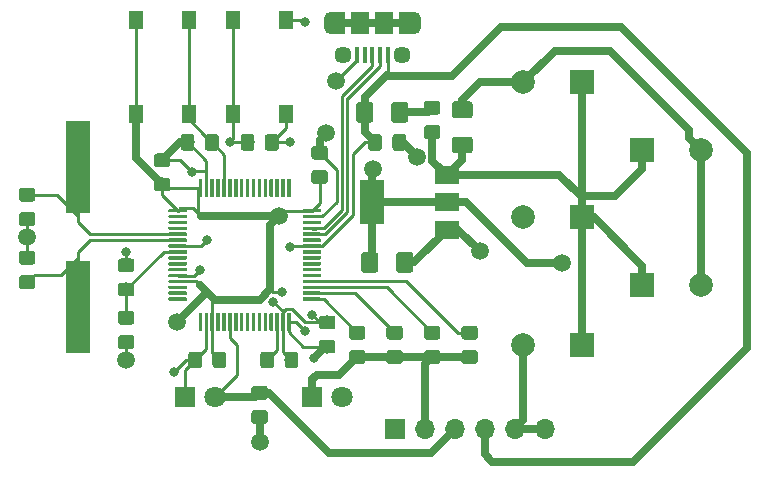
<source format=gbr>
G04 #@! TF.GenerationSoftware,KiCad,Pcbnew,(5.1.4)-1*
G04 #@! TF.CreationDate,2019-09-08T20:10:46+01:00*
G04 #@! TF.ProjectId,autoscreen,6175746f-7363-4726-9565-6e2e6b696361,rev?*
G04 #@! TF.SameCoordinates,Original*
G04 #@! TF.FileFunction,Copper,L1,Top*
G04 #@! TF.FilePolarity,Positive*
%FSLAX46Y46*%
G04 Gerber Fmt 4.6, Leading zero omitted, Abs format (unit mm)*
G04 Created by KiCad (PCBNEW (5.1.4)-1) date 2019-09-08 20:10:46*
%MOMM*%
%LPD*%
G04 APERTURE LIST*
%ADD10O,1.700000X1.700000*%
%ADD11R,1.700000X1.700000*%
%ADD12C,0.100000*%
%ADD13C,1.150000*%
%ADD14R,2.000000X7.875000*%
%ADD15C,0.300000*%
%ADD16R,2.000000X1.500000*%
%ADD17R,2.000000X3.800000*%
%ADD18R,1.300000X1.550000*%
%ADD19C,1.800000*%
%ADD20R,1.800000X1.800000*%
%ADD21R,1.200000X1.900000*%
%ADD22O,1.200000X1.900000*%
%ADD23R,1.500000X1.900000*%
%ADD24C,1.450000*%
%ADD25R,0.400000X1.350000*%
%ADD26C,1.425000*%
%ADD27C,2.000000*%
%ADD28R,2.000000X2.000000*%
%ADD29C,1.500000*%
%ADD30C,0.800000*%
%ADD31C,0.635000*%
%ADD32C,0.250000*%
G04 APERTURE END LIST*
D10*
X150495000Y-129032000D03*
X147955000Y-129032000D03*
X145415000Y-129032000D03*
X142875000Y-129032000D03*
X140335000Y-129032000D03*
D11*
X137795000Y-129032000D03*
D12*
G36*
X131919505Y-105081204D02*
G01*
X131943773Y-105084804D01*
X131967572Y-105090765D01*
X131990671Y-105099030D01*
X132012850Y-105109520D01*
X132033893Y-105122132D01*
X132053599Y-105136747D01*
X132071777Y-105153223D01*
X132088253Y-105171401D01*
X132102868Y-105191107D01*
X132115480Y-105212150D01*
X132125970Y-105234329D01*
X132134235Y-105257428D01*
X132140196Y-105281227D01*
X132143796Y-105305495D01*
X132145000Y-105329999D01*
X132145000Y-105980001D01*
X132143796Y-106004505D01*
X132140196Y-106028773D01*
X132134235Y-106052572D01*
X132125970Y-106075671D01*
X132115480Y-106097850D01*
X132102868Y-106118893D01*
X132088253Y-106138599D01*
X132071777Y-106156777D01*
X132053599Y-106173253D01*
X132033893Y-106187868D01*
X132012850Y-106200480D01*
X131990671Y-106210970D01*
X131967572Y-106219235D01*
X131943773Y-106225196D01*
X131919505Y-106228796D01*
X131895001Y-106230000D01*
X130994999Y-106230000D01*
X130970495Y-106228796D01*
X130946227Y-106225196D01*
X130922428Y-106219235D01*
X130899329Y-106210970D01*
X130877150Y-106200480D01*
X130856107Y-106187868D01*
X130836401Y-106173253D01*
X130818223Y-106156777D01*
X130801747Y-106138599D01*
X130787132Y-106118893D01*
X130774520Y-106097850D01*
X130764030Y-106075671D01*
X130755765Y-106052572D01*
X130749804Y-106028773D01*
X130746204Y-106004505D01*
X130745000Y-105980001D01*
X130745000Y-105329999D01*
X130746204Y-105305495D01*
X130749804Y-105281227D01*
X130755765Y-105257428D01*
X130764030Y-105234329D01*
X130774520Y-105212150D01*
X130787132Y-105191107D01*
X130801747Y-105171401D01*
X130818223Y-105153223D01*
X130836401Y-105136747D01*
X130856107Y-105122132D01*
X130877150Y-105109520D01*
X130899329Y-105099030D01*
X130922428Y-105090765D01*
X130946227Y-105084804D01*
X130970495Y-105081204D01*
X130994999Y-105080000D01*
X131895001Y-105080000D01*
X131919505Y-105081204D01*
X131919505Y-105081204D01*
G37*
D13*
X131445000Y-105655000D03*
D12*
G36*
X131919505Y-107131204D02*
G01*
X131943773Y-107134804D01*
X131967572Y-107140765D01*
X131990671Y-107149030D01*
X132012850Y-107159520D01*
X132033893Y-107172132D01*
X132053599Y-107186747D01*
X132071777Y-107203223D01*
X132088253Y-107221401D01*
X132102868Y-107241107D01*
X132115480Y-107262150D01*
X132125970Y-107284329D01*
X132134235Y-107307428D01*
X132140196Y-107331227D01*
X132143796Y-107355495D01*
X132145000Y-107379999D01*
X132145000Y-108030001D01*
X132143796Y-108054505D01*
X132140196Y-108078773D01*
X132134235Y-108102572D01*
X132125970Y-108125671D01*
X132115480Y-108147850D01*
X132102868Y-108168893D01*
X132088253Y-108188599D01*
X132071777Y-108206777D01*
X132053599Y-108223253D01*
X132033893Y-108237868D01*
X132012850Y-108250480D01*
X131990671Y-108260970D01*
X131967572Y-108269235D01*
X131943773Y-108275196D01*
X131919505Y-108278796D01*
X131895001Y-108280000D01*
X130994999Y-108280000D01*
X130970495Y-108278796D01*
X130946227Y-108275196D01*
X130922428Y-108269235D01*
X130899329Y-108260970D01*
X130877150Y-108250480D01*
X130856107Y-108237868D01*
X130836401Y-108223253D01*
X130818223Y-108206777D01*
X130801747Y-108188599D01*
X130787132Y-108168893D01*
X130774520Y-108147850D01*
X130764030Y-108125671D01*
X130755765Y-108102572D01*
X130749804Y-108078773D01*
X130746204Y-108054505D01*
X130745000Y-108030001D01*
X130745000Y-107379999D01*
X130746204Y-107355495D01*
X130749804Y-107331227D01*
X130755765Y-107307428D01*
X130764030Y-107284329D01*
X130774520Y-107262150D01*
X130787132Y-107241107D01*
X130801747Y-107221401D01*
X130818223Y-107203223D01*
X130836401Y-107186747D01*
X130856107Y-107172132D01*
X130877150Y-107159520D01*
X130899329Y-107149030D01*
X130922428Y-107140765D01*
X130946227Y-107134804D01*
X130970495Y-107131204D01*
X130994999Y-107130000D01*
X131895001Y-107130000D01*
X131919505Y-107131204D01*
X131919505Y-107131204D01*
G37*
D13*
X131445000Y-107705000D03*
D14*
X110998000Y-106838500D03*
X110998000Y-118713500D03*
D12*
G36*
X121427351Y-107850361D02*
G01*
X121434632Y-107851441D01*
X121441771Y-107853229D01*
X121448701Y-107855709D01*
X121455355Y-107858856D01*
X121461668Y-107862640D01*
X121467579Y-107867024D01*
X121473033Y-107871967D01*
X121477976Y-107877421D01*
X121482360Y-107883332D01*
X121486144Y-107889645D01*
X121489291Y-107896299D01*
X121491771Y-107903229D01*
X121493559Y-107910368D01*
X121494639Y-107917649D01*
X121495000Y-107925000D01*
X121495000Y-109325000D01*
X121494639Y-109332351D01*
X121493559Y-109339632D01*
X121491771Y-109346771D01*
X121489291Y-109353701D01*
X121486144Y-109360355D01*
X121482360Y-109366668D01*
X121477976Y-109372579D01*
X121473033Y-109378033D01*
X121467579Y-109382976D01*
X121461668Y-109387360D01*
X121455355Y-109391144D01*
X121448701Y-109394291D01*
X121441771Y-109396771D01*
X121434632Y-109398559D01*
X121427351Y-109399639D01*
X121420000Y-109400000D01*
X121270000Y-109400000D01*
X121262649Y-109399639D01*
X121255368Y-109398559D01*
X121248229Y-109396771D01*
X121241299Y-109394291D01*
X121234645Y-109391144D01*
X121228332Y-109387360D01*
X121222421Y-109382976D01*
X121216967Y-109378033D01*
X121212024Y-109372579D01*
X121207640Y-109366668D01*
X121203856Y-109360355D01*
X121200709Y-109353701D01*
X121198229Y-109346771D01*
X121196441Y-109339632D01*
X121195361Y-109332351D01*
X121195000Y-109325000D01*
X121195000Y-107925000D01*
X121195361Y-107917649D01*
X121196441Y-107910368D01*
X121198229Y-107903229D01*
X121200709Y-107896299D01*
X121203856Y-107889645D01*
X121207640Y-107883332D01*
X121212024Y-107877421D01*
X121216967Y-107871967D01*
X121222421Y-107867024D01*
X121228332Y-107862640D01*
X121234645Y-107858856D01*
X121241299Y-107855709D01*
X121248229Y-107853229D01*
X121255368Y-107851441D01*
X121262649Y-107850361D01*
X121270000Y-107850000D01*
X121420000Y-107850000D01*
X121427351Y-107850361D01*
X121427351Y-107850361D01*
G37*
D15*
X121345000Y-108625000D03*
D12*
G36*
X121927351Y-107850361D02*
G01*
X121934632Y-107851441D01*
X121941771Y-107853229D01*
X121948701Y-107855709D01*
X121955355Y-107858856D01*
X121961668Y-107862640D01*
X121967579Y-107867024D01*
X121973033Y-107871967D01*
X121977976Y-107877421D01*
X121982360Y-107883332D01*
X121986144Y-107889645D01*
X121989291Y-107896299D01*
X121991771Y-107903229D01*
X121993559Y-107910368D01*
X121994639Y-107917649D01*
X121995000Y-107925000D01*
X121995000Y-109325000D01*
X121994639Y-109332351D01*
X121993559Y-109339632D01*
X121991771Y-109346771D01*
X121989291Y-109353701D01*
X121986144Y-109360355D01*
X121982360Y-109366668D01*
X121977976Y-109372579D01*
X121973033Y-109378033D01*
X121967579Y-109382976D01*
X121961668Y-109387360D01*
X121955355Y-109391144D01*
X121948701Y-109394291D01*
X121941771Y-109396771D01*
X121934632Y-109398559D01*
X121927351Y-109399639D01*
X121920000Y-109400000D01*
X121770000Y-109400000D01*
X121762649Y-109399639D01*
X121755368Y-109398559D01*
X121748229Y-109396771D01*
X121741299Y-109394291D01*
X121734645Y-109391144D01*
X121728332Y-109387360D01*
X121722421Y-109382976D01*
X121716967Y-109378033D01*
X121712024Y-109372579D01*
X121707640Y-109366668D01*
X121703856Y-109360355D01*
X121700709Y-109353701D01*
X121698229Y-109346771D01*
X121696441Y-109339632D01*
X121695361Y-109332351D01*
X121695000Y-109325000D01*
X121695000Y-107925000D01*
X121695361Y-107917649D01*
X121696441Y-107910368D01*
X121698229Y-107903229D01*
X121700709Y-107896299D01*
X121703856Y-107889645D01*
X121707640Y-107883332D01*
X121712024Y-107877421D01*
X121716967Y-107871967D01*
X121722421Y-107867024D01*
X121728332Y-107862640D01*
X121734645Y-107858856D01*
X121741299Y-107855709D01*
X121748229Y-107853229D01*
X121755368Y-107851441D01*
X121762649Y-107850361D01*
X121770000Y-107850000D01*
X121920000Y-107850000D01*
X121927351Y-107850361D01*
X121927351Y-107850361D01*
G37*
D15*
X121845000Y-108625000D03*
D12*
G36*
X122427351Y-107850361D02*
G01*
X122434632Y-107851441D01*
X122441771Y-107853229D01*
X122448701Y-107855709D01*
X122455355Y-107858856D01*
X122461668Y-107862640D01*
X122467579Y-107867024D01*
X122473033Y-107871967D01*
X122477976Y-107877421D01*
X122482360Y-107883332D01*
X122486144Y-107889645D01*
X122489291Y-107896299D01*
X122491771Y-107903229D01*
X122493559Y-107910368D01*
X122494639Y-107917649D01*
X122495000Y-107925000D01*
X122495000Y-109325000D01*
X122494639Y-109332351D01*
X122493559Y-109339632D01*
X122491771Y-109346771D01*
X122489291Y-109353701D01*
X122486144Y-109360355D01*
X122482360Y-109366668D01*
X122477976Y-109372579D01*
X122473033Y-109378033D01*
X122467579Y-109382976D01*
X122461668Y-109387360D01*
X122455355Y-109391144D01*
X122448701Y-109394291D01*
X122441771Y-109396771D01*
X122434632Y-109398559D01*
X122427351Y-109399639D01*
X122420000Y-109400000D01*
X122270000Y-109400000D01*
X122262649Y-109399639D01*
X122255368Y-109398559D01*
X122248229Y-109396771D01*
X122241299Y-109394291D01*
X122234645Y-109391144D01*
X122228332Y-109387360D01*
X122222421Y-109382976D01*
X122216967Y-109378033D01*
X122212024Y-109372579D01*
X122207640Y-109366668D01*
X122203856Y-109360355D01*
X122200709Y-109353701D01*
X122198229Y-109346771D01*
X122196441Y-109339632D01*
X122195361Y-109332351D01*
X122195000Y-109325000D01*
X122195000Y-107925000D01*
X122195361Y-107917649D01*
X122196441Y-107910368D01*
X122198229Y-107903229D01*
X122200709Y-107896299D01*
X122203856Y-107889645D01*
X122207640Y-107883332D01*
X122212024Y-107877421D01*
X122216967Y-107871967D01*
X122222421Y-107867024D01*
X122228332Y-107862640D01*
X122234645Y-107858856D01*
X122241299Y-107855709D01*
X122248229Y-107853229D01*
X122255368Y-107851441D01*
X122262649Y-107850361D01*
X122270000Y-107850000D01*
X122420000Y-107850000D01*
X122427351Y-107850361D01*
X122427351Y-107850361D01*
G37*
D15*
X122345000Y-108625000D03*
D12*
G36*
X122927351Y-107850361D02*
G01*
X122934632Y-107851441D01*
X122941771Y-107853229D01*
X122948701Y-107855709D01*
X122955355Y-107858856D01*
X122961668Y-107862640D01*
X122967579Y-107867024D01*
X122973033Y-107871967D01*
X122977976Y-107877421D01*
X122982360Y-107883332D01*
X122986144Y-107889645D01*
X122989291Y-107896299D01*
X122991771Y-107903229D01*
X122993559Y-107910368D01*
X122994639Y-107917649D01*
X122995000Y-107925000D01*
X122995000Y-109325000D01*
X122994639Y-109332351D01*
X122993559Y-109339632D01*
X122991771Y-109346771D01*
X122989291Y-109353701D01*
X122986144Y-109360355D01*
X122982360Y-109366668D01*
X122977976Y-109372579D01*
X122973033Y-109378033D01*
X122967579Y-109382976D01*
X122961668Y-109387360D01*
X122955355Y-109391144D01*
X122948701Y-109394291D01*
X122941771Y-109396771D01*
X122934632Y-109398559D01*
X122927351Y-109399639D01*
X122920000Y-109400000D01*
X122770000Y-109400000D01*
X122762649Y-109399639D01*
X122755368Y-109398559D01*
X122748229Y-109396771D01*
X122741299Y-109394291D01*
X122734645Y-109391144D01*
X122728332Y-109387360D01*
X122722421Y-109382976D01*
X122716967Y-109378033D01*
X122712024Y-109372579D01*
X122707640Y-109366668D01*
X122703856Y-109360355D01*
X122700709Y-109353701D01*
X122698229Y-109346771D01*
X122696441Y-109339632D01*
X122695361Y-109332351D01*
X122695000Y-109325000D01*
X122695000Y-107925000D01*
X122695361Y-107917649D01*
X122696441Y-107910368D01*
X122698229Y-107903229D01*
X122700709Y-107896299D01*
X122703856Y-107889645D01*
X122707640Y-107883332D01*
X122712024Y-107877421D01*
X122716967Y-107871967D01*
X122722421Y-107867024D01*
X122728332Y-107862640D01*
X122734645Y-107858856D01*
X122741299Y-107855709D01*
X122748229Y-107853229D01*
X122755368Y-107851441D01*
X122762649Y-107850361D01*
X122770000Y-107850000D01*
X122920000Y-107850000D01*
X122927351Y-107850361D01*
X122927351Y-107850361D01*
G37*
D15*
X122845000Y-108625000D03*
D12*
G36*
X123427351Y-107850361D02*
G01*
X123434632Y-107851441D01*
X123441771Y-107853229D01*
X123448701Y-107855709D01*
X123455355Y-107858856D01*
X123461668Y-107862640D01*
X123467579Y-107867024D01*
X123473033Y-107871967D01*
X123477976Y-107877421D01*
X123482360Y-107883332D01*
X123486144Y-107889645D01*
X123489291Y-107896299D01*
X123491771Y-107903229D01*
X123493559Y-107910368D01*
X123494639Y-107917649D01*
X123495000Y-107925000D01*
X123495000Y-109325000D01*
X123494639Y-109332351D01*
X123493559Y-109339632D01*
X123491771Y-109346771D01*
X123489291Y-109353701D01*
X123486144Y-109360355D01*
X123482360Y-109366668D01*
X123477976Y-109372579D01*
X123473033Y-109378033D01*
X123467579Y-109382976D01*
X123461668Y-109387360D01*
X123455355Y-109391144D01*
X123448701Y-109394291D01*
X123441771Y-109396771D01*
X123434632Y-109398559D01*
X123427351Y-109399639D01*
X123420000Y-109400000D01*
X123270000Y-109400000D01*
X123262649Y-109399639D01*
X123255368Y-109398559D01*
X123248229Y-109396771D01*
X123241299Y-109394291D01*
X123234645Y-109391144D01*
X123228332Y-109387360D01*
X123222421Y-109382976D01*
X123216967Y-109378033D01*
X123212024Y-109372579D01*
X123207640Y-109366668D01*
X123203856Y-109360355D01*
X123200709Y-109353701D01*
X123198229Y-109346771D01*
X123196441Y-109339632D01*
X123195361Y-109332351D01*
X123195000Y-109325000D01*
X123195000Y-107925000D01*
X123195361Y-107917649D01*
X123196441Y-107910368D01*
X123198229Y-107903229D01*
X123200709Y-107896299D01*
X123203856Y-107889645D01*
X123207640Y-107883332D01*
X123212024Y-107877421D01*
X123216967Y-107871967D01*
X123222421Y-107867024D01*
X123228332Y-107862640D01*
X123234645Y-107858856D01*
X123241299Y-107855709D01*
X123248229Y-107853229D01*
X123255368Y-107851441D01*
X123262649Y-107850361D01*
X123270000Y-107850000D01*
X123420000Y-107850000D01*
X123427351Y-107850361D01*
X123427351Y-107850361D01*
G37*
D15*
X123345000Y-108625000D03*
D12*
G36*
X123927351Y-107850361D02*
G01*
X123934632Y-107851441D01*
X123941771Y-107853229D01*
X123948701Y-107855709D01*
X123955355Y-107858856D01*
X123961668Y-107862640D01*
X123967579Y-107867024D01*
X123973033Y-107871967D01*
X123977976Y-107877421D01*
X123982360Y-107883332D01*
X123986144Y-107889645D01*
X123989291Y-107896299D01*
X123991771Y-107903229D01*
X123993559Y-107910368D01*
X123994639Y-107917649D01*
X123995000Y-107925000D01*
X123995000Y-109325000D01*
X123994639Y-109332351D01*
X123993559Y-109339632D01*
X123991771Y-109346771D01*
X123989291Y-109353701D01*
X123986144Y-109360355D01*
X123982360Y-109366668D01*
X123977976Y-109372579D01*
X123973033Y-109378033D01*
X123967579Y-109382976D01*
X123961668Y-109387360D01*
X123955355Y-109391144D01*
X123948701Y-109394291D01*
X123941771Y-109396771D01*
X123934632Y-109398559D01*
X123927351Y-109399639D01*
X123920000Y-109400000D01*
X123770000Y-109400000D01*
X123762649Y-109399639D01*
X123755368Y-109398559D01*
X123748229Y-109396771D01*
X123741299Y-109394291D01*
X123734645Y-109391144D01*
X123728332Y-109387360D01*
X123722421Y-109382976D01*
X123716967Y-109378033D01*
X123712024Y-109372579D01*
X123707640Y-109366668D01*
X123703856Y-109360355D01*
X123700709Y-109353701D01*
X123698229Y-109346771D01*
X123696441Y-109339632D01*
X123695361Y-109332351D01*
X123695000Y-109325000D01*
X123695000Y-107925000D01*
X123695361Y-107917649D01*
X123696441Y-107910368D01*
X123698229Y-107903229D01*
X123700709Y-107896299D01*
X123703856Y-107889645D01*
X123707640Y-107883332D01*
X123712024Y-107877421D01*
X123716967Y-107871967D01*
X123722421Y-107867024D01*
X123728332Y-107862640D01*
X123734645Y-107858856D01*
X123741299Y-107855709D01*
X123748229Y-107853229D01*
X123755368Y-107851441D01*
X123762649Y-107850361D01*
X123770000Y-107850000D01*
X123920000Y-107850000D01*
X123927351Y-107850361D01*
X123927351Y-107850361D01*
G37*
D15*
X123845000Y-108625000D03*
D12*
G36*
X124427351Y-107850361D02*
G01*
X124434632Y-107851441D01*
X124441771Y-107853229D01*
X124448701Y-107855709D01*
X124455355Y-107858856D01*
X124461668Y-107862640D01*
X124467579Y-107867024D01*
X124473033Y-107871967D01*
X124477976Y-107877421D01*
X124482360Y-107883332D01*
X124486144Y-107889645D01*
X124489291Y-107896299D01*
X124491771Y-107903229D01*
X124493559Y-107910368D01*
X124494639Y-107917649D01*
X124495000Y-107925000D01*
X124495000Y-109325000D01*
X124494639Y-109332351D01*
X124493559Y-109339632D01*
X124491771Y-109346771D01*
X124489291Y-109353701D01*
X124486144Y-109360355D01*
X124482360Y-109366668D01*
X124477976Y-109372579D01*
X124473033Y-109378033D01*
X124467579Y-109382976D01*
X124461668Y-109387360D01*
X124455355Y-109391144D01*
X124448701Y-109394291D01*
X124441771Y-109396771D01*
X124434632Y-109398559D01*
X124427351Y-109399639D01*
X124420000Y-109400000D01*
X124270000Y-109400000D01*
X124262649Y-109399639D01*
X124255368Y-109398559D01*
X124248229Y-109396771D01*
X124241299Y-109394291D01*
X124234645Y-109391144D01*
X124228332Y-109387360D01*
X124222421Y-109382976D01*
X124216967Y-109378033D01*
X124212024Y-109372579D01*
X124207640Y-109366668D01*
X124203856Y-109360355D01*
X124200709Y-109353701D01*
X124198229Y-109346771D01*
X124196441Y-109339632D01*
X124195361Y-109332351D01*
X124195000Y-109325000D01*
X124195000Y-107925000D01*
X124195361Y-107917649D01*
X124196441Y-107910368D01*
X124198229Y-107903229D01*
X124200709Y-107896299D01*
X124203856Y-107889645D01*
X124207640Y-107883332D01*
X124212024Y-107877421D01*
X124216967Y-107871967D01*
X124222421Y-107867024D01*
X124228332Y-107862640D01*
X124234645Y-107858856D01*
X124241299Y-107855709D01*
X124248229Y-107853229D01*
X124255368Y-107851441D01*
X124262649Y-107850361D01*
X124270000Y-107850000D01*
X124420000Y-107850000D01*
X124427351Y-107850361D01*
X124427351Y-107850361D01*
G37*
D15*
X124345000Y-108625000D03*
D12*
G36*
X124927351Y-107850361D02*
G01*
X124934632Y-107851441D01*
X124941771Y-107853229D01*
X124948701Y-107855709D01*
X124955355Y-107858856D01*
X124961668Y-107862640D01*
X124967579Y-107867024D01*
X124973033Y-107871967D01*
X124977976Y-107877421D01*
X124982360Y-107883332D01*
X124986144Y-107889645D01*
X124989291Y-107896299D01*
X124991771Y-107903229D01*
X124993559Y-107910368D01*
X124994639Y-107917649D01*
X124995000Y-107925000D01*
X124995000Y-109325000D01*
X124994639Y-109332351D01*
X124993559Y-109339632D01*
X124991771Y-109346771D01*
X124989291Y-109353701D01*
X124986144Y-109360355D01*
X124982360Y-109366668D01*
X124977976Y-109372579D01*
X124973033Y-109378033D01*
X124967579Y-109382976D01*
X124961668Y-109387360D01*
X124955355Y-109391144D01*
X124948701Y-109394291D01*
X124941771Y-109396771D01*
X124934632Y-109398559D01*
X124927351Y-109399639D01*
X124920000Y-109400000D01*
X124770000Y-109400000D01*
X124762649Y-109399639D01*
X124755368Y-109398559D01*
X124748229Y-109396771D01*
X124741299Y-109394291D01*
X124734645Y-109391144D01*
X124728332Y-109387360D01*
X124722421Y-109382976D01*
X124716967Y-109378033D01*
X124712024Y-109372579D01*
X124707640Y-109366668D01*
X124703856Y-109360355D01*
X124700709Y-109353701D01*
X124698229Y-109346771D01*
X124696441Y-109339632D01*
X124695361Y-109332351D01*
X124695000Y-109325000D01*
X124695000Y-107925000D01*
X124695361Y-107917649D01*
X124696441Y-107910368D01*
X124698229Y-107903229D01*
X124700709Y-107896299D01*
X124703856Y-107889645D01*
X124707640Y-107883332D01*
X124712024Y-107877421D01*
X124716967Y-107871967D01*
X124722421Y-107867024D01*
X124728332Y-107862640D01*
X124734645Y-107858856D01*
X124741299Y-107855709D01*
X124748229Y-107853229D01*
X124755368Y-107851441D01*
X124762649Y-107850361D01*
X124770000Y-107850000D01*
X124920000Y-107850000D01*
X124927351Y-107850361D01*
X124927351Y-107850361D01*
G37*
D15*
X124845000Y-108625000D03*
D12*
G36*
X125427351Y-107850361D02*
G01*
X125434632Y-107851441D01*
X125441771Y-107853229D01*
X125448701Y-107855709D01*
X125455355Y-107858856D01*
X125461668Y-107862640D01*
X125467579Y-107867024D01*
X125473033Y-107871967D01*
X125477976Y-107877421D01*
X125482360Y-107883332D01*
X125486144Y-107889645D01*
X125489291Y-107896299D01*
X125491771Y-107903229D01*
X125493559Y-107910368D01*
X125494639Y-107917649D01*
X125495000Y-107925000D01*
X125495000Y-109325000D01*
X125494639Y-109332351D01*
X125493559Y-109339632D01*
X125491771Y-109346771D01*
X125489291Y-109353701D01*
X125486144Y-109360355D01*
X125482360Y-109366668D01*
X125477976Y-109372579D01*
X125473033Y-109378033D01*
X125467579Y-109382976D01*
X125461668Y-109387360D01*
X125455355Y-109391144D01*
X125448701Y-109394291D01*
X125441771Y-109396771D01*
X125434632Y-109398559D01*
X125427351Y-109399639D01*
X125420000Y-109400000D01*
X125270000Y-109400000D01*
X125262649Y-109399639D01*
X125255368Y-109398559D01*
X125248229Y-109396771D01*
X125241299Y-109394291D01*
X125234645Y-109391144D01*
X125228332Y-109387360D01*
X125222421Y-109382976D01*
X125216967Y-109378033D01*
X125212024Y-109372579D01*
X125207640Y-109366668D01*
X125203856Y-109360355D01*
X125200709Y-109353701D01*
X125198229Y-109346771D01*
X125196441Y-109339632D01*
X125195361Y-109332351D01*
X125195000Y-109325000D01*
X125195000Y-107925000D01*
X125195361Y-107917649D01*
X125196441Y-107910368D01*
X125198229Y-107903229D01*
X125200709Y-107896299D01*
X125203856Y-107889645D01*
X125207640Y-107883332D01*
X125212024Y-107877421D01*
X125216967Y-107871967D01*
X125222421Y-107867024D01*
X125228332Y-107862640D01*
X125234645Y-107858856D01*
X125241299Y-107855709D01*
X125248229Y-107853229D01*
X125255368Y-107851441D01*
X125262649Y-107850361D01*
X125270000Y-107850000D01*
X125420000Y-107850000D01*
X125427351Y-107850361D01*
X125427351Y-107850361D01*
G37*
D15*
X125345000Y-108625000D03*
D12*
G36*
X125927351Y-107850361D02*
G01*
X125934632Y-107851441D01*
X125941771Y-107853229D01*
X125948701Y-107855709D01*
X125955355Y-107858856D01*
X125961668Y-107862640D01*
X125967579Y-107867024D01*
X125973033Y-107871967D01*
X125977976Y-107877421D01*
X125982360Y-107883332D01*
X125986144Y-107889645D01*
X125989291Y-107896299D01*
X125991771Y-107903229D01*
X125993559Y-107910368D01*
X125994639Y-107917649D01*
X125995000Y-107925000D01*
X125995000Y-109325000D01*
X125994639Y-109332351D01*
X125993559Y-109339632D01*
X125991771Y-109346771D01*
X125989291Y-109353701D01*
X125986144Y-109360355D01*
X125982360Y-109366668D01*
X125977976Y-109372579D01*
X125973033Y-109378033D01*
X125967579Y-109382976D01*
X125961668Y-109387360D01*
X125955355Y-109391144D01*
X125948701Y-109394291D01*
X125941771Y-109396771D01*
X125934632Y-109398559D01*
X125927351Y-109399639D01*
X125920000Y-109400000D01*
X125770000Y-109400000D01*
X125762649Y-109399639D01*
X125755368Y-109398559D01*
X125748229Y-109396771D01*
X125741299Y-109394291D01*
X125734645Y-109391144D01*
X125728332Y-109387360D01*
X125722421Y-109382976D01*
X125716967Y-109378033D01*
X125712024Y-109372579D01*
X125707640Y-109366668D01*
X125703856Y-109360355D01*
X125700709Y-109353701D01*
X125698229Y-109346771D01*
X125696441Y-109339632D01*
X125695361Y-109332351D01*
X125695000Y-109325000D01*
X125695000Y-107925000D01*
X125695361Y-107917649D01*
X125696441Y-107910368D01*
X125698229Y-107903229D01*
X125700709Y-107896299D01*
X125703856Y-107889645D01*
X125707640Y-107883332D01*
X125712024Y-107877421D01*
X125716967Y-107871967D01*
X125722421Y-107867024D01*
X125728332Y-107862640D01*
X125734645Y-107858856D01*
X125741299Y-107855709D01*
X125748229Y-107853229D01*
X125755368Y-107851441D01*
X125762649Y-107850361D01*
X125770000Y-107850000D01*
X125920000Y-107850000D01*
X125927351Y-107850361D01*
X125927351Y-107850361D01*
G37*
D15*
X125845000Y-108625000D03*
D12*
G36*
X126427351Y-107850361D02*
G01*
X126434632Y-107851441D01*
X126441771Y-107853229D01*
X126448701Y-107855709D01*
X126455355Y-107858856D01*
X126461668Y-107862640D01*
X126467579Y-107867024D01*
X126473033Y-107871967D01*
X126477976Y-107877421D01*
X126482360Y-107883332D01*
X126486144Y-107889645D01*
X126489291Y-107896299D01*
X126491771Y-107903229D01*
X126493559Y-107910368D01*
X126494639Y-107917649D01*
X126495000Y-107925000D01*
X126495000Y-109325000D01*
X126494639Y-109332351D01*
X126493559Y-109339632D01*
X126491771Y-109346771D01*
X126489291Y-109353701D01*
X126486144Y-109360355D01*
X126482360Y-109366668D01*
X126477976Y-109372579D01*
X126473033Y-109378033D01*
X126467579Y-109382976D01*
X126461668Y-109387360D01*
X126455355Y-109391144D01*
X126448701Y-109394291D01*
X126441771Y-109396771D01*
X126434632Y-109398559D01*
X126427351Y-109399639D01*
X126420000Y-109400000D01*
X126270000Y-109400000D01*
X126262649Y-109399639D01*
X126255368Y-109398559D01*
X126248229Y-109396771D01*
X126241299Y-109394291D01*
X126234645Y-109391144D01*
X126228332Y-109387360D01*
X126222421Y-109382976D01*
X126216967Y-109378033D01*
X126212024Y-109372579D01*
X126207640Y-109366668D01*
X126203856Y-109360355D01*
X126200709Y-109353701D01*
X126198229Y-109346771D01*
X126196441Y-109339632D01*
X126195361Y-109332351D01*
X126195000Y-109325000D01*
X126195000Y-107925000D01*
X126195361Y-107917649D01*
X126196441Y-107910368D01*
X126198229Y-107903229D01*
X126200709Y-107896299D01*
X126203856Y-107889645D01*
X126207640Y-107883332D01*
X126212024Y-107877421D01*
X126216967Y-107871967D01*
X126222421Y-107867024D01*
X126228332Y-107862640D01*
X126234645Y-107858856D01*
X126241299Y-107855709D01*
X126248229Y-107853229D01*
X126255368Y-107851441D01*
X126262649Y-107850361D01*
X126270000Y-107850000D01*
X126420000Y-107850000D01*
X126427351Y-107850361D01*
X126427351Y-107850361D01*
G37*
D15*
X126345000Y-108625000D03*
D12*
G36*
X126927351Y-107850361D02*
G01*
X126934632Y-107851441D01*
X126941771Y-107853229D01*
X126948701Y-107855709D01*
X126955355Y-107858856D01*
X126961668Y-107862640D01*
X126967579Y-107867024D01*
X126973033Y-107871967D01*
X126977976Y-107877421D01*
X126982360Y-107883332D01*
X126986144Y-107889645D01*
X126989291Y-107896299D01*
X126991771Y-107903229D01*
X126993559Y-107910368D01*
X126994639Y-107917649D01*
X126995000Y-107925000D01*
X126995000Y-109325000D01*
X126994639Y-109332351D01*
X126993559Y-109339632D01*
X126991771Y-109346771D01*
X126989291Y-109353701D01*
X126986144Y-109360355D01*
X126982360Y-109366668D01*
X126977976Y-109372579D01*
X126973033Y-109378033D01*
X126967579Y-109382976D01*
X126961668Y-109387360D01*
X126955355Y-109391144D01*
X126948701Y-109394291D01*
X126941771Y-109396771D01*
X126934632Y-109398559D01*
X126927351Y-109399639D01*
X126920000Y-109400000D01*
X126770000Y-109400000D01*
X126762649Y-109399639D01*
X126755368Y-109398559D01*
X126748229Y-109396771D01*
X126741299Y-109394291D01*
X126734645Y-109391144D01*
X126728332Y-109387360D01*
X126722421Y-109382976D01*
X126716967Y-109378033D01*
X126712024Y-109372579D01*
X126707640Y-109366668D01*
X126703856Y-109360355D01*
X126700709Y-109353701D01*
X126698229Y-109346771D01*
X126696441Y-109339632D01*
X126695361Y-109332351D01*
X126695000Y-109325000D01*
X126695000Y-107925000D01*
X126695361Y-107917649D01*
X126696441Y-107910368D01*
X126698229Y-107903229D01*
X126700709Y-107896299D01*
X126703856Y-107889645D01*
X126707640Y-107883332D01*
X126712024Y-107877421D01*
X126716967Y-107871967D01*
X126722421Y-107867024D01*
X126728332Y-107862640D01*
X126734645Y-107858856D01*
X126741299Y-107855709D01*
X126748229Y-107853229D01*
X126755368Y-107851441D01*
X126762649Y-107850361D01*
X126770000Y-107850000D01*
X126920000Y-107850000D01*
X126927351Y-107850361D01*
X126927351Y-107850361D01*
G37*
D15*
X126845000Y-108625000D03*
D12*
G36*
X127427351Y-107850361D02*
G01*
X127434632Y-107851441D01*
X127441771Y-107853229D01*
X127448701Y-107855709D01*
X127455355Y-107858856D01*
X127461668Y-107862640D01*
X127467579Y-107867024D01*
X127473033Y-107871967D01*
X127477976Y-107877421D01*
X127482360Y-107883332D01*
X127486144Y-107889645D01*
X127489291Y-107896299D01*
X127491771Y-107903229D01*
X127493559Y-107910368D01*
X127494639Y-107917649D01*
X127495000Y-107925000D01*
X127495000Y-109325000D01*
X127494639Y-109332351D01*
X127493559Y-109339632D01*
X127491771Y-109346771D01*
X127489291Y-109353701D01*
X127486144Y-109360355D01*
X127482360Y-109366668D01*
X127477976Y-109372579D01*
X127473033Y-109378033D01*
X127467579Y-109382976D01*
X127461668Y-109387360D01*
X127455355Y-109391144D01*
X127448701Y-109394291D01*
X127441771Y-109396771D01*
X127434632Y-109398559D01*
X127427351Y-109399639D01*
X127420000Y-109400000D01*
X127270000Y-109400000D01*
X127262649Y-109399639D01*
X127255368Y-109398559D01*
X127248229Y-109396771D01*
X127241299Y-109394291D01*
X127234645Y-109391144D01*
X127228332Y-109387360D01*
X127222421Y-109382976D01*
X127216967Y-109378033D01*
X127212024Y-109372579D01*
X127207640Y-109366668D01*
X127203856Y-109360355D01*
X127200709Y-109353701D01*
X127198229Y-109346771D01*
X127196441Y-109339632D01*
X127195361Y-109332351D01*
X127195000Y-109325000D01*
X127195000Y-107925000D01*
X127195361Y-107917649D01*
X127196441Y-107910368D01*
X127198229Y-107903229D01*
X127200709Y-107896299D01*
X127203856Y-107889645D01*
X127207640Y-107883332D01*
X127212024Y-107877421D01*
X127216967Y-107871967D01*
X127222421Y-107867024D01*
X127228332Y-107862640D01*
X127234645Y-107858856D01*
X127241299Y-107855709D01*
X127248229Y-107853229D01*
X127255368Y-107851441D01*
X127262649Y-107850361D01*
X127270000Y-107850000D01*
X127420000Y-107850000D01*
X127427351Y-107850361D01*
X127427351Y-107850361D01*
G37*
D15*
X127345000Y-108625000D03*
D12*
G36*
X127927351Y-107850361D02*
G01*
X127934632Y-107851441D01*
X127941771Y-107853229D01*
X127948701Y-107855709D01*
X127955355Y-107858856D01*
X127961668Y-107862640D01*
X127967579Y-107867024D01*
X127973033Y-107871967D01*
X127977976Y-107877421D01*
X127982360Y-107883332D01*
X127986144Y-107889645D01*
X127989291Y-107896299D01*
X127991771Y-107903229D01*
X127993559Y-107910368D01*
X127994639Y-107917649D01*
X127995000Y-107925000D01*
X127995000Y-109325000D01*
X127994639Y-109332351D01*
X127993559Y-109339632D01*
X127991771Y-109346771D01*
X127989291Y-109353701D01*
X127986144Y-109360355D01*
X127982360Y-109366668D01*
X127977976Y-109372579D01*
X127973033Y-109378033D01*
X127967579Y-109382976D01*
X127961668Y-109387360D01*
X127955355Y-109391144D01*
X127948701Y-109394291D01*
X127941771Y-109396771D01*
X127934632Y-109398559D01*
X127927351Y-109399639D01*
X127920000Y-109400000D01*
X127770000Y-109400000D01*
X127762649Y-109399639D01*
X127755368Y-109398559D01*
X127748229Y-109396771D01*
X127741299Y-109394291D01*
X127734645Y-109391144D01*
X127728332Y-109387360D01*
X127722421Y-109382976D01*
X127716967Y-109378033D01*
X127712024Y-109372579D01*
X127707640Y-109366668D01*
X127703856Y-109360355D01*
X127700709Y-109353701D01*
X127698229Y-109346771D01*
X127696441Y-109339632D01*
X127695361Y-109332351D01*
X127695000Y-109325000D01*
X127695000Y-107925000D01*
X127695361Y-107917649D01*
X127696441Y-107910368D01*
X127698229Y-107903229D01*
X127700709Y-107896299D01*
X127703856Y-107889645D01*
X127707640Y-107883332D01*
X127712024Y-107877421D01*
X127716967Y-107871967D01*
X127722421Y-107867024D01*
X127728332Y-107862640D01*
X127734645Y-107858856D01*
X127741299Y-107855709D01*
X127748229Y-107853229D01*
X127755368Y-107851441D01*
X127762649Y-107850361D01*
X127770000Y-107850000D01*
X127920000Y-107850000D01*
X127927351Y-107850361D01*
X127927351Y-107850361D01*
G37*
D15*
X127845000Y-108625000D03*
D12*
G36*
X128427351Y-107850361D02*
G01*
X128434632Y-107851441D01*
X128441771Y-107853229D01*
X128448701Y-107855709D01*
X128455355Y-107858856D01*
X128461668Y-107862640D01*
X128467579Y-107867024D01*
X128473033Y-107871967D01*
X128477976Y-107877421D01*
X128482360Y-107883332D01*
X128486144Y-107889645D01*
X128489291Y-107896299D01*
X128491771Y-107903229D01*
X128493559Y-107910368D01*
X128494639Y-107917649D01*
X128495000Y-107925000D01*
X128495000Y-109325000D01*
X128494639Y-109332351D01*
X128493559Y-109339632D01*
X128491771Y-109346771D01*
X128489291Y-109353701D01*
X128486144Y-109360355D01*
X128482360Y-109366668D01*
X128477976Y-109372579D01*
X128473033Y-109378033D01*
X128467579Y-109382976D01*
X128461668Y-109387360D01*
X128455355Y-109391144D01*
X128448701Y-109394291D01*
X128441771Y-109396771D01*
X128434632Y-109398559D01*
X128427351Y-109399639D01*
X128420000Y-109400000D01*
X128270000Y-109400000D01*
X128262649Y-109399639D01*
X128255368Y-109398559D01*
X128248229Y-109396771D01*
X128241299Y-109394291D01*
X128234645Y-109391144D01*
X128228332Y-109387360D01*
X128222421Y-109382976D01*
X128216967Y-109378033D01*
X128212024Y-109372579D01*
X128207640Y-109366668D01*
X128203856Y-109360355D01*
X128200709Y-109353701D01*
X128198229Y-109346771D01*
X128196441Y-109339632D01*
X128195361Y-109332351D01*
X128195000Y-109325000D01*
X128195000Y-107925000D01*
X128195361Y-107917649D01*
X128196441Y-107910368D01*
X128198229Y-107903229D01*
X128200709Y-107896299D01*
X128203856Y-107889645D01*
X128207640Y-107883332D01*
X128212024Y-107877421D01*
X128216967Y-107871967D01*
X128222421Y-107867024D01*
X128228332Y-107862640D01*
X128234645Y-107858856D01*
X128241299Y-107855709D01*
X128248229Y-107853229D01*
X128255368Y-107851441D01*
X128262649Y-107850361D01*
X128270000Y-107850000D01*
X128420000Y-107850000D01*
X128427351Y-107850361D01*
X128427351Y-107850361D01*
G37*
D15*
X128345000Y-108625000D03*
D12*
G36*
X128927351Y-107850361D02*
G01*
X128934632Y-107851441D01*
X128941771Y-107853229D01*
X128948701Y-107855709D01*
X128955355Y-107858856D01*
X128961668Y-107862640D01*
X128967579Y-107867024D01*
X128973033Y-107871967D01*
X128977976Y-107877421D01*
X128982360Y-107883332D01*
X128986144Y-107889645D01*
X128989291Y-107896299D01*
X128991771Y-107903229D01*
X128993559Y-107910368D01*
X128994639Y-107917649D01*
X128995000Y-107925000D01*
X128995000Y-109325000D01*
X128994639Y-109332351D01*
X128993559Y-109339632D01*
X128991771Y-109346771D01*
X128989291Y-109353701D01*
X128986144Y-109360355D01*
X128982360Y-109366668D01*
X128977976Y-109372579D01*
X128973033Y-109378033D01*
X128967579Y-109382976D01*
X128961668Y-109387360D01*
X128955355Y-109391144D01*
X128948701Y-109394291D01*
X128941771Y-109396771D01*
X128934632Y-109398559D01*
X128927351Y-109399639D01*
X128920000Y-109400000D01*
X128770000Y-109400000D01*
X128762649Y-109399639D01*
X128755368Y-109398559D01*
X128748229Y-109396771D01*
X128741299Y-109394291D01*
X128734645Y-109391144D01*
X128728332Y-109387360D01*
X128722421Y-109382976D01*
X128716967Y-109378033D01*
X128712024Y-109372579D01*
X128707640Y-109366668D01*
X128703856Y-109360355D01*
X128700709Y-109353701D01*
X128698229Y-109346771D01*
X128696441Y-109339632D01*
X128695361Y-109332351D01*
X128695000Y-109325000D01*
X128695000Y-107925000D01*
X128695361Y-107917649D01*
X128696441Y-107910368D01*
X128698229Y-107903229D01*
X128700709Y-107896299D01*
X128703856Y-107889645D01*
X128707640Y-107883332D01*
X128712024Y-107877421D01*
X128716967Y-107871967D01*
X128722421Y-107867024D01*
X128728332Y-107862640D01*
X128734645Y-107858856D01*
X128741299Y-107855709D01*
X128748229Y-107853229D01*
X128755368Y-107851441D01*
X128762649Y-107850361D01*
X128770000Y-107850000D01*
X128920000Y-107850000D01*
X128927351Y-107850361D01*
X128927351Y-107850361D01*
G37*
D15*
X128845000Y-108625000D03*
D12*
G36*
X131477351Y-110400361D02*
G01*
X131484632Y-110401441D01*
X131491771Y-110403229D01*
X131498701Y-110405709D01*
X131505355Y-110408856D01*
X131511668Y-110412640D01*
X131517579Y-110417024D01*
X131523033Y-110421967D01*
X131527976Y-110427421D01*
X131532360Y-110433332D01*
X131536144Y-110439645D01*
X131539291Y-110446299D01*
X131541771Y-110453229D01*
X131543559Y-110460368D01*
X131544639Y-110467649D01*
X131545000Y-110475000D01*
X131545000Y-110625000D01*
X131544639Y-110632351D01*
X131543559Y-110639632D01*
X131541771Y-110646771D01*
X131539291Y-110653701D01*
X131536144Y-110660355D01*
X131532360Y-110666668D01*
X131527976Y-110672579D01*
X131523033Y-110678033D01*
X131517579Y-110682976D01*
X131511668Y-110687360D01*
X131505355Y-110691144D01*
X131498701Y-110694291D01*
X131491771Y-110696771D01*
X131484632Y-110698559D01*
X131477351Y-110699639D01*
X131470000Y-110700000D01*
X130070000Y-110700000D01*
X130062649Y-110699639D01*
X130055368Y-110698559D01*
X130048229Y-110696771D01*
X130041299Y-110694291D01*
X130034645Y-110691144D01*
X130028332Y-110687360D01*
X130022421Y-110682976D01*
X130016967Y-110678033D01*
X130012024Y-110672579D01*
X130007640Y-110666668D01*
X130003856Y-110660355D01*
X130000709Y-110653701D01*
X129998229Y-110646771D01*
X129996441Y-110639632D01*
X129995361Y-110632351D01*
X129995000Y-110625000D01*
X129995000Y-110475000D01*
X129995361Y-110467649D01*
X129996441Y-110460368D01*
X129998229Y-110453229D01*
X130000709Y-110446299D01*
X130003856Y-110439645D01*
X130007640Y-110433332D01*
X130012024Y-110427421D01*
X130016967Y-110421967D01*
X130022421Y-110417024D01*
X130028332Y-110412640D01*
X130034645Y-110408856D01*
X130041299Y-110405709D01*
X130048229Y-110403229D01*
X130055368Y-110401441D01*
X130062649Y-110400361D01*
X130070000Y-110400000D01*
X131470000Y-110400000D01*
X131477351Y-110400361D01*
X131477351Y-110400361D01*
G37*
D15*
X130770000Y-110550000D03*
D12*
G36*
X131477351Y-110900361D02*
G01*
X131484632Y-110901441D01*
X131491771Y-110903229D01*
X131498701Y-110905709D01*
X131505355Y-110908856D01*
X131511668Y-110912640D01*
X131517579Y-110917024D01*
X131523033Y-110921967D01*
X131527976Y-110927421D01*
X131532360Y-110933332D01*
X131536144Y-110939645D01*
X131539291Y-110946299D01*
X131541771Y-110953229D01*
X131543559Y-110960368D01*
X131544639Y-110967649D01*
X131545000Y-110975000D01*
X131545000Y-111125000D01*
X131544639Y-111132351D01*
X131543559Y-111139632D01*
X131541771Y-111146771D01*
X131539291Y-111153701D01*
X131536144Y-111160355D01*
X131532360Y-111166668D01*
X131527976Y-111172579D01*
X131523033Y-111178033D01*
X131517579Y-111182976D01*
X131511668Y-111187360D01*
X131505355Y-111191144D01*
X131498701Y-111194291D01*
X131491771Y-111196771D01*
X131484632Y-111198559D01*
X131477351Y-111199639D01*
X131470000Y-111200000D01*
X130070000Y-111200000D01*
X130062649Y-111199639D01*
X130055368Y-111198559D01*
X130048229Y-111196771D01*
X130041299Y-111194291D01*
X130034645Y-111191144D01*
X130028332Y-111187360D01*
X130022421Y-111182976D01*
X130016967Y-111178033D01*
X130012024Y-111172579D01*
X130007640Y-111166668D01*
X130003856Y-111160355D01*
X130000709Y-111153701D01*
X129998229Y-111146771D01*
X129996441Y-111139632D01*
X129995361Y-111132351D01*
X129995000Y-111125000D01*
X129995000Y-110975000D01*
X129995361Y-110967649D01*
X129996441Y-110960368D01*
X129998229Y-110953229D01*
X130000709Y-110946299D01*
X130003856Y-110939645D01*
X130007640Y-110933332D01*
X130012024Y-110927421D01*
X130016967Y-110921967D01*
X130022421Y-110917024D01*
X130028332Y-110912640D01*
X130034645Y-110908856D01*
X130041299Y-110905709D01*
X130048229Y-110903229D01*
X130055368Y-110901441D01*
X130062649Y-110900361D01*
X130070000Y-110900000D01*
X131470000Y-110900000D01*
X131477351Y-110900361D01*
X131477351Y-110900361D01*
G37*
D15*
X130770000Y-111050000D03*
D12*
G36*
X131477351Y-111400361D02*
G01*
X131484632Y-111401441D01*
X131491771Y-111403229D01*
X131498701Y-111405709D01*
X131505355Y-111408856D01*
X131511668Y-111412640D01*
X131517579Y-111417024D01*
X131523033Y-111421967D01*
X131527976Y-111427421D01*
X131532360Y-111433332D01*
X131536144Y-111439645D01*
X131539291Y-111446299D01*
X131541771Y-111453229D01*
X131543559Y-111460368D01*
X131544639Y-111467649D01*
X131545000Y-111475000D01*
X131545000Y-111625000D01*
X131544639Y-111632351D01*
X131543559Y-111639632D01*
X131541771Y-111646771D01*
X131539291Y-111653701D01*
X131536144Y-111660355D01*
X131532360Y-111666668D01*
X131527976Y-111672579D01*
X131523033Y-111678033D01*
X131517579Y-111682976D01*
X131511668Y-111687360D01*
X131505355Y-111691144D01*
X131498701Y-111694291D01*
X131491771Y-111696771D01*
X131484632Y-111698559D01*
X131477351Y-111699639D01*
X131470000Y-111700000D01*
X130070000Y-111700000D01*
X130062649Y-111699639D01*
X130055368Y-111698559D01*
X130048229Y-111696771D01*
X130041299Y-111694291D01*
X130034645Y-111691144D01*
X130028332Y-111687360D01*
X130022421Y-111682976D01*
X130016967Y-111678033D01*
X130012024Y-111672579D01*
X130007640Y-111666668D01*
X130003856Y-111660355D01*
X130000709Y-111653701D01*
X129998229Y-111646771D01*
X129996441Y-111639632D01*
X129995361Y-111632351D01*
X129995000Y-111625000D01*
X129995000Y-111475000D01*
X129995361Y-111467649D01*
X129996441Y-111460368D01*
X129998229Y-111453229D01*
X130000709Y-111446299D01*
X130003856Y-111439645D01*
X130007640Y-111433332D01*
X130012024Y-111427421D01*
X130016967Y-111421967D01*
X130022421Y-111417024D01*
X130028332Y-111412640D01*
X130034645Y-111408856D01*
X130041299Y-111405709D01*
X130048229Y-111403229D01*
X130055368Y-111401441D01*
X130062649Y-111400361D01*
X130070000Y-111400000D01*
X131470000Y-111400000D01*
X131477351Y-111400361D01*
X131477351Y-111400361D01*
G37*
D15*
X130770000Y-111550000D03*
D12*
G36*
X131477351Y-111900361D02*
G01*
X131484632Y-111901441D01*
X131491771Y-111903229D01*
X131498701Y-111905709D01*
X131505355Y-111908856D01*
X131511668Y-111912640D01*
X131517579Y-111917024D01*
X131523033Y-111921967D01*
X131527976Y-111927421D01*
X131532360Y-111933332D01*
X131536144Y-111939645D01*
X131539291Y-111946299D01*
X131541771Y-111953229D01*
X131543559Y-111960368D01*
X131544639Y-111967649D01*
X131545000Y-111975000D01*
X131545000Y-112125000D01*
X131544639Y-112132351D01*
X131543559Y-112139632D01*
X131541771Y-112146771D01*
X131539291Y-112153701D01*
X131536144Y-112160355D01*
X131532360Y-112166668D01*
X131527976Y-112172579D01*
X131523033Y-112178033D01*
X131517579Y-112182976D01*
X131511668Y-112187360D01*
X131505355Y-112191144D01*
X131498701Y-112194291D01*
X131491771Y-112196771D01*
X131484632Y-112198559D01*
X131477351Y-112199639D01*
X131470000Y-112200000D01*
X130070000Y-112200000D01*
X130062649Y-112199639D01*
X130055368Y-112198559D01*
X130048229Y-112196771D01*
X130041299Y-112194291D01*
X130034645Y-112191144D01*
X130028332Y-112187360D01*
X130022421Y-112182976D01*
X130016967Y-112178033D01*
X130012024Y-112172579D01*
X130007640Y-112166668D01*
X130003856Y-112160355D01*
X130000709Y-112153701D01*
X129998229Y-112146771D01*
X129996441Y-112139632D01*
X129995361Y-112132351D01*
X129995000Y-112125000D01*
X129995000Y-111975000D01*
X129995361Y-111967649D01*
X129996441Y-111960368D01*
X129998229Y-111953229D01*
X130000709Y-111946299D01*
X130003856Y-111939645D01*
X130007640Y-111933332D01*
X130012024Y-111927421D01*
X130016967Y-111921967D01*
X130022421Y-111917024D01*
X130028332Y-111912640D01*
X130034645Y-111908856D01*
X130041299Y-111905709D01*
X130048229Y-111903229D01*
X130055368Y-111901441D01*
X130062649Y-111900361D01*
X130070000Y-111900000D01*
X131470000Y-111900000D01*
X131477351Y-111900361D01*
X131477351Y-111900361D01*
G37*
D15*
X130770000Y-112050000D03*
D12*
G36*
X131477351Y-112400361D02*
G01*
X131484632Y-112401441D01*
X131491771Y-112403229D01*
X131498701Y-112405709D01*
X131505355Y-112408856D01*
X131511668Y-112412640D01*
X131517579Y-112417024D01*
X131523033Y-112421967D01*
X131527976Y-112427421D01*
X131532360Y-112433332D01*
X131536144Y-112439645D01*
X131539291Y-112446299D01*
X131541771Y-112453229D01*
X131543559Y-112460368D01*
X131544639Y-112467649D01*
X131545000Y-112475000D01*
X131545000Y-112625000D01*
X131544639Y-112632351D01*
X131543559Y-112639632D01*
X131541771Y-112646771D01*
X131539291Y-112653701D01*
X131536144Y-112660355D01*
X131532360Y-112666668D01*
X131527976Y-112672579D01*
X131523033Y-112678033D01*
X131517579Y-112682976D01*
X131511668Y-112687360D01*
X131505355Y-112691144D01*
X131498701Y-112694291D01*
X131491771Y-112696771D01*
X131484632Y-112698559D01*
X131477351Y-112699639D01*
X131470000Y-112700000D01*
X130070000Y-112700000D01*
X130062649Y-112699639D01*
X130055368Y-112698559D01*
X130048229Y-112696771D01*
X130041299Y-112694291D01*
X130034645Y-112691144D01*
X130028332Y-112687360D01*
X130022421Y-112682976D01*
X130016967Y-112678033D01*
X130012024Y-112672579D01*
X130007640Y-112666668D01*
X130003856Y-112660355D01*
X130000709Y-112653701D01*
X129998229Y-112646771D01*
X129996441Y-112639632D01*
X129995361Y-112632351D01*
X129995000Y-112625000D01*
X129995000Y-112475000D01*
X129995361Y-112467649D01*
X129996441Y-112460368D01*
X129998229Y-112453229D01*
X130000709Y-112446299D01*
X130003856Y-112439645D01*
X130007640Y-112433332D01*
X130012024Y-112427421D01*
X130016967Y-112421967D01*
X130022421Y-112417024D01*
X130028332Y-112412640D01*
X130034645Y-112408856D01*
X130041299Y-112405709D01*
X130048229Y-112403229D01*
X130055368Y-112401441D01*
X130062649Y-112400361D01*
X130070000Y-112400000D01*
X131470000Y-112400000D01*
X131477351Y-112400361D01*
X131477351Y-112400361D01*
G37*
D15*
X130770000Y-112550000D03*
D12*
G36*
X131477351Y-112900361D02*
G01*
X131484632Y-112901441D01*
X131491771Y-112903229D01*
X131498701Y-112905709D01*
X131505355Y-112908856D01*
X131511668Y-112912640D01*
X131517579Y-112917024D01*
X131523033Y-112921967D01*
X131527976Y-112927421D01*
X131532360Y-112933332D01*
X131536144Y-112939645D01*
X131539291Y-112946299D01*
X131541771Y-112953229D01*
X131543559Y-112960368D01*
X131544639Y-112967649D01*
X131545000Y-112975000D01*
X131545000Y-113125000D01*
X131544639Y-113132351D01*
X131543559Y-113139632D01*
X131541771Y-113146771D01*
X131539291Y-113153701D01*
X131536144Y-113160355D01*
X131532360Y-113166668D01*
X131527976Y-113172579D01*
X131523033Y-113178033D01*
X131517579Y-113182976D01*
X131511668Y-113187360D01*
X131505355Y-113191144D01*
X131498701Y-113194291D01*
X131491771Y-113196771D01*
X131484632Y-113198559D01*
X131477351Y-113199639D01*
X131470000Y-113200000D01*
X130070000Y-113200000D01*
X130062649Y-113199639D01*
X130055368Y-113198559D01*
X130048229Y-113196771D01*
X130041299Y-113194291D01*
X130034645Y-113191144D01*
X130028332Y-113187360D01*
X130022421Y-113182976D01*
X130016967Y-113178033D01*
X130012024Y-113172579D01*
X130007640Y-113166668D01*
X130003856Y-113160355D01*
X130000709Y-113153701D01*
X129998229Y-113146771D01*
X129996441Y-113139632D01*
X129995361Y-113132351D01*
X129995000Y-113125000D01*
X129995000Y-112975000D01*
X129995361Y-112967649D01*
X129996441Y-112960368D01*
X129998229Y-112953229D01*
X130000709Y-112946299D01*
X130003856Y-112939645D01*
X130007640Y-112933332D01*
X130012024Y-112927421D01*
X130016967Y-112921967D01*
X130022421Y-112917024D01*
X130028332Y-112912640D01*
X130034645Y-112908856D01*
X130041299Y-112905709D01*
X130048229Y-112903229D01*
X130055368Y-112901441D01*
X130062649Y-112900361D01*
X130070000Y-112900000D01*
X131470000Y-112900000D01*
X131477351Y-112900361D01*
X131477351Y-112900361D01*
G37*
D15*
X130770000Y-113050000D03*
D12*
G36*
X131477351Y-113400361D02*
G01*
X131484632Y-113401441D01*
X131491771Y-113403229D01*
X131498701Y-113405709D01*
X131505355Y-113408856D01*
X131511668Y-113412640D01*
X131517579Y-113417024D01*
X131523033Y-113421967D01*
X131527976Y-113427421D01*
X131532360Y-113433332D01*
X131536144Y-113439645D01*
X131539291Y-113446299D01*
X131541771Y-113453229D01*
X131543559Y-113460368D01*
X131544639Y-113467649D01*
X131545000Y-113475000D01*
X131545000Y-113625000D01*
X131544639Y-113632351D01*
X131543559Y-113639632D01*
X131541771Y-113646771D01*
X131539291Y-113653701D01*
X131536144Y-113660355D01*
X131532360Y-113666668D01*
X131527976Y-113672579D01*
X131523033Y-113678033D01*
X131517579Y-113682976D01*
X131511668Y-113687360D01*
X131505355Y-113691144D01*
X131498701Y-113694291D01*
X131491771Y-113696771D01*
X131484632Y-113698559D01*
X131477351Y-113699639D01*
X131470000Y-113700000D01*
X130070000Y-113700000D01*
X130062649Y-113699639D01*
X130055368Y-113698559D01*
X130048229Y-113696771D01*
X130041299Y-113694291D01*
X130034645Y-113691144D01*
X130028332Y-113687360D01*
X130022421Y-113682976D01*
X130016967Y-113678033D01*
X130012024Y-113672579D01*
X130007640Y-113666668D01*
X130003856Y-113660355D01*
X130000709Y-113653701D01*
X129998229Y-113646771D01*
X129996441Y-113639632D01*
X129995361Y-113632351D01*
X129995000Y-113625000D01*
X129995000Y-113475000D01*
X129995361Y-113467649D01*
X129996441Y-113460368D01*
X129998229Y-113453229D01*
X130000709Y-113446299D01*
X130003856Y-113439645D01*
X130007640Y-113433332D01*
X130012024Y-113427421D01*
X130016967Y-113421967D01*
X130022421Y-113417024D01*
X130028332Y-113412640D01*
X130034645Y-113408856D01*
X130041299Y-113405709D01*
X130048229Y-113403229D01*
X130055368Y-113401441D01*
X130062649Y-113400361D01*
X130070000Y-113400000D01*
X131470000Y-113400000D01*
X131477351Y-113400361D01*
X131477351Y-113400361D01*
G37*
D15*
X130770000Y-113550000D03*
D12*
G36*
X131477351Y-113900361D02*
G01*
X131484632Y-113901441D01*
X131491771Y-113903229D01*
X131498701Y-113905709D01*
X131505355Y-113908856D01*
X131511668Y-113912640D01*
X131517579Y-113917024D01*
X131523033Y-113921967D01*
X131527976Y-113927421D01*
X131532360Y-113933332D01*
X131536144Y-113939645D01*
X131539291Y-113946299D01*
X131541771Y-113953229D01*
X131543559Y-113960368D01*
X131544639Y-113967649D01*
X131545000Y-113975000D01*
X131545000Y-114125000D01*
X131544639Y-114132351D01*
X131543559Y-114139632D01*
X131541771Y-114146771D01*
X131539291Y-114153701D01*
X131536144Y-114160355D01*
X131532360Y-114166668D01*
X131527976Y-114172579D01*
X131523033Y-114178033D01*
X131517579Y-114182976D01*
X131511668Y-114187360D01*
X131505355Y-114191144D01*
X131498701Y-114194291D01*
X131491771Y-114196771D01*
X131484632Y-114198559D01*
X131477351Y-114199639D01*
X131470000Y-114200000D01*
X130070000Y-114200000D01*
X130062649Y-114199639D01*
X130055368Y-114198559D01*
X130048229Y-114196771D01*
X130041299Y-114194291D01*
X130034645Y-114191144D01*
X130028332Y-114187360D01*
X130022421Y-114182976D01*
X130016967Y-114178033D01*
X130012024Y-114172579D01*
X130007640Y-114166668D01*
X130003856Y-114160355D01*
X130000709Y-114153701D01*
X129998229Y-114146771D01*
X129996441Y-114139632D01*
X129995361Y-114132351D01*
X129995000Y-114125000D01*
X129995000Y-113975000D01*
X129995361Y-113967649D01*
X129996441Y-113960368D01*
X129998229Y-113953229D01*
X130000709Y-113946299D01*
X130003856Y-113939645D01*
X130007640Y-113933332D01*
X130012024Y-113927421D01*
X130016967Y-113921967D01*
X130022421Y-113917024D01*
X130028332Y-113912640D01*
X130034645Y-113908856D01*
X130041299Y-113905709D01*
X130048229Y-113903229D01*
X130055368Y-113901441D01*
X130062649Y-113900361D01*
X130070000Y-113900000D01*
X131470000Y-113900000D01*
X131477351Y-113900361D01*
X131477351Y-113900361D01*
G37*
D15*
X130770000Y-114050000D03*
D12*
G36*
X131477351Y-114400361D02*
G01*
X131484632Y-114401441D01*
X131491771Y-114403229D01*
X131498701Y-114405709D01*
X131505355Y-114408856D01*
X131511668Y-114412640D01*
X131517579Y-114417024D01*
X131523033Y-114421967D01*
X131527976Y-114427421D01*
X131532360Y-114433332D01*
X131536144Y-114439645D01*
X131539291Y-114446299D01*
X131541771Y-114453229D01*
X131543559Y-114460368D01*
X131544639Y-114467649D01*
X131545000Y-114475000D01*
X131545000Y-114625000D01*
X131544639Y-114632351D01*
X131543559Y-114639632D01*
X131541771Y-114646771D01*
X131539291Y-114653701D01*
X131536144Y-114660355D01*
X131532360Y-114666668D01*
X131527976Y-114672579D01*
X131523033Y-114678033D01*
X131517579Y-114682976D01*
X131511668Y-114687360D01*
X131505355Y-114691144D01*
X131498701Y-114694291D01*
X131491771Y-114696771D01*
X131484632Y-114698559D01*
X131477351Y-114699639D01*
X131470000Y-114700000D01*
X130070000Y-114700000D01*
X130062649Y-114699639D01*
X130055368Y-114698559D01*
X130048229Y-114696771D01*
X130041299Y-114694291D01*
X130034645Y-114691144D01*
X130028332Y-114687360D01*
X130022421Y-114682976D01*
X130016967Y-114678033D01*
X130012024Y-114672579D01*
X130007640Y-114666668D01*
X130003856Y-114660355D01*
X130000709Y-114653701D01*
X129998229Y-114646771D01*
X129996441Y-114639632D01*
X129995361Y-114632351D01*
X129995000Y-114625000D01*
X129995000Y-114475000D01*
X129995361Y-114467649D01*
X129996441Y-114460368D01*
X129998229Y-114453229D01*
X130000709Y-114446299D01*
X130003856Y-114439645D01*
X130007640Y-114433332D01*
X130012024Y-114427421D01*
X130016967Y-114421967D01*
X130022421Y-114417024D01*
X130028332Y-114412640D01*
X130034645Y-114408856D01*
X130041299Y-114405709D01*
X130048229Y-114403229D01*
X130055368Y-114401441D01*
X130062649Y-114400361D01*
X130070000Y-114400000D01*
X131470000Y-114400000D01*
X131477351Y-114400361D01*
X131477351Y-114400361D01*
G37*
D15*
X130770000Y-114550000D03*
D12*
G36*
X131477351Y-114900361D02*
G01*
X131484632Y-114901441D01*
X131491771Y-114903229D01*
X131498701Y-114905709D01*
X131505355Y-114908856D01*
X131511668Y-114912640D01*
X131517579Y-114917024D01*
X131523033Y-114921967D01*
X131527976Y-114927421D01*
X131532360Y-114933332D01*
X131536144Y-114939645D01*
X131539291Y-114946299D01*
X131541771Y-114953229D01*
X131543559Y-114960368D01*
X131544639Y-114967649D01*
X131545000Y-114975000D01*
X131545000Y-115125000D01*
X131544639Y-115132351D01*
X131543559Y-115139632D01*
X131541771Y-115146771D01*
X131539291Y-115153701D01*
X131536144Y-115160355D01*
X131532360Y-115166668D01*
X131527976Y-115172579D01*
X131523033Y-115178033D01*
X131517579Y-115182976D01*
X131511668Y-115187360D01*
X131505355Y-115191144D01*
X131498701Y-115194291D01*
X131491771Y-115196771D01*
X131484632Y-115198559D01*
X131477351Y-115199639D01*
X131470000Y-115200000D01*
X130070000Y-115200000D01*
X130062649Y-115199639D01*
X130055368Y-115198559D01*
X130048229Y-115196771D01*
X130041299Y-115194291D01*
X130034645Y-115191144D01*
X130028332Y-115187360D01*
X130022421Y-115182976D01*
X130016967Y-115178033D01*
X130012024Y-115172579D01*
X130007640Y-115166668D01*
X130003856Y-115160355D01*
X130000709Y-115153701D01*
X129998229Y-115146771D01*
X129996441Y-115139632D01*
X129995361Y-115132351D01*
X129995000Y-115125000D01*
X129995000Y-114975000D01*
X129995361Y-114967649D01*
X129996441Y-114960368D01*
X129998229Y-114953229D01*
X130000709Y-114946299D01*
X130003856Y-114939645D01*
X130007640Y-114933332D01*
X130012024Y-114927421D01*
X130016967Y-114921967D01*
X130022421Y-114917024D01*
X130028332Y-114912640D01*
X130034645Y-114908856D01*
X130041299Y-114905709D01*
X130048229Y-114903229D01*
X130055368Y-114901441D01*
X130062649Y-114900361D01*
X130070000Y-114900000D01*
X131470000Y-114900000D01*
X131477351Y-114900361D01*
X131477351Y-114900361D01*
G37*
D15*
X130770000Y-115050000D03*
D12*
G36*
X131477351Y-115400361D02*
G01*
X131484632Y-115401441D01*
X131491771Y-115403229D01*
X131498701Y-115405709D01*
X131505355Y-115408856D01*
X131511668Y-115412640D01*
X131517579Y-115417024D01*
X131523033Y-115421967D01*
X131527976Y-115427421D01*
X131532360Y-115433332D01*
X131536144Y-115439645D01*
X131539291Y-115446299D01*
X131541771Y-115453229D01*
X131543559Y-115460368D01*
X131544639Y-115467649D01*
X131545000Y-115475000D01*
X131545000Y-115625000D01*
X131544639Y-115632351D01*
X131543559Y-115639632D01*
X131541771Y-115646771D01*
X131539291Y-115653701D01*
X131536144Y-115660355D01*
X131532360Y-115666668D01*
X131527976Y-115672579D01*
X131523033Y-115678033D01*
X131517579Y-115682976D01*
X131511668Y-115687360D01*
X131505355Y-115691144D01*
X131498701Y-115694291D01*
X131491771Y-115696771D01*
X131484632Y-115698559D01*
X131477351Y-115699639D01*
X131470000Y-115700000D01*
X130070000Y-115700000D01*
X130062649Y-115699639D01*
X130055368Y-115698559D01*
X130048229Y-115696771D01*
X130041299Y-115694291D01*
X130034645Y-115691144D01*
X130028332Y-115687360D01*
X130022421Y-115682976D01*
X130016967Y-115678033D01*
X130012024Y-115672579D01*
X130007640Y-115666668D01*
X130003856Y-115660355D01*
X130000709Y-115653701D01*
X129998229Y-115646771D01*
X129996441Y-115639632D01*
X129995361Y-115632351D01*
X129995000Y-115625000D01*
X129995000Y-115475000D01*
X129995361Y-115467649D01*
X129996441Y-115460368D01*
X129998229Y-115453229D01*
X130000709Y-115446299D01*
X130003856Y-115439645D01*
X130007640Y-115433332D01*
X130012024Y-115427421D01*
X130016967Y-115421967D01*
X130022421Y-115417024D01*
X130028332Y-115412640D01*
X130034645Y-115408856D01*
X130041299Y-115405709D01*
X130048229Y-115403229D01*
X130055368Y-115401441D01*
X130062649Y-115400361D01*
X130070000Y-115400000D01*
X131470000Y-115400000D01*
X131477351Y-115400361D01*
X131477351Y-115400361D01*
G37*
D15*
X130770000Y-115550000D03*
D12*
G36*
X131477351Y-115900361D02*
G01*
X131484632Y-115901441D01*
X131491771Y-115903229D01*
X131498701Y-115905709D01*
X131505355Y-115908856D01*
X131511668Y-115912640D01*
X131517579Y-115917024D01*
X131523033Y-115921967D01*
X131527976Y-115927421D01*
X131532360Y-115933332D01*
X131536144Y-115939645D01*
X131539291Y-115946299D01*
X131541771Y-115953229D01*
X131543559Y-115960368D01*
X131544639Y-115967649D01*
X131545000Y-115975000D01*
X131545000Y-116125000D01*
X131544639Y-116132351D01*
X131543559Y-116139632D01*
X131541771Y-116146771D01*
X131539291Y-116153701D01*
X131536144Y-116160355D01*
X131532360Y-116166668D01*
X131527976Y-116172579D01*
X131523033Y-116178033D01*
X131517579Y-116182976D01*
X131511668Y-116187360D01*
X131505355Y-116191144D01*
X131498701Y-116194291D01*
X131491771Y-116196771D01*
X131484632Y-116198559D01*
X131477351Y-116199639D01*
X131470000Y-116200000D01*
X130070000Y-116200000D01*
X130062649Y-116199639D01*
X130055368Y-116198559D01*
X130048229Y-116196771D01*
X130041299Y-116194291D01*
X130034645Y-116191144D01*
X130028332Y-116187360D01*
X130022421Y-116182976D01*
X130016967Y-116178033D01*
X130012024Y-116172579D01*
X130007640Y-116166668D01*
X130003856Y-116160355D01*
X130000709Y-116153701D01*
X129998229Y-116146771D01*
X129996441Y-116139632D01*
X129995361Y-116132351D01*
X129995000Y-116125000D01*
X129995000Y-115975000D01*
X129995361Y-115967649D01*
X129996441Y-115960368D01*
X129998229Y-115953229D01*
X130000709Y-115946299D01*
X130003856Y-115939645D01*
X130007640Y-115933332D01*
X130012024Y-115927421D01*
X130016967Y-115921967D01*
X130022421Y-115917024D01*
X130028332Y-115912640D01*
X130034645Y-115908856D01*
X130041299Y-115905709D01*
X130048229Y-115903229D01*
X130055368Y-115901441D01*
X130062649Y-115900361D01*
X130070000Y-115900000D01*
X131470000Y-115900000D01*
X131477351Y-115900361D01*
X131477351Y-115900361D01*
G37*
D15*
X130770000Y-116050000D03*
D12*
G36*
X131477351Y-116400361D02*
G01*
X131484632Y-116401441D01*
X131491771Y-116403229D01*
X131498701Y-116405709D01*
X131505355Y-116408856D01*
X131511668Y-116412640D01*
X131517579Y-116417024D01*
X131523033Y-116421967D01*
X131527976Y-116427421D01*
X131532360Y-116433332D01*
X131536144Y-116439645D01*
X131539291Y-116446299D01*
X131541771Y-116453229D01*
X131543559Y-116460368D01*
X131544639Y-116467649D01*
X131545000Y-116475000D01*
X131545000Y-116625000D01*
X131544639Y-116632351D01*
X131543559Y-116639632D01*
X131541771Y-116646771D01*
X131539291Y-116653701D01*
X131536144Y-116660355D01*
X131532360Y-116666668D01*
X131527976Y-116672579D01*
X131523033Y-116678033D01*
X131517579Y-116682976D01*
X131511668Y-116687360D01*
X131505355Y-116691144D01*
X131498701Y-116694291D01*
X131491771Y-116696771D01*
X131484632Y-116698559D01*
X131477351Y-116699639D01*
X131470000Y-116700000D01*
X130070000Y-116700000D01*
X130062649Y-116699639D01*
X130055368Y-116698559D01*
X130048229Y-116696771D01*
X130041299Y-116694291D01*
X130034645Y-116691144D01*
X130028332Y-116687360D01*
X130022421Y-116682976D01*
X130016967Y-116678033D01*
X130012024Y-116672579D01*
X130007640Y-116666668D01*
X130003856Y-116660355D01*
X130000709Y-116653701D01*
X129998229Y-116646771D01*
X129996441Y-116639632D01*
X129995361Y-116632351D01*
X129995000Y-116625000D01*
X129995000Y-116475000D01*
X129995361Y-116467649D01*
X129996441Y-116460368D01*
X129998229Y-116453229D01*
X130000709Y-116446299D01*
X130003856Y-116439645D01*
X130007640Y-116433332D01*
X130012024Y-116427421D01*
X130016967Y-116421967D01*
X130022421Y-116417024D01*
X130028332Y-116412640D01*
X130034645Y-116408856D01*
X130041299Y-116405709D01*
X130048229Y-116403229D01*
X130055368Y-116401441D01*
X130062649Y-116400361D01*
X130070000Y-116400000D01*
X131470000Y-116400000D01*
X131477351Y-116400361D01*
X131477351Y-116400361D01*
G37*
D15*
X130770000Y-116550000D03*
D12*
G36*
X131477351Y-116900361D02*
G01*
X131484632Y-116901441D01*
X131491771Y-116903229D01*
X131498701Y-116905709D01*
X131505355Y-116908856D01*
X131511668Y-116912640D01*
X131517579Y-116917024D01*
X131523033Y-116921967D01*
X131527976Y-116927421D01*
X131532360Y-116933332D01*
X131536144Y-116939645D01*
X131539291Y-116946299D01*
X131541771Y-116953229D01*
X131543559Y-116960368D01*
X131544639Y-116967649D01*
X131545000Y-116975000D01*
X131545000Y-117125000D01*
X131544639Y-117132351D01*
X131543559Y-117139632D01*
X131541771Y-117146771D01*
X131539291Y-117153701D01*
X131536144Y-117160355D01*
X131532360Y-117166668D01*
X131527976Y-117172579D01*
X131523033Y-117178033D01*
X131517579Y-117182976D01*
X131511668Y-117187360D01*
X131505355Y-117191144D01*
X131498701Y-117194291D01*
X131491771Y-117196771D01*
X131484632Y-117198559D01*
X131477351Y-117199639D01*
X131470000Y-117200000D01*
X130070000Y-117200000D01*
X130062649Y-117199639D01*
X130055368Y-117198559D01*
X130048229Y-117196771D01*
X130041299Y-117194291D01*
X130034645Y-117191144D01*
X130028332Y-117187360D01*
X130022421Y-117182976D01*
X130016967Y-117178033D01*
X130012024Y-117172579D01*
X130007640Y-117166668D01*
X130003856Y-117160355D01*
X130000709Y-117153701D01*
X129998229Y-117146771D01*
X129996441Y-117139632D01*
X129995361Y-117132351D01*
X129995000Y-117125000D01*
X129995000Y-116975000D01*
X129995361Y-116967649D01*
X129996441Y-116960368D01*
X129998229Y-116953229D01*
X130000709Y-116946299D01*
X130003856Y-116939645D01*
X130007640Y-116933332D01*
X130012024Y-116927421D01*
X130016967Y-116921967D01*
X130022421Y-116917024D01*
X130028332Y-116912640D01*
X130034645Y-116908856D01*
X130041299Y-116905709D01*
X130048229Y-116903229D01*
X130055368Y-116901441D01*
X130062649Y-116900361D01*
X130070000Y-116900000D01*
X131470000Y-116900000D01*
X131477351Y-116900361D01*
X131477351Y-116900361D01*
G37*
D15*
X130770000Y-117050000D03*
D12*
G36*
X131477351Y-117400361D02*
G01*
X131484632Y-117401441D01*
X131491771Y-117403229D01*
X131498701Y-117405709D01*
X131505355Y-117408856D01*
X131511668Y-117412640D01*
X131517579Y-117417024D01*
X131523033Y-117421967D01*
X131527976Y-117427421D01*
X131532360Y-117433332D01*
X131536144Y-117439645D01*
X131539291Y-117446299D01*
X131541771Y-117453229D01*
X131543559Y-117460368D01*
X131544639Y-117467649D01*
X131545000Y-117475000D01*
X131545000Y-117625000D01*
X131544639Y-117632351D01*
X131543559Y-117639632D01*
X131541771Y-117646771D01*
X131539291Y-117653701D01*
X131536144Y-117660355D01*
X131532360Y-117666668D01*
X131527976Y-117672579D01*
X131523033Y-117678033D01*
X131517579Y-117682976D01*
X131511668Y-117687360D01*
X131505355Y-117691144D01*
X131498701Y-117694291D01*
X131491771Y-117696771D01*
X131484632Y-117698559D01*
X131477351Y-117699639D01*
X131470000Y-117700000D01*
X130070000Y-117700000D01*
X130062649Y-117699639D01*
X130055368Y-117698559D01*
X130048229Y-117696771D01*
X130041299Y-117694291D01*
X130034645Y-117691144D01*
X130028332Y-117687360D01*
X130022421Y-117682976D01*
X130016967Y-117678033D01*
X130012024Y-117672579D01*
X130007640Y-117666668D01*
X130003856Y-117660355D01*
X130000709Y-117653701D01*
X129998229Y-117646771D01*
X129996441Y-117639632D01*
X129995361Y-117632351D01*
X129995000Y-117625000D01*
X129995000Y-117475000D01*
X129995361Y-117467649D01*
X129996441Y-117460368D01*
X129998229Y-117453229D01*
X130000709Y-117446299D01*
X130003856Y-117439645D01*
X130007640Y-117433332D01*
X130012024Y-117427421D01*
X130016967Y-117421967D01*
X130022421Y-117417024D01*
X130028332Y-117412640D01*
X130034645Y-117408856D01*
X130041299Y-117405709D01*
X130048229Y-117403229D01*
X130055368Y-117401441D01*
X130062649Y-117400361D01*
X130070000Y-117400000D01*
X131470000Y-117400000D01*
X131477351Y-117400361D01*
X131477351Y-117400361D01*
G37*
D15*
X130770000Y-117550000D03*
D12*
G36*
X131477351Y-117900361D02*
G01*
X131484632Y-117901441D01*
X131491771Y-117903229D01*
X131498701Y-117905709D01*
X131505355Y-117908856D01*
X131511668Y-117912640D01*
X131517579Y-117917024D01*
X131523033Y-117921967D01*
X131527976Y-117927421D01*
X131532360Y-117933332D01*
X131536144Y-117939645D01*
X131539291Y-117946299D01*
X131541771Y-117953229D01*
X131543559Y-117960368D01*
X131544639Y-117967649D01*
X131545000Y-117975000D01*
X131545000Y-118125000D01*
X131544639Y-118132351D01*
X131543559Y-118139632D01*
X131541771Y-118146771D01*
X131539291Y-118153701D01*
X131536144Y-118160355D01*
X131532360Y-118166668D01*
X131527976Y-118172579D01*
X131523033Y-118178033D01*
X131517579Y-118182976D01*
X131511668Y-118187360D01*
X131505355Y-118191144D01*
X131498701Y-118194291D01*
X131491771Y-118196771D01*
X131484632Y-118198559D01*
X131477351Y-118199639D01*
X131470000Y-118200000D01*
X130070000Y-118200000D01*
X130062649Y-118199639D01*
X130055368Y-118198559D01*
X130048229Y-118196771D01*
X130041299Y-118194291D01*
X130034645Y-118191144D01*
X130028332Y-118187360D01*
X130022421Y-118182976D01*
X130016967Y-118178033D01*
X130012024Y-118172579D01*
X130007640Y-118166668D01*
X130003856Y-118160355D01*
X130000709Y-118153701D01*
X129998229Y-118146771D01*
X129996441Y-118139632D01*
X129995361Y-118132351D01*
X129995000Y-118125000D01*
X129995000Y-117975000D01*
X129995361Y-117967649D01*
X129996441Y-117960368D01*
X129998229Y-117953229D01*
X130000709Y-117946299D01*
X130003856Y-117939645D01*
X130007640Y-117933332D01*
X130012024Y-117927421D01*
X130016967Y-117921967D01*
X130022421Y-117917024D01*
X130028332Y-117912640D01*
X130034645Y-117908856D01*
X130041299Y-117905709D01*
X130048229Y-117903229D01*
X130055368Y-117901441D01*
X130062649Y-117900361D01*
X130070000Y-117900000D01*
X131470000Y-117900000D01*
X131477351Y-117900361D01*
X131477351Y-117900361D01*
G37*
D15*
X130770000Y-118050000D03*
D12*
G36*
X128927351Y-119200361D02*
G01*
X128934632Y-119201441D01*
X128941771Y-119203229D01*
X128948701Y-119205709D01*
X128955355Y-119208856D01*
X128961668Y-119212640D01*
X128967579Y-119217024D01*
X128973033Y-119221967D01*
X128977976Y-119227421D01*
X128982360Y-119233332D01*
X128986144Y-119239645D01*
X128989291Y-119246299D01*
X128991771Y-119253229D01*
X128993559Y-119260368D01*
X128994639Y-119267649D01*
X128995000Y-119275000D01*
X128995000Y-120675000D01*
X128994639Y-120682351D01*
X128993559Y-120689632D01*
X128991771Y-120696771D01*
X128989291Y-120703701D01*
X128986144Y-120710355D01*
X128982360Y-120716668D01*
X128977976Y-120722579D01*
X128973033Y-120728033D01*
X128967579Y-120732976D01*
X128961668Y-120737360D01*
X128955355Y-120741144D01*
X128948701Y-120744291D01*
X128941771Y-120746771D01*
X128934632Y-120748559D01*
X128927351Y-120749639D01*
X128920000Y-120750000D01*
X128770000Y-120750000D01*
X128762649Y-120749639D01*
X128755368Y-120748559D01*
X128748229Y-120746771D01*
X128741299Y-120744291D01*
X128734645Y-120741144D01*
X128728332Y-120737360D01*
X128722421Y-120732976D01*
X128716967Y-120728033D01*
X128712024Y-120722579D01*
X128707640Y-120716668D01*
X128703856Y-120710355D01*
X128700709Y-120703701D01*
X128698229Y-120696771D01*
X128696441Y-120689632D01*
X128695361Y-120682351D01*
X128695000Y-120675000D01*
X128695000Y-119275000D01*
X128695361Y-119267649D01*
X128696441Y-119260368D01*
X128698229Y-119253229D01*
X128700709Y-119246299D01*
X128703856Y-119239645D01*
X128707640Y-119233332D01*
X128712024Y-119227421D01*
X128716967Y-119221967D01*
X128722421Y-119217024D01*
X128728332Y-119212640D01*
X128734645Y-119208856D01*
X128741299Y-119205709D01*
X128748229Y-119203229D01*
X128755368Y-119201441D01*
X128762649Y-119200361D01*
X128770000Y-119200000D01*
X128920000Y-119200000D01*
X128927351Y-119200361D01*
X128927351Y-119200361D01*
G37*
D15*
X128845000Y-119975000D03*
D12*
G36*
X128427351Y-119200361D02*
G01*
X128434632Y-119201441D01*
X128441771Y-119203229D01*
X128448701Y-119205709D01*
X128455355Y-119208856D01*
X128461668Y-119212640D01*
X128467579Y-119217024D01*
X128473033Y-119221967D01*
X128477976Y-119227421D01*
X128482360Y-119233332D01*
X128486144Y-119239645D01*
X128489291Y-119246299D01*
X128491771Y-119253229D01*
X128493559Y-119260368D01*
X128494639Y-119267649D01*
X128495000Y-119275000D01*
X128495000Y-120675000D01*
X128494639Y-120682351D01*
X128493559Y-120689632D01*
X128491771Y-120696771D01*
X128489291Y-120703701D01*
X128486144Y-120710355D01*
X128482360Y-120716668D01*
X128477976Y-120722579D01*
X128473033Y-120728033D01*
X128467579Y-120732976D01*
X128461668Y-120737360D01*
X128455355Y-120741144D01*
X128448701Y-120744291D01*
X128441771Y-120746771D01*
X128434632Y-120748559D01*
X128427351Y-120749639D01*
X128420000Y-120750000D01*
X128270000Y-120750000D01*
X128262649Y-120749639D01*
X128255368Y-120748559D01*
X128248229Y-120746771D01*
X128241299Y-120744291D01*
X128234645Y-120741144D01*
X128228332Y-120737360D01*
X128222421Y-120732976D01*
X128216967Y-120728033D01*
X128212024Y-120722579D01*
X128207640Y-120716668D01*
X128203856Y-120710355D01*
X128200709Y-120703701D01*
X128198229Y-120696771D01*
X128196441Y-120689632D01*
X128195361Y-120682351D01*
X128195000Y-120675000D01*
X128195000Y-119275000D01*
X128195361Y-119267649D01*
X128196441Y-119260368D01*
X128198229Y-119253229D01*
X128200709Y-119246299D01*
X128203856Y-119239645D01*
X128207640Y-119233332D01*
X128212024Y-119227421D01*
X128216967Y-119221967D01*
X128222421Y-119217024D01*
X128228332Y-119212640D01*
X128234645Y-119208856D01*
X128241299Y-119205709D01*
X128248229Y-119203229D01*
X128255368Y-119201441D01*
X128262649Y-119200361D01*
X128270000Y-119200000D01*
X128420000Y-119200000D01*
X128427351Y-119200361D01*
X128427351Y-119200361D01*
G37*
D15*
X128345000Y-119975000D03*
D12*
G36*
X127927351Y-119200361D02*
G01*
X127934632Y-119201441D01*
X127941771Y-119203229D01*
X127948701Y-119205709D01*
X127955355Y-119208856D01*
X127961668Y-119212640D01*
X127967579Y-119217024D01*
X127973033Y-119221967D01*
X127977976Y-119227421D01*
X127982360Y-119233332D01*
X127986144Y-119239645D01*
X127989291Y-119246299D01*
X127991771Y-119253229D01*
X127993559Y-119260368D01*
X127994639Y-119267649D01*
X127995000Y-119275000D01*
X127995000Y-120675000D01*
X127994639Y-120682351D01*
X127993559Y-120689632D01*
X127991771Y-120696771D01*
X127989291Y-120703701D01*
X127986144Y-120710355D01*
X127982360Y-120716668D01*
X127977976Y-120722579D01*
X127973033Y-120728033D01*
X127967579Y-120732976D01*
X127961668Y-120737360D01*
X127955355Y-120741144D01*
X127948701Y-120744291D01*
X127941771Y-120746771D01*
X127934632Y-120748559D01*
X127927351Y-120749639D01*
X127920000Y-120750000D01*
X127770000Y-120750000D01*
X127762649Y-120749639D01*
X127755368Y-120748559D01*
X127748229Y-120746771D01*
X127741299Y-120744291D01*
X127734645Y-120741144D01*
X127728332Y-120737360D01*
X127722421Y-120732976D01*
X127716967Y-120728033D01*
X127712024Y-120722579D01*
X127707640Y-120716668D01*
X127703856Y-120710355D01*
X127700709Y-120703701D01*
X127698229Y-120696771D01*
X127696441Y-120689632D01*
X127695361Y-120682351D01*
X127695000Y-120675000D01*
X127695000Y-119275000D01*
X127695361Y-119267649D01*
X127696441Y-119260368D01*
X127698229Y-119253229D01*
X127700709Y-119246299D01*
X127703856Y-119239645D01*
X127707640Y-119233332D01*
X127712024Y-119227421D01*
X127716967Y-119221967D01*
X127722421Y-119217024D01*
X127728332Y-119212640D01*
X127734645Y-119208856D01*
X127741299Y-119205709D01*
X127748229Y-119203229D01*
X127755368Y-119201441D01*
X127762649Y-119200361D01*
X127770000Y-119200000D01*
X127920000Y-119200000D01*
X127927351Y-119200361D01*
X127927351Y-119200361D01*
G37*
D15*
X127845000Y-119975000D03*
D12*
G36*
X127427351Y-119200361D02*
G01*
X127434632Y-119201441D01*
X127441771Y-119203229D01*
X127448701Y-119205709D01*
X127455355Y-119208856D01*
X127461668Y-119212640D01*
X127467579Y-119217024D01*
X127473033Y-119221967D01*
X127477976Y-119227421D01*
X127482360Y-119233332D01*
X127486144Y-119239645D01*
X127489291Y-119246299D01*
X127491771Y-119253229D01*
X127493559Y-119260368D01*
X127494639Y-119267649D01*
X127495000Y-119275000D01*
X127495000Y-120675000D01*
X127494639Y-120682351D01*
X127493559Y-120689632D01*
X127491771Y-120696771D01*
X127489291Y-120703701D01*
X127486144Y-120710355D01*
X127482360Y-120716668D01*
X127477976Y-120722579D01*
X127473033Y-120728033D01*
X127467579Y-120732976D01*
X127461668Y-120737360D01*
X127455355Y-120741144D01*
X127448701Y-120744291D01*
X127441771Y-120746771D01*
X127434632Y-120748559D01*
X127427351Y-120749639D01*
X127420000Y-120750000D01*
X127270000Y-120750000D01*
X127262649Y-120749639D01*
X127255368Y-120748559D01*
X127248229Y-120746771D01*
X127241299Y-120744291D01*
X127234645Y-120741144D01*
X127228332Y-120737360D01*
X127222421Y-120732976D01*
X127216967Y-120728033D01*
X127212024Y-120722579D01*
X127207640Y-120716668D01*
X127203856Y-120710355D01*
X127200709Y-120703701D01*
X127198229Y-120696771D01*
X127196441Y-120689632D01*
X127195361Y-120682351D01*
X127195000Y-120675000D01*
X127195000Y-119275000D01*
X127195361Y-119267649D01*
X127196441Y-119260368D01*
X127198229Y-119253229D01*
X127200709Y-119246299D01*
X127203856Y-119239645D01*
X127207640Y-119233332D01*
X127212024Y-119227421D01*
X127216967Y-119221967D01*
X127222421Y-119217024D01*
X127228332Y-119212640D01*
X127234645Y-119208856D01*
X127241299Y-119205709D01*
X127248229Y-119203229D01*
X127255368Y-119201441D01*
X127262649Y-119200361D01*
X127270000Y-119200000D01*
X127420000Y-119200000D01*
X127427351Y-119200361D01*
X127427351Y-119200361D01*
G37*
D15*
X127345000Y-119975000D03*
D12*
G36*
X126927351Y-119200361D02*
G01*
X126934632Y-119201441D01*
X126941771Y-119203229D01*
X126948701Y-119205709D01*
X126955355Y-119208856D01*
X126961668Y-119212640D01*
X126967579Y-119217024D01*
X126973033Y-119221967D01*
X126977976Y-119227421D01*
X126982360Y-119233332D01*
X126986144Y-119239645D01*
X126989291Y-119246299D01*
X126991771Y-119253229D01*
X126993559Y-119260368D01*
X126994639Y-119267649D01*
X126995000Y-119275000D01*
X126995000Y-120675000D01*
X126994639Y-120682351D01*
X126993559Y-120689632D01*
X126991771Y-120696771D01*
X126989291Y-120703701D01*
X126986144Y-120710355D01*
X126982360Y-120716668D01*
X126977976Y-120722579D01*
X126973033Y-120728033D01*
X126967579Y-120732976D01*
X126961668Y-120737360D01*
X126955355Y-120741144D01*
X126948701Y-120744291D01*
X126941771Y-120746771D01*
X126934632Y-120748559D01*
X126927351Y-120749639D01*
X126920000Y-120750000D01*
X126770000Y-120750000D01*
X126762649Y-120749639D01*
X126755368Y-120748559D01*
X126748229Y-120746771D01*
X126741299Y-120744291D01*
X126734645Y-120741144D01*
X126728332Y-120737360D01*
X126722421Y-120732976D01*
X126716967Y-120728033D01*
X126712024Y-120722579D01*
X126707640Y-120716668D01*
X126703856Y-120710355D01*
X126700709Y-120703701D01*
X126698229Y-120696771D01*
X126696441Y-120689632D01*
X126695361Y-120682351D01*
X126695000Y-120675000D01*
X126695000Y-119275000D01*
X126695361Y-119267649D01*
X126696441Y-119260368D01*
X126698229Y-119253229D01*
X126700709Y-119246299D01*
X126703856Y-119239645D01*
X126707640Y-119233332D01*
X126712024Y-119227421D01*
X126716967Y-119221967D01*
X126722421Y-119217024D01*
X126728332Y-119212640D01*
X126734645Y-119208856D01*
X126741299Y-119205709D01*
X126748229Y-119203229D01*
X126755368Y-119201441D01*
X126762649Y-119200361D01*
X126770000Y-119200000D01*
X126920000Y-119200000D01*
X126927351Y-119200361D01*
X126927351Y-119200361D01*
G37*
D15*
X126845000Y-119975000D03*
D12*
G36*
X126427351Y-119200361D02*
G01*
X126434632Y-119201441D01*
X126441771Y-119203229D01*
X126448701Y-119205709D01*
X126455355Y-119208856D01*
X126461668Y-119212640D01*
X126467579Y-119217024D01*
X126473033Y-119221967D01*
X126477976Y-119227421D01*
X126482360Y-119233332D01*
X126486144Y-119239645D01*
X126489291Y-119246299D01*
X126491771Y-119253229D01*
X126493559Y-119260368D01*
X126494639Y-119267649D01*
X126495000Y-119275000D01*
X126495000Y-120675000D01*
X126494639Y-120682351D01*
X126493559Y-120689632D01*
X126491771Y-120696771D01*
X126489291Y-120703701D01*
X126486144Y-120710355D01*
X126482360Y-120716668D01*
X126477976Y-120722579D01*
X126473033Y-120728033D01*
X126467579Y-120732976D01*
X126461668Y-120737360D01*
X126455355Y-120741144D01*
X126448701Y-120744291D01*
X126441771Y-120746771D01*
X126434632Y-120748559D01*
X126427351Y-120749639D01*
X126420000Y-120750000D01*
X126270000Y-120750000D01*
X126262649Y-120749639D01*
X126255368Y-120748559D01*
X126248229Y-120746771D01*
X126241299Y-120744291D01*
X126234645Y-120741144D01*
X126228332Y-120737360D01*
X126222421Y-120732976D01*
X126216967Y-120728033D01*
X126212024Y-120722579D01*
X126207640Y-120716668D01*
X126203856Y-120710355D01*
X126200709Y-120703701D01*
X126198229Y-120696771D01*
X126196441Y-120689632D01*
X126195361Y-120682351D01*
X126195000Y-120675000D01*
X126195000Y-119275000D01*
X126195361Y-119267649D01*
X126196441Y-119260368D01*
X126198229Y-119253229D01*
X126200709Y-119246299D01*
X126203856Y-119239645D01*
X126207640Y-119233332D01*
X126212024Y-119227421D01*
X126216967Y-119221967D01*
X126222421Y-119217024D01*
X126228332Y-119212640D01*
X126234645Y-119208856D01*
X126241299Y-119205709D01*
X126248229Y-119203229D01*
X126255368Y-119201441D01*
X126262649Y-119200361D01*
X126270000Y-119200000D01*
X126420000Y-119200000D01*
X126427351Y-119200361D01*
X126427351Y-119200361D01*
G37*
D15*
X126345000Y-119975000D03*
D12*
G36*
X125927351Y-119200361D02*
G01*
X125934632Y-119201441D01*
X125941771Y-119203229D01*
X125948701Y-119205709D01*
X125955355Y-119208856D01*
X125961668Y-119212640D01*
X125967579Y-119217024D01*
X125973033Y-119221967D01*
X125977976Y-119227421D01*
X125982360Y-119233332D01*
X125986144Y-119239645D01*
X125989291Y-119246299D01*
X125991771Y-119253229D01*
X125993559Y-119260368D01*
X125994639Y-119267649D01*
X125995000Y-119275000D01*
X125995000Y-120675000D01*
X125994639Y-120682351D01*
X125993559Y-120689632D01*
X125991771Y-120696771D01*
X125989291Y-120703701D01*
X125986144Y-120710355D01*
X125982360Y-120716668D01*
X125977976Y-120722579D01*
X125973033Y-120728033D01*
X125967579Y-120732976D01*
X125961668Y-120737360D01*
X125955355Y-120741144D01*
X125948701Y-120744291D01*
X125941771Y-120746771D01*
X125934632Y-120748559D01*
X125927351Y-120749639D01*
X125920000Y-120750000D01*
X125770000Y-120750000D01*
X125762649Y-120749639D01*
X125755368Y-120748559D01*
X125748229Y-120746771D01*
X125741299Y-120744291D01*
X125734645Y-120741144D01*
X125728332Y-120737360D01*
X125722421Y-120732976D01*
X125716967Y-120728033D01*
X125712024Y-120722579D01*
X125707640Y-120716668D01*
X125703856Y-120710355D01*
X125700709Y-120703701D01*
X125698229Y-120696771D01*
X125696441Y-120689632D01*
X125695361Y-120682351D01*
X125695000Y-120675000D01*
X125695000Y-119275000D01*
X125695361Y-119267649D01*
X125696441Y-119260368D01*
X125698229Y-119253229D01*
X125700709Y-119246299D01*
X125703856Y-119239645D01*
X125707640Y-119233332D01*
X125712024Y-119227421D01*
X125716967Y-119221967D01*
X125722421Y-119217024D01*
X125728332Y-119212640D01*
X125734645Y-119208856D01*
X125741299Y-119205709D01*
X125748229Y-119203229D01*
X125755368Y-119201441D01*
X125762649Y-119200361D01*
X125770000Y-119200000D01*
X125920000Y-119200000D01*
X125927351Y-119200361D01*
X125927351Y-119200361D01*
G37*
D15*
X125845000Y-119975000D03*
D12*
G36*
X125427351Y-119200361D02*
G01*
X125434632Y-119201441D01*
X125441771Y-119203229D01*
X125448701Y-119205709D01*
X125455355Y-119208856D01*
X125461668Y-119212640D01*
X125467579Y-119217024D01*
X125473033Y-119221967D01*
X125477976Y-119227421D01*
X125482360Y-119233332D01*
X125486144Y-119239645D01*
X125489291Y-119246299D01*
X125491771Y-119253229D01*
X125493559Y-119260368D01*
X125494639Y-119267649D01*
X125495000Y-119275000D01*
X125495000Y-120675000D01*
X125494639Y-120682351D01*
X125493559Y-120689632D01*
X125491771Y-120696771D01*
X125489291Y-120703701D01*
X125486144Y-120710355D01*
X125482360Y-120716668D01*
X125477976Y-120722579D01*
X125473033Y-120728033D01*
X125467579Y-120732976D01*
X125461668Y-120737360D01*
X125455355Y-120741144D01*
X125448701Y-120744291D01*
X125441771Y-120746771D01*
X125434632Y-120748559D01*
X125427351Y-120749639D01*
X125420000Y-120750000D01*
X125270000Y-120750000D01*
X125262649Y-120749639D01*
X125255368Y-120748559D01*
X125248229Y-120746771D01*
X125241299Y-120744291D01*
X125234645Y-120741144D01*
X125228332Y-120737360D01*
X125222421Y-120732976D01*
X125216967Y-120728033D01*
X125212024Y-120722579D01*
X125207640Y-120716668D01*
X125203856Y-120710355D01*
X125200709Y-120703701D01*
X125198229Y-120696771D01*
X125196441Y-120689632D01*
X125195361Y-120682351D01*
X125195000Y-120675000D01*
X125195000Y-119275000D01*
X125195361Y-119267649D01*
X125196441Y-119260368D01*
X125198229Y-119253229D01*
X125200709Y-119246299D01*
X125203856Y-119239645D01*
X125207640Y-119233332D01*
X125212024Y-119227421D01*
X125216967Y-119221967D01*
X125222421Y-119217024D01*
X125228332Y-119212640D01*
X125234645Y-119208856D01*
X125241299Y-119205709D01*
X125248229Y-119203229D01*
X125255368Y-119201441D01*
X125262649Y-119200361D01*
X125270000Y-119200000D01*
X125420000Y-119200000D01*
X125427351Y-119200361D01*
X125427351Y-119200361D01*
G37*
D15*
X125345000Y-119975000D03*
D12*
G36*
X124927351Y-119200361D02*
G01*
X124934632Y-119201441D01*
X124941771Y-119203229D01*
X124948701Y-119205709D01*
X124955355Y-119208856D01*
X124961668Y-119212640D01*
X124967579Y-119217024D01*
X124973033Y-119221967D01*
X124977976Y-119227421D01*
X124982360Y-119233332D01*
X124986144Y-119239645D01*
X124989291Y-119246299D01*
X124991771Y-119253229D01*
X124993559Y-119260368D01*
X124994639Y-119267649D01*
X124995000Y-119275000D01*
X124995000Y-120675000D01*
X124994639Y-120682351D01*
X124993559Y-120689632D01*
X124991771Y-120696771D01*
X124989291Y-120703701D01*
X124986144Y-120710355D01*
X124982360Y-120716668D01*
X124977976Y-120722579D01*
X124973033Y-120728033D01*
X124967579Y-120732976D01*
X124961668Y-120737360D01*
X124955355Y-120741144D01*
X124948701Y-120744291D01*
X124941771Y-120746771D01*
X124934632Y-120748559D01*
X124927351Y-120749639D01*
X124920000Y-120750000D01*
X124770000Y-120750000D01*
X124762649Y-120749639D01*
X124755368Y-120748559D01*
X124748229Y-120746771D01*
X124741299Y-120744291D01*
X124734645Y-120741144D01*
X124728332Y-120737360D01*
X124722421Y-120732976D01*
X124716967Y-120728033D01*
X124712024Y-120722579D01*
X124707640Y-120716668D01*
X124703856Y-120710355D01*
X124700709Y-120703701D01*
X124698229Y-120696771D01*
X124696441Y-120689632D01*
X124695361Y-120682351D01*
X124695000Y-120675000D01*
X124695000Y-119275000D01*
X124695361Y-119267649D01*
X124696441Y-119260368D01*
X124698229Y-119253229D01*
X124700709Y-119246299D01*
X124703856Y-119239645D01*
X124707640Y-119233332D01*
X124712024Y-119227421D01*
X124716967Y-119221967D01*
X124722421Y-119217024D01*
X124728332Y-119212640D01*
X124734645Y-119208856D01*
X124741299Y-119205709D01*
X124748229Y-119203229D01*
X124755368Y-119201441D01*
X124762649Y-119200361D01*
X124770000Y-119200000D01*
X124920000Y-119200000D01*
X124927351Y-119200361D01*
X124927351Y-119200361D01*
G37*
D15*
X124845000Y-119975000D03*
D12*
G36*
X124427351Y-119200361D02*
G01*
X124434632Y-119201441D01*
X124441771Y-119203229D01*
X124448701Y-119205709D01*
X124455355Y-119208856D01*
X124461668Y-119212640D01*
X124467579Y-119217024D01*
X124473033Y-119221967D01*
X124477976Y-119227421D01*
X124482360Y-119233332D01*
X124486144Y-119239645D01*
X124489291Y-119246299D01*
X124491771Y-119253229D01*
X124493559Y-119260368D01*
X124494639Y-119267649D01*
X124495000Y-119275000D01*
X124495000Y-120675000D01*
X124494639Y-120682351D01*
X124493559Y-120689632D01*
X124491771Y-120696771D01*
X124489291Y-120703701D01*
X124486144Y-120710355D01*
X124482360Y-120716668D01*
X124477976Y-120722579D01*
X124473033Y-120728033D01*
X124467579Y-120732976D01*
X124461668Y-120737360D01*
X124455355Y-120741144D01*
X124448701Y-120744291D01*
X124441771Y-120746771D01*
X124434632Y-120748559D01*
X124427351Y-120749639D01*
X124420000Y-120750000D01*
X124270000Y-120750000D01*
X124262649Y-120749639D01*
X124255368Y-120748559D01*
X124248229Y-120746771D01*
X124241299Y-120744291D01*
X124234645Y-120741144D01*
X124228332Y-120737360D01*
X124222421Y-120732976D01*
X124216967Y-120728033D01*
X124212024Y-120722579D01*
X124207640Y-120716668D01*
X124203856Y-120710355D01*
X124200709Y-120703701D01*
X124198229Y-120696771D01*
X124196441Y-120689632D01*
X124195361Y-120682351D01*
X124195000Y-120675000D01*
X124195000Y-119275000D01*
X124195361Y-119267649D01*
X124196441Y-119260368D01*
X124198229Y-119253229D01*
X124200709Y-119246299D01*
X124203856Y-119239645D01*
X124207640Y-119233332D01*
X124212024Y-119227421D01*
X124216967Y-119221967D01*
X124222421Y-119217024D01*
X124228332Y-119212640D01*
X124234645Y-119208856D01*
X124241299Y-119205709D01*
X124248229Y-119203229D01*
X124255368Y-119201441D01*
X124262649Y-119200361D01*
X124270000Y-119200000D01*
X124420000Y-119200000D01*
X124427351Y-119200361D01*
X124427351Y-119200361D01*
G37*
D15*
X124345000Y-119975000D03*
D12*
G36*
X123927351Y-119200361D02*
G01*
X123934632Y-119201441D01*
X123941771Y-119203229D01*
X123948701Y-119205709D01*
X123955355Y-119208856D01*
X123961668Y-119212640D01*
X123967579Y-119217024D01*
X123973033Y-119221967D01*
X123977976Y-119227421D01*
X123982360Y-119233332D01*
X123986144Y-119239645D01*
X123989291Y-119246299D01*
X123991771Y-119253229D01*
X123993559Y-119260368D01*
X123994639Y-119267649D01*
X123995000Y-119275000D01*
X123995000Y-120675000D01*
X123994639Y-120682351D01*
X123993559Y-120689632D01*
X123991771Y-120696771D01*
X123989291Y-120703701D01*
X123986144Y-120710355D01*
X123982360Y-120716668D01*
X123977976Y-120722579D01*
X123973033Y-120728033D01*
X123967579Y-120732976D01*
X123961668Y-120737360D01*
X123955355Y-120741144D01*
X123948701Y-120744291D01*
X123941771Y-120746771D01*
X123934632Y-120748559D01*
X123927351Y-120749639D01*
X123920000Y-120750000D01*
X123770000Y-120750000D01*
X123762649Y-120749639D01*
X123755368Y-120748559D01*
X123748229Y-120746771D01*
X123741299Y-120744291D01*
X123734645Y-120741144D01*
X123728332Y-120737360D01*
X123722421Y-120732976D01*
X123716967Y-120728033D01*
X123712024Y-120722579D01*
X123707640Y-120716668D01*
X123703856Y-120710355D01*
X123700709Y-120703701D01*
X123698229Y-120696771D01*
X123696441Y-120689632D01*
X123695361Y-120682351D01*
X123695000Y-120675000D01*
X123695000Y-119275000D01*
X123695361Y-119267649D01*
X123696441Y-119260368D01*
X123698229Y-119253229D01*
X123700709Y-119246299D01*
X123703856Y-119239645D01*
X123707640Y-119233332D01*
X123712024Y-119227421D01*
X123716967Y-119221967D01*
X123722421Y-119217024D01*
X123728332Y-119212640D01*
X123734645Y-119208856D01*
X123741299Y-119205709D01*
X123748229Y-119203229D01*
X123755368Y-119201441D01*
X123762649Y-119200361D01*
X123770000Y-119200000D01*
X123920000Y-119200000D01*
X123927351Y-119200361D01*
X123927351Y-119200361D01*
G37*
D15*
X123845000Y-119975000D03*
D12*
G36*
X123427351Y-119200361D02*
G01*
X123434632Y-119201441D01*
X123441771Y-119203229D01*
X123448701Y-119205709D01*
X123455355Y-119208856D01*
X123461668Y-119212640D01*
X123467579Y-119217024D01*
X123473033Y-119221967D01*
X123477976Y-119227421D01*
X123482360Y-119233332D01*
X123486144Y-119239645D01*
X123489291Y-119246299D01*
X123491771Y-119253229D01*
X123493559Y-119260368D01*
X123494639Y-119267649D01*
X123495000Y-119275000D01*
X123495000Y-120675000D01*
X123494639Y-120682351D01*
X123493559Y-120689632D01*
X123491771Y-120696771D01*
X123489291Y-120703701D01*
X123486144Y-120710355D01*
X123482360Y-120716668D01*
X123477976Y-120722579D01*
X123473033Y-120728033D01*
X123467579Y-120732976D01*
X123461668Y-120737360D01*
X123455355Y-120741144D01*
X123448701Y-120744291D01*
X123441771Y-120746771D01*
X123434632Y-120748559D01*
X123427351Y-120749639D01*
X123420000Y-120750000D01*
X123270000Y-120750000D01*
X123262649Y-120749639D01*
X123255368Y-120748559D01*
X123248229Y-120746771D01*
X123241299Y-120744291D01*
X123234645Y-120741144D01*
X123228332Y-120737360D01*
X123222421Y-120732976D01*
X123216967Y-120728033D01*
X123212024Y-120722579D01*
X123207640Y-120716668D01*
X123203856Y-120710355D01*
X123200709Y-120703701D01*
X123198229Y-120696771D01*
X123196441Y-120689632D01*
X123195361Y-120682351D01*
X123195000Y-120675000D01*
X123195000Y-119275000D01*
X123195361Y-119267649D01*
X123196441Y-119260368D01*
X123198229Y-119253229D01*
X123200709Y-119246299D01*
X123203856Y-119239645D01*
X123207640Y-119233332D01*
X123212024Y-119227421D01*
X123216967Y-119221967D01*
X123222421Y-119217024D01*
X123228332Y-119212640D01*
X123234645Y-119208856D01*
X123241299Y-119205709D01*
X123248229Y-119203229D01*
X123255368Y-119201441D01*
X123262649Y-119200361D01*
X123270000Y-119200000D01*
X123420000Y-119200000D01*
X123427351Y-119200361D01*
X123427351Y-119200361D01*
G37*
D15*
X123345000Y-119975000D03*
D12*
G36*
X122927351Y-119200361D02*
G01*
X122934632Y-119201441D01*
X122941771Y-119203229D01*
X122948701Y-119205709D01*
X122955355Y-119208856D01*
X122961668Y-119212640D01*
X122967579Y-119217024D01*
X122973033Y-119221967D01*
X122977976Y-119227421D01*
X122982360Y-119233332D01*
X122986144Y-119239645D01*
X122989291Y-119246299D01*
X122991771Y-119253229D01*
X122993559Y-119260368D01*
X122994639Y-119267649D01*
X122995000Y-119275000D01*
X122995000Y-120675000D01*
X122994639Y-120682351D01*
X122993559Y-120689632D01*
X122991771Y-120696771D01*
X122989291Y-120703701D01*
X122986144Y-120710355D01*
X122982360Y-120716668D01*
X122977976Y-120722579D01*
X122973033Y-120728033D01*
X122967579Y-120732976D01*
X122961668Y-120737360D01*
X122955355Y-120741144D01*
X122948701Y-120744291D01*
X122941771Y-120746771D01*
X122934632Y-120748559D01*
X122927351Y-120749639D01*
X122920000Y-120750000D01*
X122770000Y-120750000D01*
X122762649Y-120749639D01*
X122755368Y-120748559D01*
X122748229Y-120746771D01*
X122741299Y-120744291D01*
X122734645Y-120741144D01*
X122728332Y-120737360D01*
X122722421Y-120732976D01*
X122716967Y-120728033D01*
X122712024Y-120722579D01*
X122707640Y-120716668D01*
X122703856Y-120710355D01*
X122700709Y-120703701D01*
X122698229Y-120696771D01*
X122696441Y-120689632D01*
X122695361Y-120682351D01*
X122695000Y-120675000D01*
X122695000Y-119275000D01*
X122695361Y-119267649D01*
X122696441Y-119260368D01*
X122698229Y-119253229D01*
X122700709Y-119246299D01*
X122703856Y-119239645D01*
X122707640Y-119233332D01*
X122712024Y-119227421D01*
X122716967Y-119221967D01*
X122722421Y-119217024D01*
X122728332Y-119212640D01*
X122734645Y-119208856D01*
X122741299Y-119205709D01*
X122748229Y-119203229D01*
X122755368Y-119201441D01*
X122762649Y-119200361D01*
X122770000Y-119200000D01*
X122920000Y-119200000D01*
X122927351Y-119200361D01*
X122927351Y-119200361D01*
G37*
D15*
X122845000Y-119975000D03*
D12*
G36*
X122427351Y-119200361D02*
G01*
X122434632Y-119201441D01*
X122441771Y-119203229D01*
X122448701Y-119205709D01*
X122455355Y-119208856D01*
X122461668Y-119212640D01*
X122467579Y-119217024D01*
X122473033Y-119221967D01*
X122477976Y-119227421D01*
X122482360Y-119233332D01*
X122486144Y-119239645D01*
X122489291Y-119246299D01*
X122491771Y-119253229D01*
X122493559Y-119260368D01*
X122494639Y-119267649D01*
X122495000Y-119275000D01*
X122495000Y-120675000D01*
X122494639Y-120682351D01*
X122493559Y-120689632D01*
X122491771Y-120696771D01*
X122489291Y-120703701D01*
X122486144Y-120710355D01*
X122482360Y-120716668D01*
X122477976Y-120722579D01*
X122473033Y-120728033D01*
X122467579Y-120732976D01*
X122461668Y-120737360D01*
X122455355Y-120741144D01*
X122448701Y-120744291D01*
X122441771Y-120746771D01*
X122434632Y-120748559D01*
X122427351Y-120749639D01*
X122420000Y-120750000D01*
X122270000Y-120750000D01*
X122262649Y-120749639D01*
X122255368Y-120748559D01*
X122248229Y-120746771D01*
X122241299Y-120744291D01*
X122234645Y-120741144D01*
X122228332Y-120737360D01*
X122222421Y-120732976D01*
X122216967Y-120728033D01*
X122212024Y-120722579D01*
X122207640Y-120716668D01*
X122203856Y-120710355D01*
X122200709Y-120703701D01*
X122198229Y-120696771D01*
X122196441Y-120689632D01*
X122195361Y-120682351D01*
X122195000Y-120675000D01*
X122195000Y-119275000D01*
X122195361Y-119267649D01*
X122196441Y-119260368D01*
X122198229Y-119253229D01*
X122200709Y-119246299D01*
X122203856Y-119239645D01*
X122207640Y-119233332D01*
X122212024Y-119227421D01*
X122216967Y-119221967D01*
X122222421Y-119217024D01*
X122228332Y-119212640D01*
X122234645Y-119208856D01*
X122241299Y-119205709D01*
X122248229Y-119203229D01*
X122255368Y-119201441D01*
X122262649Y-119200361D01*
X122270000Y-119200000D01*
X122420000Y-119200000D01*
X122427351Y-119200361D01*
X122427351Y-119200361D01*
G37*
D15*
X122345000Y-119975000D03*
D12*
G36*
X121927351Y-119200361D02*
G01*
X121934632Y-119201441D01*
X121941771Y-119203229D01*
X121948701Y-119205709D01*
X121955355Y-119208856D01*
X121961668Y-119212640D01*
X121967579Y-119217024D01*
X121973033Y-119221967D01*
X121977976Y-119227421D01*
X121982360Y-119233332D01*
X121986144Y-119239645D01*
X121989291Y-119246299D01*
X121991771Y-119253229D01*
X121993559Y-119260368D01*
X121994639Y-119267649D01*
X121995000Y-119275000D01*
X121995000Y-120675000D01*
X121994639Y-120682351D01*
X121993559Y-120689632D01*
X121991771Y-120696771D01*
X121989291Y-120703701D01*
X121986144Y-120710355D01*
X121982360Y-120716668D01*
X121977976Y-120722579D01*
X121973033Y-120728033D01*
X121967579Y-120732976D01*
X121961668Y-120737360D01*
X121955355Y-120741144D01*
X121948701Y-120744291D01*
X121941771Y-120746771D01*
X121934632Y-120748559D01*
X121927351Y-120749639D01*
X121920000Y-120750000D01*
X121770000Y-120750000D01*
X121762649Y-120749639D01*
X121755368Y-120748559D01*
X121748229Y-120746771D01*
X121741299Y-120744291D01*
X121734645Y-120741144D01*
X121728332Y-120737360D01*
X121722421Y-120732976D01*
X121716967Y-120728033D01*
X121712024Y-120722579D01*
X121707640Y-120716668D01*
X121703856Y-120710355D01*
X121700709Y-120703701D01*
X121698229Y-120696771D01*
X121696441Y-120689632D01*
X121695361Y-120682351D01*
X121695000Y-120675000D01*
X121695000Y-119275000D01*
X121695361Y-119267649D01*
X121696441Y-119260368D01*
X121698229Y-119253229D01*
X121700709Y-119246299D01*
X121703856Y-119239645D01*
X121707640Y-119233332D01*
X121712024Y-119227421D01*
X121716967Y-119221967D01*
X121722421Y-119217024D01*
X121728332Y-119212640D01*
X121734645Y-119208856D01*
X121741299Y-119205709D01*
X121748229Y-119203229D01*
X121755368Y-119201441D01*
X121762649Y-119200361D01*
X121770000Y-119200000D01*
X121920000Y-119200000D01*
X121927351Y-119200361D01*
X121927351Y-119200361D01*
G37*
D15*
X121845000Y-119975000D03*
D12*
G36*
X121427351Y-119200361D02*
G01*
X121434632Y-119201441D01*
X121441771Y-119203229D01*
X121448701Y-119205709D01*
X121455355Y-119208856D01*
X121461668Y-119212640D01*
X121467579Y-119217024D01*
X121473033Y-119221967D01*
X121477976Y-119227421D01*
X121482360Y-119233332D01*
X121486144Y-119239645D01*
X121489291Y-119246299D01*
X121491771Y-119253229D01*
X121493559Y-119260368D01*
X121494639Y-119267649D01*
X121495000Y-119275000D01*
X121495000Y-120675000D01*
X121494639Y-120682351D01*
X121493559Y-120689632D01*
X121491771Y-120696771D01*
X121489291Y-120703701D01*
X121486144Y-120710355D01*
X121482360Y-120716668D01*
X121477976Y-120722579D01*
X121473033Y-120728033D01*
X121467579Y-120732976D01*
X121461668Y-120737360D01*
X121455355Y-120741144D01*
X121448701Y-120744291D01*
X121441771Y-120746771D01*
X121434632Y-120748559D01*
X121427351Y-120749639D01*
X121420000Y-120750000D01*
X121270000Y-120750000D01*
X121262649Y-120749639D01*
X121255368Y-120748559D01*
X121248229Y-120746771D01*
X121241299Y-120744291D01*
X121234645Y-120741144D01*
X121228332Y-120737360D01*
X121222421Y-120732976D01*
X121216967Y-120728033D01*
X121212024Y-120722579D01*
X121207640Y-120716668D01*
X121203856Y-120710355D01*
X121200709Y-120703701D01*
X121198229Y-120696771D01*
X121196441Y-120689632D01*
X121195361Y-120682351D01*
X121195000Y-120675000D01*
X121195000Y-119275000D01*
X121195361Y-119267649D01*
X121196441Y-119260368D01*
X121198229Y-119253229D01*
X121200709Y-119246299D01*
X121203856Y-119239645D01*
X121207640Y-119233332D01*
X121212024Y-119227421D01*
X121216967Y-119221967D01*
X121222421Y-119217024D01*
X121228332Y-119212640D01*
X121234645Y-119208856D01*
X121241299Y-119205709D01*
X121248229Y-119203229D01*
X121255368Y-119201441D01*
X121262649Y-119200361D01*
X121270000Y-119200000D01*
X121420000Y-119200000D01*
X121427351Y-119200361D01*
X121427351Y-119200361D01*
G37*
D15*
X121345000Y-119975000D03*
D12*
G36*
X120127351Y-117900361D02*
G01*
X120134632Y-117901441D01*
X120141771Y-117903229D01*
X120148701Y-117905709D01*
X120155355Y-117908856D01*
X120161668Y-117912640D01*
X120167579Y-117917024D01*
X120173033Y-117921967D01*
X120177976Y-117927421D01*
X120182360Y-117933332D01*
X120186144Y-117939645D01*
X120189291Y-117946299D01*
X120191771Y-117953229D01*
X120193559Y-117960368D01*
X120194639Y-117967649D01*
X120195000Y-117975000D01*
X120195000Y-118125000D01*
X120194639Y-118132351D01*
X120193559Y-118139632D01*
X120191771Y-118146771D01*
X120189291Y-118153701D01*
X120186144Y-118160355D01*
X120182360Y-118166668D01*
X120177976Y-118172579D01*
X120173033Y-118178033D01*
X120167579Y-118182976D01*
X120161668Y-118187360D01*
X120155355Y-118191144D01*
X120148701Y-118194291D01*
X120141771Y-118196771D01*
X120134632Y-118198559D01*
X120127351Y-118199639D01*
X120120000Y-118200000D01*
X118720000Y-118200000D01*
X118712649Y-118199639D01*
X118705368Y-118198559D01*
X118698229Y-118196771D01*
X118691299Y-118194291D01*
X118684645Y-118191144D01*
X118678332Y-118187360D01*
X118672421Y-118182976D01*
X118666967Y-118178033D01*
X118662024Y-118172579D01*
X118657640Y-118166668D01*
X118653856Y-118160355D01*
X118650709Y-118153701D01*
X118648229Y-118146771D01*
X118646441Y-118139632D01*
X118645361Y-118132351D01*
X118645000Y-118125000D01*
X118645000Y-117975000D01*
X118645361Y-117967649D01*
X118646441Y-117960368D01*
X118648229Y-117953229D01*
X118650709Y-117946299D01*
X118653856Y-117939645D01*
X118657640Y-117933332D01*
X118662024Y-117927421D01*
X118666967Y-117921967D01*
X118672421Y-117917024D01*
X118678332Y-117912640D01*
X118684645Y-117908856D01*
X118691299Y-117905709D01*
X118698229Y-117903229D01*
X118705368Y-117901441D01*
X118712649Y-117900361D01*
X118720000Y-117900000D01*
X120120000Y-117900000D01*
X120127351Y-117900361D01*
X120127351Y-117900361D01*
G37*
D15*
X119420000Y-118050000D03*
D12*
G36*
X120127351Y-117400361D02*
G01*
X120134632Y-117401441D01*
X120141771Y-117403229D01*
X120148701Y-117405709D01*
X120155355Y-117408856D01*
X120161668Y-117412640D01*
X120167579Y-117417024D01*
X120173033Y-117421967D01*
X120177976Y-117427421D01*
X120182360Y-117433332D01*
X120186144Y-117439645D01*
X120189291Y-117446299D01*
X120191771Y-117453229D01*
X120193559Y-117460368D01*
X120194639Y-117467649D01*
X120195000Y-117475000D01*
X120195000Y-117625000D01*
X120194639Y-117632351D01*
X120193559Y-117639632D01*
X120191771Y-117646771D01*
X120189291Y-117653701D01*
X120186144Y-117660355D01*
X120182360Y-117666668D01*
X120177976Y-117672579D01*
X120173033Y-117678033D01*
X120167579Y-117682976D01*
X120161668Y-117687360D01*
X120155355Y-117691144D01*
X120148701Y-117694291D01*
X120141771Y-117696771D01*
X120134632Y-117698559D01*
X120127351Y-117699639D01*
X120120000Y-117700000D01*
X118720000Y-117700000D01*
X118712649Y-117699639D01*
X118705368Y-117698559D01*
X118698229Y-117696771D01*
X118691299Y-117694291D01*
X118684645Y-117691144D01*
X118678332Y-117687360D01*
X118672421Y-117682976D01*
X118666967Y-117678033D01*
X118662024Y-117672579D01*
X118657640Y-117666668D01*
X118653856Y-117660355D01*
X118650709Y-117653701D01*
X118648229Y-117646771D01*
X118646441Y-117639632D01*
X118645361Y-117632351D01*
X118645000Y-117625000D01*
X118645000Y-117475000D01*
X118645361Y-117467649D01*
X118646441Y-117460368D01*
X118648229Y-117453229D01*
X118650709Y-117446299D01*
X118653856Y-117439645D01*
X118657640Y-117433332D01*
X118662024Y-117427421D01*
X118666967Y-117421967D01*
X118672421Y-117417024D01*
X118678332Y-117412640D01*
X118684645Y-117408856D01*
X118691299Y-117405709D01*
X118698229Y-117403229D01*
X118705368Y-117401441D01*
X118712649Y-117400361D01*
X118720000Y-117400000D01*
X120120000Y-117400000D01*
X120127351Y-117400361D01*
X120127351Y-117400361D01*
G37*
D15*
X119420000Y-117550000D03*
D12*
G36*
X120127351Y-116900361D02*
G01*
X120134632Y-116901441D01*
X120141771Y-116903229D01*
X120148701Y-116905709D01*
X120155355Y-116908856D01*
X120161668Y-116912640D01*
X120167579Y-116917024D01*
X120173033Y-116921967D01*
X120177976Y-116927421D01*
X120182360Y-116933332D01*
X120186144Y-116939645D01*
X120189291Y-116946299D01*
X120191771Y-116953229D01*
X120193559Y-116960368D01*
X120194639Y-116967649D01*
X120195000Y-116975000D01*
X120195000Y-117125000D01*
X120194639Y-117132351D01*
X120193559Y-117139632D01*
X120191771Y-117146771D01*
X120189291Y-117153701D01*
X120186144Y-117160355D01*
X120182360Y-117166668D01*
X120177976Y-117172579D01*
X120173033Y-117178033D01*
X120167579Y-117182976D01*
X120161668Y-117187360D01*
X120155355Y-117191144D01*
X120148701Y-117194291D01*
X120141771Y-117196771D01*
X120134632Y-117198559D01*
X120127351Y-117199639D01*
X120120000Y-117200000D01*
X118720000Y-117200000D01*
X118712649Y-117199639D01*
X118705368Y-117198559D01*
X118698229Y-117196771D01*
X118691299Y-117194291D01*
X118684645Y-117191144D01*
X118678332Y-117187360D01*
X118672421Y-117182976D01*
X118666967Y-117178033D01*
X118662024Y-117172579D01*
X118657640Y-117166668D01*
X118653856Y-117160355D01*
X118650709Y-117153701D01*
X118648229Y-117146771D01*
X118646441Y-117139632D01*
X118645361Y-117132351D01*
X118645000Y-117125000D01*
X118645000Y-116975000D01*
X118645361Y-116967649D01*
X118646441Y-116960368D01*
X118648229Y-116953229D01*
X118650709Y-116946299D01*
X118653856Y-116939645D01*
X118657640Y-116933332D01*
X118662024Y-116927421D01*
X118666967Y-116921967D01*
X118672421Y-116917024D01*
X118678332Y-116912640D01*
X118684645Y-116908856D01*
X118691299Y-116905709D01*
X118698229Y-116903229D01*
X118705368Y-116901441D01*
X118712649Y-116900361D01*
X118720000Y-116900000D01*
X120120000Y-116900000D01*
X120127351Y-116900361D01*
X120127351Y-116900361D01*
G37*
D15*
X119420000Y-117050000D03*
D12*
G36*
X120127351Y-116400361D02*
G01*
X120134632Y-116401441D01*
X120141771Y-116403229D01*
X120148701Y-116405709D01*
X120155355Y-116408856D01*
X120161668Y-116412640D01*
X120167579Y-116417024D01*
X120173033Y-116421967D01*
X120177976Y-116427421D01*
X120182360Y-116433332D01*
X120186144Y-116439645D01*
X120189291Y-116446299D01*
X120191771Y-116453229D01*
X120193559Y-116460368D01*
X120194639Y-116467649D01*
X120195000Y-116475000D01*
X120195000Y-116625000D01*
X120194639Y-116632351D01*
X120193559Y-116639632D01*
X120191771Y-116646771D01*
X120189291Y-116653701D01*
X120186144Y-116660355D01*
X120182360Y-116666668D01*
X120177976Y-116672579D01*
X120173033Y-116678033D01*
X120167579Y-116682976D01*
X120161668Y-116687360D01*
X120155355Y-116691144D01*
X120148701Y-116694291D01*
X120141771Y-116696771D01*
X120134632Y-116698559D01*
X120127351Y-116699639D01*
X120120000Y-116700000D01*
X118720000Y-116700000D01*
X118712649Y-116699639D01*
X118705368Y-116698559D01*
X118698229Y-116696771D01*
X118691299Y-116694291D01*
X118684645Y-116691144D01*
X118678332Y-116687360D01*
X118672421Y-116682976D01*
X118666967Y-116678033D01*
X118662024Y-116672579D01*
X118657640Y-116666668D01*
X118653856Y-116660355D01*
X118650709Y-116653701D01*
X118648229Y-116646771D01*
X118646441Y-116639632D01*
X118645361Y-116632351D01*
X118645000Y-116625000D01*
X118645000Y-116475000D01*
X118645361Y-116467649D01*
X118646441Y-116460368D01*
X118648229Y-116453229D01*
X118650709Y-116446299D01*
X118653856Y-116439645D01*
X118657640Y-116433332D01*
X118662024Y-116427421D01*
X118666967Y-116421967D01*
X118672421Y-116417024D01*
X118678332Y-116412640D01*
X118684645Y-116408856D01*
X118691299Y-116405709D01*
X118698229Y-116403229D01*
X118705368Y-116401441D01*
X118712649Y-116400361D01*
X118720000Y-116400000D01*
X120120000Y-116400000D01*
X120127351Y-116400361D01*
X120127351Y-116400361D01*
G37*
D15*
X119420000Y-116550000D03*
D12*
G36*
X120127351Y-115900361D02*
G01*
X120134632Y-115901441D01*
X120141771Y-115903229D01*
X120148701Y-115905709D01*
X120155355Y-115908856D01*
X120161668Y-115912640D01*
X120167579Y-115917024D01*
X120173033Y-115921967D01*
X120177976Y-115927421D01*
X120182360Y-115933332D01*
X120186144Y-115939645D01*
X120189291Y-115946299D01*
X120191771Y-115953229D01*
X120193559Y-115960368D01*
X120194639Y-115967649D01*
X120195000Y-115975000D01*
X120195000Y-116125000D01*
X120194639Y-116132351D01*
X120193559Y-116139632D01*
X120191771Y-116146771D01*
X120189291Y-116153701D01*
X120186144Y-116160355D01*
X120182360Y-116166668D01*
X120177976Y-116172579D01*
X120173033Y-116178033D01*
X120167579Y-116182976D01*
X120161668Y-116187360D01*
X120155355Y-116191144D01*
X120148701Y-116194291D01*
X120141771Y-116196771D01*
X120134632Y-116198559D01*
X120127351Y-116199639D01*
X120120000Y-116200000D01*
X118720000Y-116200000D01*
X118712649Y-116199639D01*
X118705368Y-116198559D01*
X118698229Y-116196771D01*
X118691299Y-116194291D01*
X118684645Y-116191144D01*
X118678332Y-116187360D01*
X118672421Y-116182976D01*
X118666967Y-116178033D01*
X118662024Y-116172579D01*
X118657640Y-116166668D01*
X118653856Y-116160355D01*
X118650709Y-116153701D01*
X118648229Y-116146771D01*
X118646441Y-116139632D01*
X118645361Y-116132351D01*
X118645000Y-116125000D01*
X118645000Y-115975000D01*
X118645361Y-115967649D01*
X118646441Y-115960368D01*
X118648229Y-115953229D01*
X118650709Y-115946299D01*
X118653856Y-115939645D01*
X118657640Y-115933332D01*
X118662024Y-115927421D01*
X118666967Y-115921967D01*
X118672421Y-115917024D01*
X118678332Y-115912640D01*
X118684645Y-115908856D01*
X118691299Y-115905709D01*
X118698229Y-115903229D01*
X118705368Y-115901441D01*
X118712649Y-115900361D01*
X118720000Y-115900000D01*
X120120000Y-115900000D01*
X120127351Y-115900361D01*
X120127351Y-115900361D01*
G37*
D15*
X119420000Y-116050000D03*
D12*
G36*
X120127351Y-115400361D02*
G01*
X120134632Y-115401441D01*
X120141771Y-115403229D01*
X120148701Y-115405709D01*
X120155355Y-115408856D01*
X120161668Y-115412640D01*
X120167579Y-115417024D01*
X120173033Y-115421967D01*
X120177976Y-115427421D01*
X120182360Y-115433332D01*
X120186144Y-115439645D01*
X120189291Y-115446299D01*
X120191771Y-115453229D01*
X120193559Y-115460368D01*
X120194639Y-115467649D01*
X120195000Y-115475000D01*
X120195000Y-115625000D01*
X120194639Y-115632351D01*
X120193559Y-115639632D01*
X120191771Y-115646771D01*
X120189291Y-115653701D01*
X120186144Y-115660355D01*
X120182360Y-115666668D01*
X120177976Y-115672579D01*
X120173033Y-115678033D01*
X120167579Y-115682976D01*
X120161668Y-115687360D01*
X120155355Y-115691144D01*
X120148701Y-115694291D01*
X120141771Y-115696771D01*
X120134632Y-115698559D01*
X120127351Y-115699639D01*
X120120000Y-115700000D01*
X118720000Y-115700000D01*
X118712649Y-115699639D01*
X118705368Y-115698559D01*
X118698229Y-115696771D01*
X118691299Y-115694291D01*
X118684645Y-115691144D01*
X118678332Y-115687360D01*
X118672421Y-115682976D01*
X118666967Y-115678033D01*
X118662024Y-115672579D01*
X118657640Y-115666668D01*
X118653856Y-115660355D01*
X118650709Y-115653701D01*
X118648229Y-115646771D01*
X118646441Y-115639632D01*
X118645361Y-115632351D01*
X118645000Y-115625000D01*
X118645000Y-115475000D01*
X118645361Y-115467649D01*
X118646441Y-115460368D01*
X118648229Y-115453229D01*
X118650709Y-115446299D01*
X118653856Y-115439645D01*
X118657640Y-115433332D01*
X118662024Y-115427421D01*
X118666967Y-115421967D01*
X118672421Y-115417024D01*
X118678332Y-115412640D01*
X118684645Y-115408856D01*
X118691299Y-115405709D01*
X118698229Y-115403229D01*
X118705368Y-115401441D01*
X118712649Y-115400361D01*
X118720000Y-115400000D01*
X120120000Y-115400000D01*
X120127351Y-115400361D01*
X120127351Y-115400361D01*
G37*
D15*
X119420000Y-115550000D03*
D12*
G36*
X120127351Y-114900361D02*
G01*
X120134632Y-114901441D01*
X120141771Y-114903229D01*
X120148701Y-114905709D01*
X120155355Y-114908856D01*
X120161668Y-114912640D01*
X120167579Y-114917024D01*
X120173033Y-114921967D01*
X120177976Y-114927421D01*
X120182360Y-114933332D01*
X120186144Y-114939645D01*
X120189291Y-114946299D01*
X120191771Y-114953229D01*
X120193559Y-114960368D01*
X120194639Y-114967649D01*
X120195000Y-114975000D01*
X120195000Y-115125000D01*
X120194639Y-115132351D01*
X120193559Y-115139632D01*
X120191771Y-115146771D01*
X120189291Y-115153701D01*
X120186144Y-115160355D01*
X120182360Y-115166668D01*
X120177976Y-115172579D01*
X120173033Y-115178033D01*
X120167579Y-115182976D01*
X120161668Y-115187360D01*
X120155355Y-115191144D01*
X120148701Y-115194291D01*
X120141771Y-115196771D01*
X120134632Y-115198559D01*
X120127351Y-115199639D01*
X120120000Y-115200000D01*
X118720000Y-115200000D01*
X118712649Y-115199639D01*
X118705368Y-115198559D01*
X118698229Y-115196771D01*
X118691299Y-115194291D01*
X118684645Y-115191144D01*
X118678332Y-115187360D01*
X118672421Y-115182976D01*
X118666967Y-115178033D01*
X118662024Y-115172579D01*
X118657640Y-115166668D01*
X118653856Y-115160355D01*
X118650709Y-115153701D01*
X118648229Y-115146771D01*
X118646441Y-115139632D01*
X118645361Y-115132351D01*
X118645000Y-115125000D01*
X118645000Y-114975000D01*
X118645361Y-114967649D01*
X118646441Y-114960368D01*
X118648229Y-114953229D01*
X118650709Y-114946299D01*
X118653856Y-114939645D01*
X118657640Y-114933332D01*
X118662024Y-114927421D01*
X118666967Y-114921967D01*
X118672421Y-114917024D01*
X118678332Y-114912640D01*
X118684645Y-114908856D01*
X118691299Y-114905709D01*
X118698229Y-114903229D01*
X118705368Y-114901441D01*
X118712649Y-114900361D01*
X118720000Y-114900000D01*
X120120000Y-114900000D01*
X120127351Y-114900361D01*
X120127351Y-114900361D01*
G37*
D15*
X119420000Y-115050000D03*
D12*
G36*
X120127351Y-114400361D02*
G01*
X120134632Y-114401441D01*
X120141771Y-114403229D01*
X120148701Y-114405709D01*
X120155355Y-114408856D01*
X120161668Y-114412640D01*
X120167579Y-114417024D01*
X120173033Y-114421967D01*
X120177976Y-114427421D01*
X120182360Y-114433332D01*
X120186144Y-114439645D01*
X120189291Y-114446299D01*
X120191771Y-114453229D01*
X120193559Y-114460368D01*
X120194639Y-114467649D01*
X120195000Y-114475000D01*
X120195000Y-114625000D01*
X120194639Y-114632351D01*
X120193559Y-114639632D01*
X120191771Y-114646771D01*
X120189291Y-114653701D01*
X120186144Y-114660355D01*
X120182360Y-114666668D01*
X120177976Y-114672579D01*
X120173033Y-114678033D01*
X120167579Y-114682976D01*
X120161668Y-114687360D01*
X120155355Y-114691144D01*
X120148701Y-114694291D01*
X120141771Y-114696771D01*
X120134632Y-114698559D01*
X120127351Y-114699639D01*
X120120000Y-114700000D01*
X118720000Y-114700000D01*
X118712649Y-114699639D01*
X118705368Y-114698559D01*
X118698229Y-114696771D01*
X118691299Y-114694291D01*
X118684645Y-114691144D01*
X118678332Y-114687360D01*
X118672421Y-114682976D01*
X118666967Y-114678033D01*
X118662024Y-114672579D01*
X118657640Y-114666668D01*
X118653856Y-114660355D01*
X118650709Y-114653701D01*
X118648229Y-114646771D01*
X118646441Y-114639632D01*
X118645361Y-114632351D01*
X118645000Y-114625000D01*
X118645000Y-114475000D01*
X118645361Y-114467649D01*
X118646441Y-114460368D01*
X118648229Y-114453229D01*
X118650709Y-114446299D01*
X118653856Y-114439645D01*
X118657640Y-114433332D01*
X118662024Y-114427421D01*
X118666967Y-114421967D01*
X118672421Y-114417024D01*
X118678332Y-114412640D01*
X118684645Y-114408856D01*
X118691299Y-114405709D01*
X118698229Y-114403229D01*
X118705368Y-114401441D01*
X118712649Y-114400361D01*
X118720000Y-114400000D01*
X120120000Y-114400000D01*
X120127351Y-114400361D01*
X120127351Y-114400361D01*
G37*
D15*
X119420000Y-114550000D03*
D12*
G36*
X120127351Y-113900361D02*
G01*
X120134632Y-113901441D01*
X120141771Y-113903229D01*
X120148701Y-113905709D01*
X120155355Y-113908856D01*
X120161668Y-113912640D01*
X120167579Y-113917024D01*
X120173033Y-113921967D01*
X120177976Y-113927421D01*
X120182360Y-113933332D01*
X120186144Y-113939645D01*
X120189291Y-113946299D01*
X120191771Y-113953229D01*
X120193559Y-113960368D01*
X120194639Y-113967649D01*
X120195000Y-113975000D01*
X120195000Y-114125000D01*
X120194639Y-114132351D01*
X120193559Y-114139632D01*
X120191771Y-114146771D01*
X120189291Y-114153701D01*
X120186144Y-114160355D01*
X120182360Y-114166668D01*
X120177976Y-114172579D01*
X120173033Y-114178033D01*
X120167579Y-114182976D01*
X120161668Y-114187360D01*
X120155355Y-114191144D01*
X120148701Y-114194291D01*
X120141771Y-114196771D01*
X120134632Y-114198559D01*
X120127351Y-114199639D01*
X120120000Y-114200000D01*
X118720000Y-114200000D01*
X118712649Y-114199639D01*
X118705368Y-114198559D01*
X118698229Y-114196771D01*
X118691299Y-114194291D01*
X118684645Y-114191144D01*
X118678332Y-114187360D01*
X118672421Y-114182976D01*
X118666967Y-114178033D01*
X118662024Y-114172579D01*
X118657640Y-114166668D01*
X118653856Y-114160355D01*
X118650709Y-114153701D01*
X118648229Y-114146771D01*
X118646441Y-114139632D01*
X118645361Y-114132351D01*
X118645000Y-114125000D01*
X118645000Y-113975000D01*
X118645361Y-113967649D01*
X118646441Y-113960368D01*
X118648229Y-113953229D01*
X118650709Y-113946299D01*
X118653856Y-113939645D01*
X118657640Y-113933332D01*
X118662024Y-113927421D01*
X118666967Y-113921967D01*
X118672421Y-113917024D01*
X118678332Y-113912640D01*
X118684645Y-113908856D01*
X118691299Y-113905709D01*
X118698229Y-113903229D01*
X118705368Y-113901441D01*
X118712649Y-113900361D01*
X118720000Y-113900000D01*
X120120000Y-113900000D01*
X120127351Y-113900361D01*
X120127351Y-113900361D01*
G37*
D15*
X119420000Y-114050000D03*
D12*
G36*
X120127351Y-113400361D02*
G01*
X120134632Y-113401441D01*
X120141771Y-113403229D01*
X120148701Y-113405709D01*
X120155355Y-113408856D01*
X120161668Y-113412640D01*
X120167579Y-113417024D01*
X120173033Y-113421967D01*
X120177976Y-113427421D01*
X120182360Y-113433332D01*
X120186144Y-113439645D01*
X120189291Y-113446299D01*
X120191771Y-113453229D01*
X120193559Y-113460368D01*
X120194639Y-113467649D01*
X120195000Y-113475000D01*
X120195000Y-113625000D01*
X120194639Y-113632351D01*
X120193559Y-113639632D01*
X120191771Y-113646771D01*
X120189291Y-113653701D01*
X120186144Y-113660355D01*
X120182360Y-113666668D01*
X120177976Y-113672579D01*
X120173033Y-113678033D01*
X120167579Y-113682976D01*
X120161668Y-113687360D01*
X120155355Y-113691144D01*
X120148701Y-113694291D01*
X120141771Y-113696771D01*
X120134632Y-113698559D01*
X120127351Y-113699639D01*
X120120000Y-113700000D01*
X118720000Y-113700000D01*
X118712649Y-113699639D01*
X118705368Y-113698559D01*
X118698229Y-113696771D01*
X118691299Y-113694291D01*
X118684645Y-113691144D01*
X118678332Y-113687360D01*
X118672421Y-113682976D01*
X118666967Y-113678033D01*
X118662024Y-113672579D01*
X118657640Y-113666668D01*
X118653856Y-113660355D01*
X118650709Y-113653701D01*
X118648229Y-113646771D01*
X118646441Y-113639632D01*
X118645361Y-113632351D01*
X118645000Y-113625000D01*
X118645000Y-113475000D01*
X118645361Y-113467649D01*
X118646441Y-113460368D01*
X118648229Y-113453229D01*
X118650709Y-113446299D01*
X118653856Y-113439645D01*
X118657640Y-113433332D01*
X118662024Y-113427421D01*
X118666967Y-113421967D01*
X118672421Y-113417024D01*
X118678332Y-113412640D01*
X118684645Y-113408856D01*
X118691299Y-113405709D01*
X118698229Y-113403229D01*
X118705368Y-113401441D01*
X118712649Y-113400361D01*
X118720000Y-113400000D01*
X120120000Y-113400000D01*
X120127351Y-113400361D01*
X120127351Y-113400361D01*
G37*
D15*
X119420000Y-113550000D03*
D12*
G36*
X120127351Y-112900361D02*
G01*
X120134632Y-112901441D01*
X120141771Y-112903229D01*
X120148701Y-112905709D01*
X120155355Y-112908856D01*
X120161668Y-112912640D01*
X120167579Y-112917024D01*
X120173033Y-112921967D01*
X120177976Y-112927421D01*
X120182360Y-112933332D01*
X120186144Y-112939645D01*
X120189291Y-112946299D01*
X120191771Y-112953229D01*
X120193559Y-112960368D01*
X120194639Y-112967649D01*
X120195000Y-112975000D01*
X120195000Y-113125000D01*
X120194639Y-113132351D01*
X120193559Y-113139632D01*
X120191771Y-113146771D01*
X120189291Y-113153701D01*
X120186144Y-113160355D01*
X120182360Y-113166668D01*
X120177976Y-113172579D01*
X120173033Y-113178033D01*
X120167579Y-113182976D01*
X120161668Y-113187360D01*
X120155355Y-113191144D01*
X120148701Y-113194291D01*
X120141771Y-113196771D01*
X120134632Y-113198559D01*
X120127351Y-113199639D01*
X120120000Y-113200000D01*
X118720000Y-113200000D01*
X118712649Y-113199639D01*
X118705368Y-113198559D01*
X118698229Y-113196771D01*
X118691299Y-113194291D01*
X118684645Y-113191144D01*
X118678332Y-113187360D01*
X118672421Y-113182976D01*
X118666967Y-113178033D01*
X118662024Y-113172579D01*
X118657640Y-113166668D01*
X118653856Y-113160355D01*
X118650709Y-113153701D01*
X118648229Y-113146771D01*
X118646441Y-113139632D01*
X118645361Y-113132351D01*
X118645000Y-113125000D01*
X118645000Y-112975000D01*
X118645361Y-112967649D01*
X118646441Y-112960368D01*
X118648229Y-112953229D01*
X118650709Y-112946299D01*
X118653856Y-112939645D01*
X118657640Y-112933332D01*
X118662024Y-112927421D01*
X118666967Y-112921967D01*
X118672421Y-112917024D01*
X118678332Y-112912640D01*
X118684645Y-112908856D01*
X118691299Y-112905709D01*
X118698229Y-112903229D01*
X118705368Y-112901441D01*
X118712649Y-112900361D01*
X118720000Y-112900000D01*
X120120000Y-112900000D01*
X120127351Y-112900361D01*
X120127351Y-112900361D01*
G37*
D15*
X119420000Y-113050000D03*
D12*
G36*
X120127351Y-112400361D02*
G01*
X120134632Y-112401441D01*
X120141771Y-112403229D01*
X120148701Y-112405709D01*
X120155355Y-112408856D01*
X120161668Y-112412640D01*
X120167579Y-112417024D01*
X120173033Y-112421967D01*
X120177976Y-112427421D01*
X120182360Y-112433332D01*
X120186144Y-112439645D01*
X120189291Y-112446299D01*
X120191771Y-112453229D01*
X120193559Y-112460368D01*
X120194639Y-112467649D01*
X120195000Y-112475000D01*
X120195000Y-112625000D01*
X120194639Y-112632351D01*
X120193559Y-112639632D01*
X120191771Y-112646771D01*
X120189291Y-112653701D01*
X120186144Y-112660355D01*
X120182360Y-112666668D01*
X120177976Y-112672579D01*
X120173033Y-112678033D01*
X120167579Y-112682976D01*
X120161668Y-112687360D01*
X120155355Y-112691144D01*
X120148701Y-112694291D01*
X120141771Y-112696771D01*
X120134632Y-112698559D01*
X120127351Y-112699639D01*
X120120000Y-112700000D01*
X118720000Y-112700000D01*
X118712649Y-112699639D01*
X118705368Y-112698559D01*
X118698229Y-112696771D01*
X118691299Y-112694291D01*
X118684645Y-112691144D01*
X118678332Y-112687360D01*
X118672421Y-112682976D01*
X118666967Y-112678033D01*
X118662024Y-112672579D01*
X118657640Y-112666668D01*
X118653856Y-112660355D01*
X118650709Y-112653701D01*
X118648229Y-112646771D01*
X118646441Y-112639632D01*
X118645361Y-112632351D01*
X118645000Y-112625000D01*
X118645000Y-112475000D01*
X118645361Y-112467649D01*
X118646441Y-112460368D01*
X118648229Y-112453229D01*
X118650709Y-112446299D01*
X118653856Y-112439645D01*
X118657640Y-112433332D01*
X118662024Y-112427421D01*
X118666967Y-112421967D01*
X118672421Y-112417024D01*
X118678332Y-112412640D01*
X118684645Y-112408856D01*
X118691299Y-112405709D01*
X118698229Y-112403229D01*
X118705368Y-112401441D01*
X118712649Y-112400361D01*
X118720000Y-112400000D01*
X120120000Y-112400000D01*
X120127351Y-112400361D01*
X120127351Y-112400361D01*
G37*
D15*
X119420000Y-112550000D03*
D12*
G36*
X120127351Y-111900361D02*
G01*
X120134632Y-111901441D01*
X120141771Y-111903229D01*
X120148701Y-111905709D01*
X120155355Y-111908856D01*
X120161668Y-111912640D01*
X120167579Y-111917024D01*
X120173033Y-111921967D01*
X120177976Y-111927421D01*
X120182360Y-111933332D01*
X120186144Y-111939645D01*
X120189291Y-111946299D01*
X120191771Y-111953229D01*
X120193559Y-111960368D01*
X120194639Y-111967649D01*
X120195000Y-111975000D01*
X120195000Y-112125000D01*
X120194639Y-112132351D01*
X120193559Y-112139632D01*
X120191771Y-112146771D01*
X120189291Y-112153701D01*
X120186144Y-112160355D01*
X120182360Y-112166668D01*
X120177976Y-112172579D01*
X120173033Y-112178033D01*
X120167579Y-112182976D01*
X120161668Y-112187360D01*
X120155355Y-112191144D01*
X120148701Y-112194291D01*
X120141771Y-112196771D01*
X120134632Y-112198559D01*
X120127351Y-112199639D01*
X120120000Y-112200000D01*
X118720000Y-112200000D01*
X118712649Y-112199639D01*
X118705368Y-112198559D01*
X118698229Y-112196771D01*
X118691299Y-112194291D01*
X118684645Y-112191144D01*
X118678332Y-112187360D01*
X118672421Y-112182976D01*
X118666967Y-112178033D01*
X118662024Y-112172579D01*
X118657640Y-112166668D01*
X118653856Y-112160355D01*
X118650709Y-112153701D01*
X118648229Y-112146771D01*
X118646441Y-112139632D01*
X118645361Y-112132351D01*
X118645000Y-112125000D01*
X118645000Y-111975000D01*
X118645361Y-111967649D01*
X118646441Y-111960368D01*
X118648229Y-111953229D01*
X118650709Y-111946299D01*
X118653856Y-111939645D01*
X118657640Y-111933332D01*
X118662024Y-111927421D01*
X118666967Y-111921967D01*
X118672421Y-111917024D01*
X118678332Y-111912640D01*
X118684645Y-111908856D01*
X118691299Y-111905709D01*
X118698229Y-111903229D01*
X118705368Y-111901441D01*
X118712649Y-111900361D01*
X118720000Y-111900000D01*
X120120000Y-111900000D01*
X120127351Y-111900361D01*
X120127351Y-111900361D01*
G37*
D15*
X119420000Y-112050000D03*
D12*
G36*
X120127351Y-111400361D02*
G01*
X120134632Y-111401441D01*
X120141771Y-111403229D01*
X120148701Y-111405709D01*
X120155355Y-111408856D01*
X120161668Y-111412640D01*
X120167579Y-111417024D01*
X120173033Y-111421967D01*
X120177976Y-111427421D01*
X120182360Y-111433332D01*
X120186144Y-111439645D01*
X120189291Y-111446299D01*
X120191771Y-111453229D01*
X120193559Y-111460368D01*
X120194639Y-111467649D01*
X120195000Y-111475000D01*
X120195000Y-111625000D01*
X120194639Y-111632351D01*
X120193559Y-111639632D01*
X120191771Y-111646771D01*
X120189291Y-111653701D01*
X120186144Y-111660355D01*
X120182360Y-111666668D01*
X120177976Y-111672579D01*
X120173033Y-111678033D01*
X120167579Y-111682976D01*
X120161668Y-111687360D01*
X120155355Y-111691144D01*
X120148701Y-111694291D01*
X120141771Y-111696771D01*
X120134632Y-111698559D01*
X120127351Y-111699639D01*
X120120000Y-111700000D01*
X118720000Y-111700000D01*
X118712649Y-111699639D01*
X118705368Y-111698559D01*
X118698229Y-111696771D01*
X118691299Y-111694291D01*
X118684645Y-111691144D01*
X118678332Y-111687360D01*
X118672421Y-111682976D01*
X118666967Y-111678033D01*
X118662024Y-111672579D01*
X118657640Y-111666668D01*
X118653856Y-111660355D01*
X118650709Y-111653701D01*
X118648229Y-111646771D01*
X118646441Y-111639632D01*
X118645361Y-111632351D01*
X118645000Y-111625000D01*
X118645000Y-111475000D01*
X118645361Y-111467649D01*
X118646441Y-111460368D01*
X118648229Y-111453229D01*
X118650709Y-111446299D01*
X118653856Y-111439645D01*
X118657640Y-111433332D01*
X118662024Y-111427421D01*
X118666967Y-111421967D01*
X118672421Y-111417024D01*
X118678332Y-111412640D01*
X118684645Y-111408856D01*
X118691299Y-111405709D01*
X118698229Y-111403229D01*
X118705368Y-111401441D01*
X118712649Y-111400361D01*
X118720000Y-111400000D01*
X120120000Y-111400000D01*
X120127351Y-111400361D01*
X120127351Y-111400361D01*
G37*
D15*
X119420000Y-111550000D03*
D12*
G36*
X120127351Y-110900361D02*
G01*
X120134632Y-110901441D01*
X120141771Y-110903229D01*
X120148701Y-110905709D01*
X120155355Y-110908856D01*
X120161668Y-110912640D01*
X120167579Y-110917024D01*
X120173033Y-110921967D01*
X120177976Y-110927421D01*
X120182360Y-110933332D01*
X120186144Y-110939645D01*
X120189291Y-110946299D01*
X120191771Y-110953229D01*
X120193559Y-110960368D01*
X120194639Y-110967649D01*
X120195000Y-110975000D01*
X120195000Y-111125000D01*
X120194639Y-111132351D01*
X120193559Y-111139632D01*
X120191771Y-111146771D01*
X120189291Y-111153701D01*
X120186144Y-111160355D01*
X120182360Y-111166668D01*
X120177976Y-111172579D01*
X120173033Y-111178033D01*
X120167579Y-111182976D01*
X120161668Y-111187360D01*
X120155355Y-111191144D01*
X120148701Y-111194291D01*
X120141771Y-111196771D01*
X120134632Y-111198559D01*
X120127351Y-111199639D01*
X120120000Y-111200000D01*
X118720000Y-111200000D01*
X118712649Y-111199639D01*
X118705368Y-111198559D01*
X118698229Y-111196771D01*
X118691299Y-111194291D01*
X118684645Y-111191144D01*
X118678332Y-111187360D01*
X118672421Y-111182976D01*
X118666967Y-111178033D01*
X118662024Y-111172579D01*
X118657640Y-111166668D01*
X118653856Y-111160355D01*
X118650709Y-111153701D01*
X118648229Y-111146771D01*
X118646441Y-111139632D01*
X118645361Y-111132351D01*
X118645000Y-111125000D01*
X118645000Y-110975000D01*
X118645361Y-110967649D01*
X118646441Y-110960368D01*
X118648229Y-110953229D01*
X118650709Y-110946299D01*
X118653856Y-110939645D01*
X118657640Y-110933332D01*
X118662024Y-110927421D01*
X118666967Y-110921967D01*
X118672421Y-110917024D01*
X118678332Y-110912640D01*
X118684645Y-110908856D01*
X118691299Y-110905709D01*
X118698229Y-110903229D01*
X118705368Y-110901441D01*
X118712649Y-110900361D01*
X118720000Y-110900000D01*
X120120000Y-110900000D01*
X120127351Y-110900361D01*
X120127351Y-110900361D01*
G37*
D15*
X119420000Y-111050000D03*
D12*
G36*
X120127351Y-110400361D02*
G01*
X120134632Y-110401441D01*
X120141771Y-110403229D01*
X120148701Y-110405709D01*
X120155355Y-110408856D01*
X120161668Y-110412640D01*
X120167579Y-110417024D01*
X120173033Y-110421967D01*
X120177976Y-110427421D01*
X120182360Y-110433332D01*
X120186144Y-110439645D01*
X120189291Y-110446299D01*
X120191771Y-110453229D01*
X120193559Y-110460368D01*
X120194639Y-110467649D01*
X120195000Y-110475000D01*
X120195000Y-110625000D01*
X120194639Y-110632351D01*
X120193559Y-110639632D01*
X120191771Y-110646771D01*
X120189291Y-110653701D01*
X120186144Y-110660355D01*
X120182360Y-110666668D01*
X120177976Y-110672579D01*
X120173033Y-110678033D01*
X120167579Y-110682976D01*
X120161668Y-110687360D01*
X120155355Y-110691144D01*
X120148701Y-110694291D01*
X120141771Y-110696771D01*
X120134632Y-110698559D01*
X120127351Y-110699639D01*
X120120000Y-110700000D01*
X118720000Y-110700000D01*
X118712649Y-110699639D01*
X118705368Y-110698559D01*
X118698229Y-110696771D01*
X118691299Y-110694291D01*
X118684645Y-110691144D01*
X118678332Y-110687360D01*
X118672421Y-110682976D01*
X118666967Y-110678033D01*
X118662024Y-110672579D01*
X118657640Y-110666668D01*
X118653856Y-110660355D01*
X118650709Y-110653701D01*
X118648229Y-110646771D01*
X118646441Y-110639632D01*
X118645361Y-110632351D01*
X118645000Y-110625000D01*
X118645000Y-110475000D01*
X118645361Y-110467649D01*
X118646441Y-110460368D01*
X118648229Y-110453229D01*
X118650709Y-110446299D01*
X118653856Y-110439645D01*
X118657640Y-110433332D01*
X118662024Y-110427421D01*
X118666967Y-110421967D01*
X118672421Y-110417024D01*
X118678332Y-110412640D01*
X118684645Y-110408856D01*
X118691299Y-110405709D01*
X118698229Y-110403229D01*
X118705368Y-110401441D01*
X118712649Y-110400361D01*
X118720000Y-110400000D01*
X120120000Y-110400000D01*
X120127351Y-110400361D01*
X120127351Y-110400361D01*
G37*
D15*
X119420000Y-110550000D03*
D16*
X142215000Y-112155000D03*
X142215000Y-107555000D03*
X142215000Y-109855000D03*
D17*
X135915000Y-109855000D03*
D18*
X128615000Y-94450000D03*
X128615000Y-102400000D03*
X124115000Y-94450000D03*
X124115000Y-102400000D03*
X120360000Y-94450000D03*
X120360000Y-102400000D03*
X115860000Y-94450000D03*
X115860000Y-102400000D03*
D12*
G36*
X126839505Y-125401204D02*
G01*
X126863773Y-125404804D01*
X126887572Y-125410765D01*
X126910671Y-125419030D01*
X126932850Y-125429520D01*
X126953893Y-125442132D01*
X126973599Y-125456747D01*
X126991777Y-125473223D01*
X127008253Y-125491401D01*
X127022868Y-125511107D01*
X127035480Y-125532150D01*
X127045970Y-125554329D01*
X127054235Y-125577428D01*
X127060196Y-125601227D01*
X127063796Y-125625495D01*
X127065000Y-125649999D01*
X127065000Y-126300001D01*
X127063796Y-126324505D01*
X127060196Y-126348773D01*
X127054235Y-126372572D01*
X127045970Y-126395671D01*
X127035480Y-126417850D01*
X127022868Y-126438893D01*
X127008253Y-126458599D01*
X126991777Y-126476777D01*
X126973599Y-126493253D01*
X126953893Y-126507868D01*
X126932850Y-126520480D01*
X126910671Y-126530970D01*
X126887572Y-126539235D01*
X126863773Y-126545196D01*
X126839505Y-126548796D01*
X126815001Y-126550000D01*
X125914999Y-126550000D01*
X125890495Y-126548796D01*
X125866227Y-126545196D01*
X125842428Y-126539235D01*
X125819329Y-126530970D01*
X125797150Y-126520480D01*
X125776107Y-126507868D01*
X125756401Y-126493253D01*
X125738223Y-126476777D01*
X125721747Y-126458599D01*
X125707132Y-126438893D01*
X125694520Y-126417850D01*
X125684030Y-126395671D01*
X125675765Y-126372572D01*
X125669804Y-126348773D01*
X125666204Y-126324505D01*
X125665000Y-126300001D01*
X125665000Y-125649999D01*
X125666204Y-125625495D01*
X125669804Y-125601227D01*
X125675765Y-125577428D01*
X125684030Y-125554329D01*
X125694520Y-125532150D01*
X125707132Y-125511107D01*
X125721747Y-125491401D01*
X125738223Y-125473223D01*
X125756401Y-125456747D01*
X125776107Y-125442132D01*
X125797150Y-125429520D01*
X125819329Y-125419030D01*
X125842428Y-125410765D01*
X125866227Y-125404804D01*
X125890495Y-125401204D01*
X125914999Y-125400000D01*
X126815001Y-125400000D01*
X126839505Y-125401204D01*
X126839505Y-125401204D01*
G37*
D13*
X126365000Y-125975000D03*
D12*
G36*
X126839505Y-127451204D02*
G01*
X126863773Y-127454804D01*
X126887572Y-127460765D01*
X126910671Y-127469030D01*
X126932850Y-127479520D01*
X126953893Y-127492132D01*
X126973599Y-127506747D01*
X126991777Y-127523223D01*
X127008253Y-127541401D01*
X127022868Y-127561107D01*
X127035480Y-127582150D01*
X127045970Y-127604329D01*
X127054235Y-127627428D01*
X127060196Y-127651227D01*
X127063796Y-127675495D01*
X127065000Y-127699999D01*
X127065000Y-128350001D01*
X127063796Y-128374505D01*
X127060196Y-128398773D01*
X127054235Y-128422572D01*
X127045970Y-128445671D01*
X127035480Y-128467850D01*
X127022868Y-128488893D01*
X127008253Y-128508599D01*
X126991777Y-128526777D01*
X126973599Y-128543253D01*
X126953893Y-128557868D01*
X126932850Y-128570480D01*
X126910671Y-128580970D01*
X126887572Y-128589235D01*
X126863773Y-128595196D01*
X126839505Y-128598796D01*
X126815001Y-128600000D01*
X125914999Y-128600000D01*
X125890495Y-128598796D01*
X125866227Y-128595196D01*
X125842428Y-128589235D01*
X125819329Y-128580970D01*
X125797150Y-128570480D01*
X125776107Y-128557868D01*
X125756401Y-128543253D01*
X125738223Y-128526777D01*
X125721747Y-128508599D01*
X125707132Y-128488893D01*
X125694520Y-128467850D01*
X125684030Y-128445671D01*
X125675765Y-128422572D01*
X125669804Y-128398773D01*
X125666204Y-128374505D01*
X125665000Y-128350001D01*
X125665000Y-127699999D01*
X125666204Y-127675495D01*
X125669804Y-127651227D01*
X125675765Y-127627428D01*
X125684030Y-127604329D01*
X125694520Y-127582150D01*
X125707132Y-127561107D01*
X125721747Y-127541401D01*
X125738223Y-127523223D01*
X125756401Y-127506747D01*
X125776107Y-127492132D01*
X125797150Y-127479520D01*
X125819329Y-127469030D01*
X125842428Y-127460765D01*
X125866227Y-127454804D01*
X125890495Y-127451204D01*
X125914999Y-127450000D01*
X126815001Y-127450000D01*
X126839505Y-127451204D01*
X126839505Y-127451204D01*
G37*
D13*
X126365000Y-128025000D03*
D12*
G36*
X115536505Y-121101204D02*
G01*
X115560773Y-121104804D01*
X115584572Y-121110765D01*
X115607671Y-121119030D01*
X115629850Y-121129520D01*
X115650893Y-121142132D01*
X115670599Y-121156747D01*
X115688777Y-121173223D01*
X115705253Y-121191401D01*
X115719868Y-121211107D01*
X115732480Y-121232150D01*
X115742970Y-121254329D01*
X115751235Y-121277428D01*
X115757196Y-121301227D01*
X115760796Y-121325495D01*
X115762000Y-121349999D01*
X115762000Y-122000001D01*
X115760796Y-122024505D01*
X115757196Y-122048773D01*
X115751235Y-122072572D01*
X115742970Y-122095671D01*
X115732480Y-122117850D01*
X115719868Y-122138893D01*
X115705253Y-122158599D01*
X115688777Y-122176777D01*
X115670599Y-122193253D01*
X115650893Y-122207868D01*
X115629850Y-122220480D01*
X115607671Y-122230970D01*
X115584572Y-122239235D01*
X115560773Y-122245196D01*
X115536505Y-122248796D01*
X115512001Y-122250000D01*
X114611999Y-122250000D01*
X114587495Y-122248796D01*
X114563227Y-122245196D01*
X114539428Y-122239235D01*
X114516329Y-122230970D01*
X114494150Y-122220480D01*
X114473107Y-122207868D01*
X114453401Y-122193253D01*
X114435223Y-122176777D01*
X114418747Y-122158599D01*
X114404132Y-122138893D01*
X114391520Y-122117850D01*
X114381030Y-122095671D01*
X114372765Y-122072572D01*
X114366804Y-122048773D01*
X114363204Y-122024505D01*
X114362000Y-122000001D01*
X114362000Y-121349999D01*
X114363204Y-121325495D01*
X114366804Y-121301227D01*
X114372765Y-121277428D01*
X114381030Y-121254329D01*
X114391520Y-121232150D01*
X114404132Y-121211107D01*
X114418747Y-121191401D01*
X114435223Y-121173223D01*
X114453401Y-121156747D01*
X114473107Y-121142132D01*
X114494150Y-121129520D01*
X114516329Y-121119030D01*
X114539428Y-121110765D01*
X114563227Y-121104804D01*
X114587495Y-121101204D01*
X114611999Y-121100000D01*
X115512001Y-121100000D01*
X115536505Y-121101204D01*
X115536505Y-121101204D01*
G37*
D13*
X115062000Y-121675000D03*
D12*
G36*
X115536505Y-119051204D02*
G01*
X115560773Y-119054804D01*
X115584572Y-119060765D01*
X115607671Y-119069030D01*
X115629850Y-119079520D01*
X115650893Y-119092132D01*
X115670599Y-119106747D01*
X115688777Y-119123223D01*
X115705253Y-119141401D01*
X115719868Y-119161107D01*
X115732480Y-119182150D01*
X115742970Y-119204329D01*
X115751235Y-119227428D01*
X115757196Y-119251227D01*
X115760796Y-119275495D01*
X115762000Y-119299999D01*
X115762000Y-119950001D01*
X115760796Y-119974505D01*
X115757196Y-119998773D01*
X115751235Y-120022572D01*
X115742970Y-120045671D01*
X115732480Y-120067850D01*
X115719868Y-120088893D01*
X115705253Y-120108599D01*
X115688777Y-120126777D01*
X115670599Y-120143253D01*
X115650893Y-120157868D01*
X115629850Y-120170480D01*
X115607671Y-120180970D01*
X115584572Y-120189235D01*
X115560773Y-120195196D01*
X115536505Y-120198796D01*
X115512001Y-120200000D01*
X114611999Y-120200000D01*
X114587495Y-120198796D01*
X114563227Y-120195196D01*
X114539428Y-120189235D01*
X114516329Y-120180970D01*
X114494150Y-120170480D01*
X114473107Y-120157868D01*
X114453401Y-120143253D01*
X114435223Y-120126777D01*
X114418747Y-120108599D01*
X114404132Y-120088893D01*
X114391520Y-120067850D01*
X114381030Y-120045671D01*
X114372765Y-120022572D01*
X114366804Y-119998773D01*
X114363204Y-119974505D01*
X114362000Y-119950001D01*
X114362000Y-119299999D01*
X114363204Y-119275495D01*
X114366804Y-119251227D01*
X114372765Y-119227428D01*
X114381030Y-119204329D01*
X114391520Y-119182150D01*
X114404132Y-119161107D01*
X114418747Y-119141401D01*
X114435223Y-119123223D01*
X114453401Y-119106747D01*
X114473107Y-119092132D01*
X114494150Y-119079520D01*
X114516329Y-119069030D01*
X114539428Y-119060765D01*
X114563227Y-119054804D01*
X114587495Y-119051204D01*
X114611999Y-119050000D01*
X115512001Y-119050000D01*
X115536505Y-119051204D01*
X115536505Y-119051204D01*
G37*
D13*
X115062000Y-119625000D03*
D12*
G36*
X115536505Y-116656204D02*
G01*
X115560773Y-116659804D01*
X115584572Y-116665765D01*
X115607671Y-116674030D01*
X115629850Y-116684520D01*
X115650893Y-116697132D01*
X115670599Y-116711747D01*
X115688777Y-116728223D01*
X115705253Y-116746401D01*
X115719868Y-116766107D01*
X115732480Y-116787150D01*
X115742970Y-116809329D01*
X115751235Y-116832428D01*
X115757196Y-116856227D01*
X115760796Y-116880495D01*
X115762000Y-116904999D01*
X115762000Y-117555001D01*
X115760796Y-117579505D01*
X115757196Y-117603773D01*
X115751235Y-117627572D01*
X115742970Y-117650671D01*
X115732480Y-117672850D01*
X115719868Y-117693893D01*
X115705253Y-117713599D01*
X115688777Y-117731777D01*
X115670599Y-117748253D01*
X115650893Y-117762868D01*
X115629850Y-117775480D01*
X115607671Y-117785970D01*
X115584572Y-117794235D01*
X115560773Y-117800196D01*
X115536505Y-117803796D01*
X115512001Y-117805000D01*
X114611999Y-117805000D01*
X114587495Y-117803796D01*
X114563227Y-117800196D01*
X114539428Y-117794235D01*
X114516329Y-117785970D01*
X114494150Y-117775480D01*
X114473107Y-117762868D01*
X114453401Y-117748253D01*
X114435223Y-117731777D01*
X114418747Y-117713599D01*
X114404132Y-117693893D01*
X114391520Y-117672850D01*
X114381030Y-117650671D01*
X114372765Y-117627572D01*
X114366804Y-117603773D01*
X114363204Y-117579505D01*
X114362000Y-117555001D01*
X114362000Y-116904999D01*
X114363204Y-116880495D01*
X114366804Y-116856227D01*
X114372765Y-116832428D01*
X114381030Y-116809329D01*
X114391520Y-116787150D01*
X114404132Y-116766107D01*
X114418747Y-116746401D01*
X114435223Y-116728223D01*
X114453401Y-116711747D01*
X114473107Y-116697132D01*
X114494150Y-116684520D01*
X114516329Y-116674030D01*
X114539428Y-116665765D01*
X114563227Y-116659804D01*
X114587495Y-116656204D01*
X114611999Y-116655000D01*
X115512001Y-116655000D01*
X115536505Y-116656204D01*
X115536505Y-116656204D01*
G37*
D13*
X115062000Y-117230000D03*
D12*
G36*
X115536505Y-114606204D02*
G01*
X115560773Y-114609804D01*
X115584572Y-114615765D01*
X115607671Y-114624030D01*
X115629850Y-114634520D01*
X115650893Y-114647132D01*
X115670599Y-114661747D01*
X115688777Y-114678223D01*
X115705253Y-114696401D01*
X115719868Y-114716107D01*
X115732480Y-114737150D01*
X115742970Y-114759329D01*
X115751235Y-114782428D01*
X115757196Y-114806227D01*
X115760796Y-114830495D01*
X115762000Y-114854999D01*
X115762000Y-115505001D01*
X115760796Y-115529505D01*
X115757196Y-115553773D01*
X115751235Y-115577572D01*
X115742970Y-115600671D01*
X115732480Y-115622850D01*
X115719868Y-115643893D01*
X115705253Y-115663599D01*
X115688777Y-115681777D01*
X115670599Y-115698253D01*
X115650893Y-115712868D01*
X115629850Y-115725480D01*
X115607671Y-115735970D01*
X115584572Y-115744235D01*
X115560773Y-115750196D01*
X115536505Y-115753796D01*
X115512001Y-115755000D01*
X114611999Y-115755000D01*
X114587495Y-115753796D01*
X114563227Y-115750196D01*
X114539428Y-115744235D01*
X114516329Y-115735970D01*
X114494150Y-115725480D01*
X114473107Y-115712868D01*
X114453401Y-115698253D01*
X114435223Y-115681777D01*
X114418747Y-115663599D01*
X114404132Y-115643893D01*
X114391520Y-115622850D01*
X114381030Y-115600671D01*
X114372765Y-115577572D01*
X114366804Y-115553773D01*
X114363204Y-115529505D01*
X114362000Y-115505001D01*
X114362000Y-114854999D01*
X114363204Y-114830495D01*
X114366804Y-114806227D01*
X114372765Y-114782428D01*
X114381030Y-114759329D01*
X114391520Y-114737150D01*
X114404132Y-114716107D01*
X114418747Y-114696401D01*
X114435223Y-114678223D01*
X114453401Y-114661747D01*
X114473107Y-114647132D01*
X114494150Y-114634520D01*
X114516329Y-114624030D01*
X114539428Y-114615765D01*
X114563227Y-114609804D01*
X114587495Y-114606204D01*
X114611999Y-114605000D01*
X115512001Y-114605000D01*
X115536505Y-114606204D01*
X115536505Y-114606204D01*
G37*
D13*
X115062000Y-115180000D03*
D12*
G36*
X144619505Y-120321204D02*
G01*
X144643773Y-120324804D01*
X144667572Y-120330765D01*
X144690671Y-120339030D01*
X144712850Y-120349520D01*
X144733893Y-120362132D01*
X144753599Y-120376747D01*
X144771777Y-120393223D01*
X144788253Y-120411401D01*
X144802868Y-120431107D01*
X144815480Y-120452150D01*
X144825970Y-120474329D01*
X144834235Y-120497428D01*
X144840196Y-120521227D01*
X144843796Y-120545495D01*
X144845000Y-120569999D01*
X144845000Y-121220001D01*
X144843796Y-121244505D01*
X144840196Y-121268773D01*
X144834235Y-121292572D01*
X144825970Y-121315671D01*
X144815480Y-121337850D01*
X144802868Y-121358893D01*
X144788253Y-121378599D01*
X144771777Y-121396777D01*
X144753599Y-121413253D01*
X144733893Y-121427868D01*
X144712850Y-121440480D01*
X144690671Y-121450970D01*
X144667572Y-121459235D01*
X144643773Y-121465196D01*
X144619505Y-121468796D01*
X144595001Y-121470000D01*
X143694999Y-121470000D01*
X143670495Y-121468796D01*
X143646227Y-121465196D01*
X143622428Y-121459235D01*
X143599329Y-121450970D01*
X143577150Y-121440480D01*
X143556107Y-121427868D01*
X143536401Y-121413253D01*
X143518223Y-121396777D01*
X143501747Y-121378599D01*
X143487132Y-121358893D01*
X143474520Y-121337850D01*
X143464030Y-121315671D01*
X143455765Y-121292572D01*
X143449804Y-121268773D01*
X143446204Y-121244505D01*
X143445000Y-121220001D01*
X143445000Y-120569999D01*
X143446204Y-120545495D01*
X143449804Y-120521227D01*
X143455765Y-120497428D01*
X143464030Y-120474329D01*
X143474520Y-120452150D01*
X143487132Y-120431107D01*
X143501747Y-120411401D01*
X143518223Y-120393223D01*
X143536401Y-120376747D01*
X143556107Y-120362132D01*
X143577150Y-120349520D01*
X143599329Y-120339030D01*
X143622428Y-120330765D01*
X143646227Y-120324804D01*
X143670495Y-120321204D01*
X143694999Y-120320000D01*
X144595001Y-120320000D01*
X144619505Y-120321204D01*
X144619505Y-120321204D01*
G37*
D13*
X144145000Y-120895000D03*
D12*
G36*
X144619505Y-122371204D02*
G01*
X144643773Y-122374804D01*
X144667572Y-122380765D01*
X144690671Y-122389030D01*
X144712850Y-122399520D01*
X144733893Y-122412132D01*
X144753599Y-122426747D01*
X144771777Y-122443223D01*
X144788253Y-122461401D01*
X144802868Y-122481107D01*
X144815480Y-122502150D01*
X144825970Y-122524329D01*
X144834235Y-122547428D01*
X144840196Y-122571227D01*
X144843796Y-122595495D01*
X144845000Y-122619999D01*
X144845000Y-123270001D01*
X144843796Y-123294505D01*
X144840196Y-123318773D01*
X144834235Y-123342572D01*
X144825970Y-123365671D01*
X144815480Y-123387850D01*
X144802868Y-123408893D01*
X144788253Y-123428599D01*
X144771777Y-123446777D01*
X144753599Y-123463253D01*
X144733893Y-123477868D01*
X144712850Y-123490480D01*
X144690671Y-123500970D01*
X144667572Y-123509235D01*
X144643773Y-123515196D01*
X144619505Y-123518796D01*
X144595001Y-123520000D01*
X143694999Y-123520000D01*
X143670495Y-123518796D01*
X143646227Y-123515196D01*
X143622428Y-123509235D01*
X143599329Y-123500970D01*
X143577150Y-123490480D01*
X143556107Y-123477868D01*
X143536401Y-123463253D01*
X143518223Y-123446777D01*
X143501747Y-123428599D01*
X143487132Y-123408893D01*
X143474520Y-123387850D01*
X143464030Y-123365671D01*
X143455765Y-123342572D01*
X143449804Y-123318773D01*
X143446204Y-123294505D01*
X143445000Y-123270001D01*
X143445000Y-122619999D01*
X143446204Y-122595495D01*
X143449804Y-122571227D01*
X143455765Y-122547428D01*
X143464030Y-122524329D01*
X143474520Y-122502150D01*
X143487132Y-122481107D01*
X143501747Y-122461401D01*
X143518223Y-122443223D01*
X143536401Y-122426747D01*
X143556107Y-122412132D01*
X143577150Y-122399520D01*
X143599329Y-122389030D01*
X143622428Y-122380765D01*
X143646227Y-122374804D01*
X143670495Y-122371204D01*
X143694999Y-122370000D01*
X144595001Y-122370000D01*
X144619505Y-122371204D01*
X144619505Y-122371204D01*
G37*
D13*
X144145000Y-122945000D03*
D12*
G36*
X141444505Y-120321204D02*
G01*
X141468773Y-120324804D01*
X141492572Y-120330765D01*
X141515671Y-120339030D01*
X141537850Y-120349520D01*
X141558893Y-120362132D01*
X141578599Y-120376747D01*
X141596777Y-120393223D01*
X141613253Y-120411401D01*
X141627868Y-120431107D01*
X141640480Y-120452150D01*
X141650970Y-120474329D01*
X141659235Y-120497428D01*
X141665196Y-120521227D01*
X141668796Y-120545495D01*
X141670000Y-120569999D01*
X141670000Y-121220001D01*
X141668796Y-121244505D01*
X141665196Y-121268773D01*
X141659235Y-121292572D01*
X141650970Y-121315671D01*
X141640480Y-121337850D01*
X141627868Y-121358893D01*
X141613253Y-121378599D01*
X141596777Y-121396777D01*
X141578599Y-121413253D01*
X141558893Y-121427868D01*
X141537850Y-121440480D01*
X141515671Y-121450970D01*
X141492572Y-121459235D01*
X141468773Y-121465196D01*
X141444505Y-121468796D01*
X141420001Y-121470000D01*
X140519999Y-121470000D01*
X140495495Y-121468796D01*
X140471227Y-121465196D01*
X140447428Y-121459235D01*
X140424329Y-121450970D01*
X140402150Y-121440480D01*
X140381107Y-121427868D01*
X140361401Y-121413253D01*
X140343223Y-121396777D01*
X140326747Y-121378599D01*
X140312132Y-121358893D01*
X140299520Y-121337850D01*
X140289030Y-121315671D01*
X140280765Y-121292572D01*
X140274804Y-121268773D01*
X140271204Y-121244505D01*
X140270000Y-121220001D01*
X140270000Y-120569999D01*
X140271204Y-120545495D01*
X140274804Y-120521227D01*
X140280765Y-120497428D01*
X140289030Y-120474329D01*
X140299520Y-120452150D01*
X140312132Y-120431107D01*
X140326747Y-120411401D01*
X140343223Y-120393223D01*
X140361401Y-120376747D01*
X140381107Y-120362132D01*
X140402150Y-120349520D01*
X140424329Y-120339030D01*
X140447428Y-120330765D01*
X140471227Y-120324804D01*
X140495495Y-120321204D01*
X140519999Y-120320000D01*
X141420001Y-120320000D01*
X141444505Y-120321204D01*
X141444505Y-120321204D01*
G37*
D13*
X140970000Y-120895000D03*
D12*
G36*
X141444505Y-122371204D02*
G01*
X141468773Y-122374804D01*
X141492572Y-122380765D01*
X141515671Y-122389030D01*
X141537850Y-122399520D01*
X141558893Y-122412132D01*
X141578599Y-122426747D01*
X141596777Y-122443223D01*
X141613253Y-122461401D01*
X141627868Y-122481107D01*
X141640480Y-122502150D01*
X141650970Y-122524329D01*
X141659235Y-122547428D01*
X141665196Y-122571227D01*
X141668796Y-122595495D01*
X141670000Y-122619999D01*
X141670000Y-123270001D01*
X141668796Y-123294505D01*
X141665196Y-123318773D01*
X141659235Y-123342572D01*
X141650970Y-123365671D01*
X141640480Y-123387850D01*
X141627868Y-123408893D01*
X141613253Y-123428599D01*
X141596777Y-123446777D01*
X141578599Y-123463253D01*
X141558893Y-123477868D01*
X141537850Y-123490480D01*
X141515671Y-123500970D01*
X141492572Y-123509235D01*
X141468773Y-123515196D01*
X141444505Y-123518796D01*
X141420001Y-123520000D01*
X140519999Y-123520000D01*
X140495495Y-123518796D01*
X140471227Y-123515196D01*
X140447428Y-123509235D01*
X140424329Y-123500970D01*
X140402150Y-123490480D01*
X140381107Y-123477868D01*
X140361401Y-123463253D01*
X140343223Y-123446777D01*
X140326747Y-123428599D01*
X140312132Y-123408893D01*
X140299520Y-123387850D01*
X140289030Y-123365671D01*
X140280765Y-123342572D01*
X140274804Y-123318773D01*
X140271204Y-123294505D01*
X140270000Y-123270001D01*
X140270000Y-122619999D01*
X140271204Y-122595495D01*
X140274804Y-122571227D01*
X140280765Y-122547428D01*
X140289030Y-122524329D01*
X140299520Y-122502150D01*
X140312132Y-122481107D01*
X140326747Y-122461401D01*
X140343223Y-122443223D01*
X140361401Y-122426747D01*
X140381107Y-122412132D01*
X140402150Y-122399520D01*
X140424329Y-122389030D01*
X140447428Y-122380765D01*
X140471227Y-122374804D01*
X140495495Y-122371204D01*
X140519999Y-122370000D01*
X141420001Y-122370000D01*
X141444505Y-122371204D01*
X141444505Y-122371204D01*
G37*
D13*
X140970000Y-122945000D03*
D12*
G36*
X138269505Y-120321204D02*
G01*
X138293773Y-120324804D01*
X138317572Y-120330765D01*
X138340671Y-120339030D01*
X138362850Y-120349520D01*
X138383893Y-120362132D01*
X138403599Y-120376747D01*
X138421777Y-120393223D01*
X138438253Y-120411401D01*
X138452868Y-120431107D01*
X138465480Y-120452150D01*
X138475970Y-120474329D01*
X138484235Y-120497428D01*
X138490196Y-120521227D01*
X138493796Y-120545495D01*
X138495000Y-120569999D01*
X138495000Y-121220001D01*
X138493796Y-121244505D01*
X138490196Y-121268773D01*
X138484235Y-121292572D01*
X138475970Y-121315671D01*
X138465480Y-121337850D01*
X138452868Y-121358893D01*
X138438253Y-121378599D01*
X138421777Y-121396777D01*
X138403599Y-121413253D01*
X138383893Y-121427868D01*
X138362850Y-121440480D01*
X138340671Y-121450970D01*
X138317572Y-121459235D01*
X138293773Y-121465196D01*
X138269505Y-121468796D01*
X138245001Y-121470000D01*
X137344999Y-121470000D01*
X137320495Y-121468796D01*
X137296227Y-121465196D01*
X137272428Y-121459235D01*
X137249329Y-121450970D01*
X137227150Y-121440480D01*
X137206107Y-121427868D01*
X137186401Y-121413253D01*
X137168223Y-121396777D01*
X137151747Y-121378599D01*
X137137132Y-121358893D01*
X137124520Y-121337850D01*
X137114030Y-121315671D01*
X137105765Y-121292572D01*
X137099804Y-121268773D01*
X137096204Y-121244505D01*
X137095000Y-121220001D01*
X137095000Y-120569999D01*
X137096204Y-120545495D01*
X137099804Y-120521227D01*
X137105765Y-120497428D01*
X137114030Y-120474329D01*
X137124520Y-120452150D01*
X137137132Y-120431107D01*
X137151747Y-120411401D01*
X137168223Y-120393223D01*
X137186401Y-120376747D01*
X137206107Y-120362132D01*
X137227150Y-120349520D01*
X137249329Y-120339030D01*
X137272428Y-120330765D01*
X137296227Y-120324804D01*
X137320495Y-120321204D01*
X137344999Y-120320000D01*
X138245001Y-120320000D01*
X138269505Y-120321204D01*
X138269505Y-120321204D01*
G37*
D13*
X137795000Y-120895000D03*
D12*
G36*
X138269505Y-122371204D02*
G01*
X138293773Y-122374804D01*
X138317572Y-122380765D01*
X138340671Y-122389030D01*
X138362850Y-122399520D01*
X138383893Y-122412132D01*
X138403599Y-122426747D01*
X138421777Y-122443223D01*
X138438253Y-122461401D01*
X138452868Y-122481107D01*
X138465480Y-122502150D01*
X138475970Y-122524329D01*
X138484235Y-122547428D01*
X138490196Y-122571227D01*
X138493796Y-122595495D01*
X138495000Y-122619999D01*
X138495000Y-123270001D01*
X138493796Y-123294505D01*
X138490196Y-123318773D01*
X138484235Y-123342572D01*
X138475970Y-123365671D01*
X138465480Y-123387850D01*
X138452868Y-123408893D01*
X138438253Y-123428599D01*
X138421777Y-123446777D01*
X138403599Y-123463253D01*
X138383893Y-123477868D01*
X138362850Y-123490480D01*
X138340671Y-123500970D01*
X138317572Y-123509235D01*
X138293773Y-123515196D01*
X138269505Y-123518796D01*
X138245001Y-123520000D01*
X137344999Y-123520000D01*
X137320495Y-123518796D01*
X137296227Y-123515196D01*
X137272428Y-123509235D01*
X137249329Y-123500970D01*
X137227150Y-123490480D01*
X137206107Y-123477868D01*
X137186401Y-123463253D01*
X137168223Y-123446777D01*
X137151747Y-123428599D01*
X137137132Y-123408893D01*
X137124520Y-123387850D01*
X137114030Y-123365671D01*
X137105765Y-123342572D01*
X137099804Y-123318773D01*
X137096204Y-123294505D01*
X137095000Y-123270001D01*
X137095000Y-122619999D01*
X137096204Y-122595495D01*
X137099804Y-122571227D01*
X137105765Y-122547428D01*
X137114030Y-122524329D01*
X137124520Y-122502150D01*
X137137132Y-122481107D01*
X137151747Y-122461401D01*
X137168223Y-122443223D01*
X137186401Y-122426747D01*
X137206107Y-122412132D01*
X137227150Y-122399520D01*
X137249329Y-122389030D01*
X137272428Y-122380765D01*
X137296227Y-122374804D01*
X137320495Y-122371204D01*
X137344999Y-122370000D01*
X138245001Y-122370000D01*
X138269505Y-122371204D01*
X138269505Y-122371204D01*
G37*
D13*
X137795000Y-122945000D03*
D12*
G36*
X135094505Y-120321204D02*
G01*
X135118773Y-120324804D01*
X135142572Y-120330765D01*
X135165671Y-120339030D01*
X135187850Y-120349520D01*
X135208893Y-120362132D01*
X135228599Y-120376747D01*
X135246777Y-120393223D01*
X135263253Y-120411401D01*
X135277868Y-120431107D01*
X135290480Y-120452150D01*
X135300970Y-120474329D01*
X135309235Y-120497428D01*
X135315196Y-120521227D01*
X135318796Y-120545495D01*
X135320000Y-120569999D01*
X135320000Y-121220001D01*
X135318796Y-121244505D01*
X135315196Y-121268773D01*
X135309235Y-121292572D01*
X135300970Y-121315671D01*
X135290480Y-121337850D01*
X135277868Y-121358893D01*
X135263253Y-121378599D01*
X135246777Y-121396777D01*
X135228599Y-121413253D01*
X135208893Y-121427868D01*
X135187850Y-121440480D01*
X135165671Y-121450970D01*
X135142572Y-121459235D01*
X135118773Y-121465196D01*
X135094505Y-121468796D01*
X135070001Y-121470000D01*
X134169999Y-121470000D01*
X134145495Y-121468796D01*
X134121227Y-121465196D01*
X134097428Y-121459235D01*
X134074329Y-121450970D01*
X134052150Y-121440480D01*
X134031107Y-121427868D01*
X134011401Y-121413253D01*
X133993223Y-121396777D01*
X133976747Y-121378599D01*
X133962132Y-121358893D01*
X133949520Y-121337850D01*
X133939030Y-121315671D01*
X133930765Y-121292572D01*
X133924804Y-121268773D01*
X133921204Y-121244505D01*
X133920000Y-121220001D01*
X133920000Y-120569999D01*
X133921204Y-120545495D01*
X133924804Y-120521227D01*
X133930765Y-120497428D01*
X133939030Y-120474329D01*
X133949520Y-120452150D01*
X133962132Y-120431107D01*
X133976747Y-120411401D01*
X133993223Y-120393223D01*
X134011401Y-120376747D01*
X134031107Y-120362132D01*
X134052150Y-120349520D01*
X134074329Y-120339030D01*
X134097428Y-120330765D01*
X134121227Y-120324804D01*
X134145495Y-120321204D01*
X134169999Y-120320000D01*
X135070001Y-120320000D01*
X135094505Y-120321204D01*
X135094505Y-120321204D01*
G37*
D13*
X134620000Y-120895000D03*
D12*
G36*
X135094505Y-122371204D02*
G01*
X135118773Y-122374804D01*
X135142572Y-122380765D01*
X135165671Y-122389030D01*
X135187850Y-122399520D01*
X135208893Y-122412132D01*
X135228599Y-122426747D01*
X135246777Y-122443223D01*
X135263253Y-122461401D01*
X135277868Y-122481107D01*
X135290480Y-122502150D01*
X135300970Y-122524329D01*
X135309235Y-122547428D01*
X135315196Y-122571227D01*
X135318796Y-122595495D01*
X135320000Y-122619999D01*
X135320000Y-123270001D01*
X135318796Y-123294505D01*
X135315196Y-123318773D01*
X135309235Y-123342572D01*
X135300970Y-123365671D01*
X135290480Y-123387850D01*
X135277868Y-123408893D01*
X135263253Y-123428599D01*
X135246777Y-123446777D01*
X135228599Y-123463253D01*
X135208893Y-123477868D01*
X135187850Y-123490480D01*
X135165671Y-123500970D01*
X135142572Y-123509235D01*
X135118773Y-123515196D01*
X135094505Y-123518796D01*
X135070001Y-123520000D01*
X134169999Y-123520000D01*
X134145495Y-123518796D01*
X134121227Y-123515196D01*
X134097428Y-123509235D01*
X134074329Y-123500970D01*
X134052150Y-123490480D01*
X134031107Y-123477868D01*
X134011401Y-123463253D01*
X133993223Y-123446777D01*
X133976747Y-123428599D01*
X133962132Y-123408893D01*
X133949520Y-123387850D01*
X133939030Y-123365671D01*
X133930765Y-123342572D01*
X133924804Y-123318773D01*
X133921204Y-123294505D01*
X133920000Y-123270001D01*
X133920000Y-122619999D01*
X133921204Y-122595495D01*
X133924804Y-122571227D01*
X133930765Y-122547428D01*
X133939030Y-122524329D01*
X133949520Y-122502150D01*
X133962132Y-122481107D01*
X133976747Y-122461401D01*
X133993223Y-122443223D01*
X134011401Y-122426747D01*
X134031107Y-122412132D01*
X134052150Y-122399520D01*
X134074329Y-122389030D01*
X134097428Y-122380765D01*
X134121227Y-122374804D01*
X134145495Y-122371204D01*
X134169999Y-122370000D01*
X135070001Y-122370000D01*
X135094505Y-122371204D01*
X135094505Y-122371204D01*
G37*
D13*
X134620000Y-122945000D03*
D12*
G36*
X120609505Y-104076204D02*
G01*
X120633773Y-104079804D01*
X120657572Y-104085765D01*
X120680671Y-104094030D01*
X120702850Y-104104520D01*
X120723893Y-104117132D01*
X120743599Y-104131747D01*
X120761777Y-104148223D01*
X120778253Y-104166401D01*
X120792868Y-104186107D01*
X120805480Y-104207150D01*
X120815970Y-104229329D01*
X120824235Y-104252428D01*
X120830196Y-104276227D01*
X120833796Y-104300495D01*
X120835000Y-104324999D01*
X120835000Y-105225001D01*
X120833796Y-105249505D01*
X120830196Y-105273773D01*
X120824235Y-105297572D01*
X120815970Y-105320671D01*
X120805480Y-105342850D01*
X120792868Y-105363893D01*
X120778253Y-105383599D01*
X120761777Y-105401777D01*
X120743599Y-105418253D01*
X120723893Y-105432868D01*
X120702850Y-105445480D01*
X120680671Y-105455970D01*
X120657572Y-105464235D01*
X120633773Y-105470196D01*
X120609505Y-105473796D01*
X120585001Y-105475000D01*
X119934999Y-105475000D01*
X119910495Y-105473796D01*
X119886227Y-105470196D01*
X119862428Y-105464235D01*
X119839329Y-105455970D01*
X119817150Y-105445480D01*
X119796107Y-105432868D01*
X119776401Y-105418253D01*
X119758223Y-105401777D01*
X119741747Y-105383599D01*
X119727132Y-105363893D01*
X119714520Y-105342850D01*
X119704030Y-105320671D01*
X119695765Y-105297572D01*
X119689804Y-105273773D01*
X119686204Y-105249505D01*
X119685000Y-105225001D01*
X119685000Y-104324999D01*
X119686204Y-104300495D01*
X119689804Y-104276227D01*
X119695765Y-104252428D01*
X119704030Y-104229329D01*
X119714520Y-104207150D01*
X119727132Y-104186107D01*
X119741747Y-104166401D01*
X119758223Y-104148223D01*
X119776401Y-104131747D01*
X119796107Y-104117132D01*
X119817150Y-104104520D01*
X119839329Y-104094030D01*
X119862428Y-104085765D01*
X119886227Y-104079804D01*
X119910495Y-104076204D01*
X119934999Y-104075000D01*
X120585001Y-104075000D01*
X120609505Y-104076204D01*
X120609505Y-104076204D01*
G37*
D13*
X120260000Y-104775000D03*
D12*
G36*
X122659505Y-104076204D02*
G01*
X122683773Y-104079804D01*
X122707572Y-104085765D01*
X122730671Y-104094030D01*
X122752850Y-104104520D01*
X122773893Y-104117132D01*
X122793599Y-104131747D01*
X122811777Y-104148223D01*
X122828253Y-104166401D01*
X122842868Y-104186107D01*
X122855480Y-104207150D01*
X122865970Y-104229329D01*
X122874235Y-104252428D01*
X122880196Y-104276227D01*
X122883796Y-104300495D01*
X122885000Y-104324999D01*
X122885000Y-105225001D01*
X122883796Y-105249505D01*
X122880196Y-105273773D01*
X122874235Y-105297572D01*
X122865970Y-105320671D01*
X122855480Y-105342850D01*
X122842868Y-105363893D01*
X122828253Y-105383599D01*
X122811777Y-105401777D01*
X122793599Y-105418253D01*
X122773893Y-105432868D01*
X122752850Y-105445480D01*
X122730671Y-105455970D01*
X122707572Y-105464235D01*
X122683773Y-105470196D01*
X122659505Y-105473796D01*
X122635001Y-105475000D01*
X121984999Y-105475000D01*
X121960495Y-105473796D01*
X121936227Y-105470196D01*
X121912428Y-105464235D01*
X121889329Y-105455970D01*
X121867150Y-105445480D01*
X121846107Y-105432868D01*
X121826401Y-105418253D01*
X121808223Y-105401777D01*
X121791747Y-105383599D01*
X121777132Y-105363893D01*
X121764520Y-105342850D01*
X121754030Y-105320671D01*
X121745765Y-105297572D01*
X121739804Y-105273773D01*
X121736204Y-105249505D01*
X121735000Y-105225001D01*
X121735000Y-104324999D01*
X121736204Y-104300495D01*
X121739804Y-104276227D01*
X121745765Y-104252428D01*
X121754030Y-104229329D01*
X121764520Y-104207150D01*
X121777132Y-104186107D01*
X121791747Y-104166401D01*
X121808223Y-104148223D01*
X121826401Y-104131747D01*
X121846107Y-104117132D01*
X121867150Y-104104520D01*
X121889329Y-104094030D01*
X121912428Y-104085765D01*
X121936227Y-104079804D01*
X121960495Y-104076204D01*
X121984999Y-104075000D01*
X122635001Y-104075000D01*
X122659505Y-104076204D01*
X122659505Y-104076204D01*
G37*
D13*
X122310000Y-104775000D03*
D12*
G36*
X141444505Y-101271204D02*
G01*
X141468773Y-101274804D01*
X141492572Y-101280765D01*
X141515671Y-101289030D01*
X141537850Y-101299520D01*
X141558893Y-101312132D01*
X141578599Y-101326747D01*
X141596777Y-101343223D01*
X141613253Y-101361401D01*
X141627868Y-101381107D01*
X141640480Y-101402150D01*
X141650970Y-101424329D01*
X141659235Y-101447428D01*
X141665196Y-101471227D01*
X141668796Y-101495495D01*
X141670000Y-101519999D01*
X141670000Y-102170001D01*
X141668796Y-102194505D01*
X141665196Y-102218773D01*
X141659235Y-102242572D01*
X141650970Y-102265671D01*
X141640480Y-102287850D01*
X141627868Y-102308893D01*
X141613253Y-102328599D01*
X141596777Y-102346777D01*
X141578599Y-102363253D01*
X141558893Y-102377868D01*
X141537850Y-102390480D01*
X141515671Y-102400970D01*
X141492572Y-102409235D01*
X141468773Y-102415196D01*
X141444505Y-102418796D01*
X141420001Y-102420000D01*
X140519999Y-102420000D01*
X140495495Y-102418796D01*
X140471227Y-102415196D01*
X140447428Y-102409235D01*
X140424329Y-102400970D01*
X140402150Y-102390480D01*
X140381107Y-102377868D01*
X140361401Y-102363253D01*
X140343223Y-102346777D01*
X140326747Y-102328599D01*
X140312132Y-102308893D01*
X140299520Y-102287850D01*
X140289030Y-102265671D01*
X140280765Y-102242572D01*
X140274804Y-102218773D01*
X140271204Y-102194505D01*
X140270000Y-102170001D01*
X140270000Y-101519999D01*
X140271204Y-101495495D01*
X140274804Y-101471227D01*
X140280765Y-101447428D01*
X140289030Y-101424329D01*
X140299520Y-101402150D01*
X140312132Y-101381107D01*
X140326747Y-101361401D01*
X140343223Y-101343223D01*
X140361401Y-101326747D01*
X140381107Y-101312132D01*
X140402150Y-101299520D01*
X140424329Y-101289030D01*
X140447428Y-101280765D01*
X140471227Y-101274804D01*
X140495495Y-101271204D01*
X140519999Y-101270000D01*
X141420001Y-101270000D01*
X141444505Y-101271204D01*
X141444505Y-101271204D01*
G37*
D13*
X140970000Y-101845000D03*
D12*
G36*
X141444505Y-103321204D02*
G01*
X141468773Y-103324804D01*
X141492572Y-103330765D01*
X141515671Y-103339030D01*
X141537850Y-103349520D01*
X141558893Y-103362132D01*
X141578599Y-103376747D01*
X141596777Y-103393223D01*
X141613253Y-103411401D01*
X141627868Y-103431107D01*
X141640480Y-103452150D01*
X141650970Y-103474329D01*
X141659235Y-103497428D01*
X141665196Y-103521227D01*
X141668796Y-103545495D01*
X141670000Y-103569999D01*
X141670000Y-104220001D01*
X141668796Y-104244505D01*
X141665196Y-104268773D01*
X141659235Y-104292572D01*
X141650970Y-104315671D01*
X141640480Y-104337850D01*
X141627868Y-104358893D01*
X141613253Y-104378599D01*
X141596777Y-104396777D01*
X141578599Y-104413253D01*
X141558893Y-104427868D01*
X141537850Y-104440480D01*
X141515671Y-104450970D01*
X141492572Y-104459235D01*
X141468773Y-104465196D01*
X141444505Y-104468796D01*
X141420001Y-104470000D01*
X140519999Y-104470000D01*
X140495495Y-104468796D01*
X140471227Y-104465196D01*
X140447428Y-104459235D01*
X140424329Y-104450970D01*
X140402150Y-104440480D01*
X140381107Y-104427868D01*
X140361401Y-104413253D01*
X140343223Y-104396777D01*
X140326747Y-104378599D01*
X140312132Y-104358893D01*
X140299520Y-104337850D01*
X140289030Y-104315671D01*
X140280765Y-104292572D01*
X140274804Y-104268773D01*
X140271204Y-104244505D01*
X140270000Y-104220001D01*
X140270000Y-103569999D01*
X140271204Y-103545495D01*
X140274804Y-103521227D01*
X140280765Y-103497428D01*
X140289030Y-103474329D01*
X140299520Y-103452150D01*
X140312132Y-103431107D01*
X140326747Y-103411401D01*
X140343223Y-103393223D01*
X140361401Y-103376747D01*
X140381107Y-103362132D01*
X140402150Y-103349520D01*
X140424329Y-103339030D01*
X140447428Y-103330765D01*
X140471227Y-103324804D01*
X140495495Y-103321204D01*
X140519999Y-103320000D01*
X141420001Y-103320000D01*
X141444505Y-103321204D01*
X141444505Y-103321204D01*
G37*
D13*
X140970000Y-103895000D03*
D12*
G36*
X136484505Y-104076204D02*
G01*
X136508773Y-104079804D01*
X136532572Y-104085765D01*
X136555671Y-104094030D01*
X136577850Y-104104520D01*
X136598893Y-104117132D01*
X136618599Y-104131747D01*
X136636777Y-104148223D01*
X136653253Y-104166401D01*
X136667868Y-104186107D01*
X136680480Y-104207150D01*
X136690970Y-104229329D01*
X136699235Y-104252428D01*
X136705196Y-104276227D01*
X136708796Y-104300495D01*
X136710000Y-104324999D01*
X136710000Y-105225001D01*
X136708796Y-105249505D01*
X136705196Y-105273773D01*
X136699235Y-105297572D01*
X136690970Y-105320671D01*
X136680480Y-105342850D01*
X136667868Y-105363893D01*
X136653253Y-105383599D01*
X136636777Y-105401777D01*
X136618599Y-105418253D01*
X136598893Y-105432868D01*
X136577850Y-105445480D01*
X136555671Y-105455970D01*
X136532572Y-105464235D01*
X136508773Y-105470196D01*
X136484505Y-105473796D01*
X136460001Y-105475000D01*
X135809999Y-105475000D01*
X135785495Y-105473796D01*
X135761227Y-105470196D01*
X135737428Y-105464235D01*
X135714329Y-105455970D01*
X135692150Y-105445480D01*
X135671107Y-105432868D01*
X135651401Y-105418253D01*
X135633223Y-105401777D01*
X135616747Y-105383599D01*
X135602132Y-105363893D01*
X135589520Y-105342850D01*
X135579030Y-105320671D01*
X135570765Y-105297572D01*
X135564804Y-105273773D01*
X135561204Y-105249505D01*
X135560000Y-105225001D01*
X135560000Y-104324999D01*
X135561204Y-104300495D01*
X135564804Y-104276227D01*
X135570765Y-104252428D01*
X135579030Y-104229329D01*
X135589520Y-104207150D01*
X135602132Y-104186107D01*
X135616747Y-104166401D01*
X135633223Y-104148223D01*
X135651401Y-104131747D01*
X135671107Y-104117132D01*
X135692150Y-104104520D01*
X135714329Y-104094030D01*
X135737428Y-104085765D01*
X135761227Y-104079804D01*
X135785495Y-104076204D01*
X135809999Y-104075000D01*
X136460001Y-104075000D01*
X136484505Y-104076204D01*
X136484505Y-104076204D01*
G37*
D13*
X136135000Y-104775000D03*
D12*
G36*
X138534505Y-104076204D02*
G01*
X138558773Y-104079804D01*
X138582572Y-104085765D01*
X138605671Y-104094030D01*
X138627850Y-104104520D01*
X138648893Y-104117132D01*
X138668599Y-104131747D01*
X138686777Y-104148223D01*
X138703253Y-104166401D01*
X138717868Y-104186107D01*
X138730480Y-104207150D01*
X138740970Y-104229329D01*
X138749235Y-104252428D01*
X138755196Y-104276227D01*
X138758796Y-104300495D01*
X138760000Y-104324999D01*
X138760000Y-105225001D01*
X138758796Y-105249505D01*
X138755196Y-105273773D01*
X138749235Y-105297572D01*
X138740970Y-105320671D01*
X138730480Y-105342850D01*
X138717868Y-105363893D01*
X138703253Y-105383599D01*
X138686777Y-105401777D01*
X138668599Y-105418253D01*
X138648893Y-105432868D01*
X138627850Y-105445480D01*
X138605671Y-105455970D01*
X138582572Y-105464235D01*
X138558773Y-105470196D01*
X138534505Y-105473796D01*
X138510001Y-105475000D01*
X137859999Y-105475000D01*
X137835495Y-105473796D01*
X137811227Y-105470196D01*
X137787428Y-105464235D01*
X137764329Y-105455970D01*
X137742150Y-105445480D01*
X137721107Y-105432868D01*
X137701401Y-105418253D01*
X137683223Y-105401777D01*
X137666747Y-105383599D01*
X137652132Y-105363893D01*
X137639520Y-105342850D01*
X137629030Y-105320671D01*
X137620765Y-105297572D01*
X137614804Y-105273773D01*
X137611204Y-105249505D01*
X137610000Y-105225001D01*
X137610000Y-104324999D01*
X137611204Y-104300495D01*
X137614804Y-104276227D01*
X137620765Y-104252428D01*
X137629030Y-104229329D01*
X137639520Y-104207150D01*
X137652132Y-104186107D01*
X137666747Y-104166401D01*
X137683223Y-104148223D01*
X137701401Y-104131747D01*
X137721107Y-104117132D01*
X137742150Y-104104520D01*
X137764329Y-104094030D01*
X137787428Y-104085765D01*
X137811227Y-104079804D01*
X137835495Y-104076204D01*
X137859999Y-104075000D01*
X138510001Y-104075000D01*
X138534505Y-104076204D01*
X138534505Y-104076204D01*
G37*
D13*
X138185000Y-104775000D03*
D19*
X122555000Y-126365000D03*
D20*
X120015000Y-126365000D03*
D21*
X138790000Y-94647500D03*
X132990000Y-94647500D03*
D22*
X132390000Y-94647500D03*
X139390000Y-94647500D03*
D23*
X136890000Y-94647500D03*
D24*
X133390000Y-97347500D03*
D25*
X135890000Y-97347500D03*
X135240000Y-97347500D03*
X134590000Y-97347500D03*
X137190000Y-97347500D03*
X136540000Y-97347500D03*
D24*
X138390000Y-97347500D03*
D23*
X134890000Y-94647500D03*
D19*
X133350000Y-126365000D03*
D20*
X130810000Y-126365000D03*
D12*
G36*
X135742004Y-101361204D02*
G01*
X135766273Y-101364804D01*
X135790071Y-101370765D01*
X135813171Y-101379030D01*
X135835349Y-101389520D01*
X135856393Y-101402133D01*
X135876098Y-101416747D01*
X135894277Y-101433223D01*
X135910753Y-101451402D01*
X135925367Y-101471107D01*
X135937980Y-101492151D01*
X135948470Y-101514329D01*
X135956735Y-101537429D01*
X135962696Y-101561227D01*
X135966296Y-101585496D01*
X135967500Y-101610000D01*
X135967500Y-102860000D01*
X135966296Y-102884504D01*
X135962696Y-102908773D01*
X135956735Y-102932571D01*
X135948470Y-102955671D01*
X135937980Y-102977849D01*
X135925367Y-102998893D01*
X135910753Y-103018598D01*
X135894277Y-103036777D01*
X135876098Y-103053253D01*
X135856393Y-103067867D01*
X135835349Y-103080480D01*
X135813171Y-103090970D01*
X135790071Y-103099235D01*
X135766273Y-103105196D01*
X135742004Y-103108796D01*
X135717500Y-103110000D01*
X134792500Y-103110000D01*
X134767996Y-103108796D01*
X134743727Y-103105196D01*
X134719929Y-103099235D01*
X134696829Y-103090970D01*
X134674651Y-103080480D01*
X134653607Y-103067867D01*
X134633902Y-103053253D01*
X134615723Y-103036777D01*
X134599247Y-103018598D01*
X134584633Y-102998893D01*
X134572020Y-102977849D01*
X134561530Y-102955671D01*
X134553265Y-102932571D01*
X134547304Y-102908773D01*
X134543704Y-102884504D01*
X134542500Y-102860000D01*
X134542500Y-101610000D01*
X134543704Y-101585496D01*
X134547304Y-101561227D01*
X134553265Y-101537429D01*
X134561530Y-101514329D01*
X134572020Y-101492151D01*
X134584633Y-101471107D01*
X134599247Y-101451402D01*
X134615723Y-101433223D01*
X134633902Y-101416747D01*
X134653607Y-101402133D01*
X134674651Y-101389520D01*
X134696829Y-101379030D01*
X134719929Y-101370765D01*
X134743727Y-101364804D01*
X134767996Y-101361204D01*
X134792500Y-101360000D01*
X135717500Y-101360000D01*
X135742004Y-101361204D01*
X135742004Y-101361204D01*
G37*
D26*
X135255000Y-102235000D03*
D12*
G36*
X138717004Y-101361204D02*
G01*
X138741273Y-101364804D01*
X138765071Y-101370765D01*
X138788171Y-101379030D01*
X138810349Y-101389520D01*
X138831393Y-101402133D01*
X138851098Y-101416747D01*
X138869277Y-101433223D01*
X138885753Y-101451402D01*
X138900367Y-101471107D01*
X138912980Y-101492151D01*
X138923470Y-101514329D01*
X138931735Y-101537429D01*
X138937696Y-101561227D01*
X138941296Y-101585496D01*
X138942500Y-101610000D01*
X138942500Y-102860000D01*
X138941296Y-102884504D01*
X138937696Y-102908773D01*
X138931735Y-102932571D01*
X138923470Y-102955671D01*
X138912980Y-102977849D01*
X138900367Y-102998893D01*
X138885753Y-103018598D01*
X138869277Y-103036777D01*
X138851098Y-103053253D01*
X138831393Y-103067867D01*
X138810349Y-103080480D01*
X138788171Y-103090970D01*
X138765071Y-103099235D01*
X138741273Y-103105196D01*
X138717004Y-103108796D01*
X138692500Y-103110000D01*
X137767500Y-103110000D01*
X137742996Y-103108796D01*
X137718727Y-103105196D01*
X137694929Y-103099235D01*
X137671829Y-103090970D01*
X137649651Y-103080480D01*
X137628607Y-103067867D01*
X137608902Y-103053253D01*
X137590723Y-103036777D01*
X137574247Y-103018598D01*
X137559633Y-102998893D01*
X137547020Y-102977849D01*
X137536530Y-102955671D01*
X137528265Y-102932571D01*
X137522304Y-102908773D01*
X137518704Y-102884504D01*
X137517500Y-102860000D01*
X137517500Y-101610000D01*
X137518704Y-101585496D01*
X137522304Y-101561227D01*
X137528265Y-101537429D01*
X137536530Y-101514329D01*
X137547020Y-101492151D01*
X137559633Y-101471107D01*
X137574247Y-101451402D01*
X137590723Y-101433223D01*
X137608902Y-101416747D01*
X137628607Y-101402133D01*
X137649651Y-101389520D01*
X137671829Y-101379030D01*
X137694929Y-101370765D01*
X137718727Y-101364804D01*
X137742996Y-101361204D01*
X137767500Y-101360000D01*
X138692500Y-101360000D01*
X138717004Y-101361204D01*
X138717004Y-101361204D01*
G37*
D26*
X138230000Y-102235000D03*
D12*
G36*
X127739505Y-104076204D02*
G01*
X127763773Y-104079804D01*
X127787572Y-104085765D01*
X127810671Y-104094030D01*
X127832850Y-104104520D01*
X127853893Y-104117132D01*
X127873599Y-104131747D01*
X127891777Y-104148223D01*
X127908253Y-104166401D01*
X127922868Y-104186107D01*
X127935480Y-104207150D01*
X127945970Y-104229329D01*
X127954235Y-104252428D01*
X127960196Y-104276227D01*
X127963796Y-104300495D01*
X127965000Y-104324999D01*
X127965000Y-105225001D01*
X127963796Y-105249505D01*
X127960196Y-105273773D01*
X127954235Y-105297572D01*
X127945970Y-105320671D01*
X127935480Y-105342850D01*
X127922868Y-105363893D01*
X127908253Y-105383599D01*
X127891777Y-105401777D01*
X127873599Y-105418253D01*
X127853893Y-105432868D01*
X127832850Y-105445480D01*
X127810671Y-105455970D01*
X127787572Y-105464235D01*
X127763773Y-105470196D01*
X127739505Y-105473796D01*
X127715001Y-105475000D01*
X127064999Y-105475000D01*
X127040495Y-105473796D01*
X127016227Y-105470196D01*
X126992428Y-105464235D01*
X126969329Y-105455970D01*
X126947150Y-105445480D01*
X126926107Y-105432868D01*
X126906401Y-105418253D01*
X126888223Y-105401777D01*
X126871747Y-105383599D01*
X126857132Y-105363893D01*
X126844520Y-105342850D01*
X126834030Y-105320671D01*
X126825765Y-105297572D01*
X126819804Y-105273773D01*
X126816204Y-105249505D01*
X126815000Y-105225001D01*
X126815000Y-104324999D01*
X126816204Y-104300495D01*
X126819804Y-104276227D01*
X126825765Y-104252428D01*
X126834030Y-104229329D01*
X126844520Y-104207150D01*
X126857132Y-104186107D01*
X126871747Y-104166401D01*
X126888223Y-104148223D01*
X126906401Y-104131747D01*
X126926107Y-104117132D01*
X126947150Y-104104520D01*
X126969329Y-104094030D01*
X126992428Y-104085765D01*
X127016227Y-104079804D01*
X127040495Y-104076204D01*
X127064999Y-104075000D01*
X127715001Y-104075000D01*
X127739505Y-104076204D01*
X127739505Y-104076204D01*
G37*
D13*
X127390000Y-104775000D03*
D12*
G36*
X125689505Y-104076204D02*
G01*
X125713773Y-104079804D01*
X125737572Y-104085765D01*
X125760671Y-104094030D01*
X125782850Y-104104520D01*
X125803893Y-104117132D01*
X125823599Y-104131747D01*
X125841777Y-104148223D01*
X125858253Y-104166401D01*
X125872868Y-104186107D01*
X125885480Y-104207150D01*
X125895970Y-104229329D01*
X125904235Y-104252428D01*
X125910196Y-104276227D01*
X125913796Y-104300495D01*
X125915000Y-104324999D01*
X125915000Y-105225001D01*
X125913796Y-105249505D01*
X125910196Y-105273773D01*
X125904235Y-105297572D01*
X125895970Y-105320671D01*
X125885480Y-105342850D01*
X125872868Y-105363893D01*
X125858253Y-105383599D01*
X125841777Y-105401777D01*
X125823599Y-105418253D01*
X125803893Y-105432868D01*
X125782850Y-105445480D01*
X125760671Y-105455970D01*
X125737572Y-105464235D01*
X125713773Y-105470196D01*
X125689505Y-105473796D01*
X125665001Y-105475000D01*
X125014999Y-105475000D01*
X124990495Y-105473796D01*
X124966227Y-105470196D01*
X124942428Y-105464235D01*
X124919329Y-105455970D01*
X124897150Y-105445480D01*
X124876107Y-105432868D01*
X124856401Y-105418253D01*
X124838223Y-105401777D01*
X124821747Y-105383599D01*
X124807132Y-105363893D01*
X124794520Y-105342850D01*
X124784030Y-105320671D01*
X124775765Y-105297572D01*
X124769804Y-105273773D01*
X124766204Y-105249505D01*
X124765000Y-105225001D01*
X124765000Y-104324999D01*
X124766204Y-104300495D01*
X124769804Y-104276227D01*
X124775765Y-104252428D01*
X124784030Y-104229329D01*
X124794520Y-104207150D01*
X124807132Y-104186107D01*
X124821747Y-104166401D01*
X124838223Y-104148223D01*
X124856401Y-104131747D01*
X124876107Y-104117132D01*
X124897150Y-104104520D01*
X124919329Y-104094030D01*
X124942428Y-104085765D01*
X124966227Y-104079804D01*
X124990495Y-104076204D01*
X125014999Y-104075000D01*
X125665001Y-104075000D01*
X125689505Y-104076204D01*
X125689505Y-104076204D01*
G37*
D13*
X125340000Y-104775000D03*
D12*
G36*
X118584505Y-105716204D02*
G01*
X118608773Y-105719804D01*
X118632572Y-105725765D01*
X118655671Y-105734030D01*
X118677850Y-105744520D01*
X118698893Y-105757132D01*
X118718599Y-105771747D01*
X118736777Y-105788223D01*
X118753253Y-105806401D01*
X118767868Y-105826107D01*
X118780480Y-105847150D01*
X118790970Y-105869329D01*
X118799235Y-105892428D01*
X118805196Y-105916227D01*
X118808796Y-105940495D01*
X118810000Y-105964999D01*
X118810000Y-106615001D01*
X118808796Y-106639505D01*
X118805196Y-106663773D01*
X118799235Y-106687572D01*
X118790970Y-106710671D01*
X118780480Y-106732850D01*
X118767868Y-106753893D01*
X118753253Y-106773599D01*
X118736777Y-106791777D01*
X118718599Y-106808253D01*
X118698893Y-106822868D01*
X118677850Y-106835480D01*
X118655671Y-106845970D01*
X118632572Y-106854235D01*
X118608773Y-106860196D01*
X118584505Y-106863796D01*
X118560001Y-106865000D01*
X117659999Y-106865000D01*
X117635495Y-106863796D01*
X117611227Y-106860196D01*
X117587428Y-106854235D01*
X117564329Y-106845970D01*
X117542150Y-106835480D01*
X117521107Y-106822868D01*
X117501401Y-106808253D01*
X117483223Y-106791777D01*
X117466747Y-106773599D01*
X117452132Y-106753893D01*
X117439520Y-106732850D01*
X117429030Y-106710671D01*
X117420765Y-106687572D01*
X117414804Y-106663773D01*
X117411204Y-106639505D01*
X117410000Y-106615001D01*
X117410000Y-105964999D01*
X117411204Y-105940495D01*
X117414804Y-105916227D01*
X117420765Y-105892428D01*
X117429030Y-105869329D01*
X117439520Y-105847150D01*
X117452132Y-105826107D01*
X117466747Y-105806401D01*
X117483223Y-105788223D01*
X117501401Y-105771747D01*
X117521107Y-105757132D01*
X117542150Y-105744520D01*
X117564329Y-105734030D01*
X117587428Y-105725765D01*
X117611227Y-105719804D01*
X117635495Y-105716204D01*
X117659999Y-105715000D01*
X118560001Y-105715000D01*
X118584505Y-105716204D01*
X118584505Y-105716204D01*
G37*
D13*
X118110000Y-106290000D03*
D12*
G36*
X118584505Y-107766204D02*
G01*
X118608773Y-107769804D01*
X118632572Y-107775765D01*
X118655671Y-107784030D01*
X118677850Y-107794520D01*
X118698893Y-107807132D01*
X118718599Y-107821747D01*
X118736777Y-107838223D01*
X118753253Y-107856401D01*
X118767868Y-107876107D01*
X118780480Y-107897150D01*
X118790970Y-107919329D01*
X118799235Y-107942428D01*
X118805196Y-107966227D01*
X118808796Y-107990495D01*
X118810000Y-108014999D01*
X118810000Y-108665001D01*
X118808796Y-108689505D01*
X118805196Y-108713773D01*
X118799235Y-108737572D01*
X118790970Y-108760671D01*
X118780480Y-108782850D01*
X118767868Y-108803893D01*
X118753253Y-108823599D01*
X118736777Y-108841777D01*
X118718599Y-108858253D01*
X118698893Y-108872868D01*
X118677850Y-108885480D01*
X118655671Y-108895970D01*
X118632572Y-108904235D01*
X118608773Y-108910196D01*
X118584505Y-108913796D01*
X118560001Y-108915000D01*
X117659999Y-108915000D01*
X117635495Y-108913796D01*
X117611227Y-108910196D01*
X117587428Y-108904235D01*
X117564329Y-108895970D01*
X117542150Y-108885480D01*
X117521107Y-108872868D01*
X117501401Y-108858253D01*
X117483223Y-108841777D01*
X117466747Y-108823599D01*
X117452132Y-108803893D01*
X117439520Y-108782850D01*
X117429030Y-108760671D01*
X117420765Y-108737572D01*
X117414804Y-108713773D01*
X117411204Y-108689505D01*
X117410000Y-108665001D01*
X117410000Y-108014999D01*
X117411204Y-107990495D01*
X117414804Y-107966227D01*
X117420765Y-107942428D01*
X117429030Y-107919329D01*
X117439520Y-107897150D01*
X117452132Y-107876107D01*
X117466747Y-107856401D01*
X117483223Y-107838223D01*
X117501401Y-107821747D01*
X117521107Y-107807132D01*
X117542150Y-107794520D01*
X117564329Y-107784030D01*
X117587428Y-107775765D01*
X117611227Y-107769804D01*
X117635495Y-107766204D01*
X117659999Y-107765000D01*
X118560001Y-107765000D01*
X118584505Y-107766204D01*
X118584505Y-107766204D01*
G37*
D13*
X118110000Y-108340000D03*
D12*
G36*
X132554505Y-119441204D02*
G01*
X132578773Y-119444804D01*
X132602572Y-119450765D01*
X132625671Y-119459030D01*
X132647850Y-119469520D01*
X132668893Y-119482132D01*
X132688599Y-119496747D01*
X132706777Y-119513223D01*
X132723253Y-119531401D01*
X132737868Y-119551107D01*
X132750480Y-119572150D01*
X132760970Y-119594329D01*
X132769235Y-119617428D01*
X132775196Y-119641227D01*
X132778796Y-119665495D01*
X132780000Y-119689999D01*
X132780000Y-120340001D01*
X132778796Y-120364505D01*
X132775196Y-120388773D01*
X132769235Y-120412572D01*
X132760970Y-120435671D01*
X132750480Y-120457850D01*
X132737868Y-120478893D01*
X132723253Y-120498599D01*
X132706777Y-120516777D01*
X132688599Y-120533253D01*
X132668893Y-120547868D01*
X132647850Y-120560480D01*
X132625671Y-120570970D01*
X132602572Y-120579235D01*
X132578773Y-120585196D01*
X132554505Y-120588796D01*
X132530001Y-120590000D01*
X131629999Y-120590000D01*
X131605495Y-120588796D01*
X131581227Y-120585196D01*
X131557428Y-120579235D01*
X131534329Y-120570970D01*
X131512150Y-120560480D01*
X131491107Y-120547868D01*
X131471401Y-120533253D01*
X131453223Y-120516777D01*
X131436747Y-120498599D01*
X131422132Y-120478893D01*
X131409520Y-120457850D01*
X131399030Y-120435671D01*
X131390765Y-120412572D01*
X131384804Y-120388773D01*
X131381204Y-120364505D01*
X131380000Y-120340001D01*
X131380000Y-119689999D01*
X131381204Y-119665495D01*
X131384804Y-119641227D01*
X131390765Y-119617428D01*
X131399030Y-119594329D01*
X131409520Y-119572150D01*
X131422132Y-119551107D01*
X131436747Y-119531401D01*
X131453223Y-119513223D01*
X131471401Y-119496747D01*
X131491107Y-119482132D01*
X131512150Y-119469520D01*
X131534329Y-119459030D01*
X131557428Y-119450765D01*
X131581227Y-119444804D01*
X131605495Y-119441204D01*
X131629999Y-119440000D01*
X132530001Y-119440000D01*
X132554505Y-119441204D01*
X132554505Y-119441204D01*
G37*
D13*
X132080000Y-120015000D03*
D12*
G36*
X132554505Y-121491204D02*
G01*
X132578773Y-121494804D01*
X132602572Y-121500765D01*
X132625671Y-121509030D01*
X132647850Y-121519520D01*
X132668893Y-121532132D01*
X132688599Y-121546747D01*
X132706777Y-121563223D01*
X132723253Y-121581401D01*
X132737868Y-121601107D01*
X132750480Y-121622150D01*
X132760970Y-121644329D01*
X132769235Y-121667428D01*
X132775196Y-121691227D01*
X132778796Y-121715495D01*
X132780000Y-121739999D01*
X132780000Y-122390001D01*
X132778796Y-122414505D01*
X132775196Y-122438773D01*
X132769235Y-122462572D01*
X132760970Y-122485671D01*
X132750480Y-122507850D01*
X132737868Y-122528893D01*
X132723253Y-122548599D01*
X132706777Y-122566777D01*
X132688599Y-122583253D01*
X132668893Y-122597868D01*
X132647850Y-122610480D01*
X132625671Y-122620970D01*
X132602572Y-122629235D01*
X132578773Y-122635196D01*
X132554505Y-122638796D01*
X132530001Y-122640000D01*
X131629999Y-122640000D01*
X131605495Y-122638796D01*
X131581227Y-122635196D01*
X131557428Y-122629235D01*
X131534329Y-122620970D01*
X131512150Y-122610480D01*
X131491107Y-122597868D01*
X131471401Y-122583253D01*
X131453223Y-122566777D01*
X131436747Y-122548599D01*
X131422132Y-122528893D01*
X131409520Y-122507850D01*
X131399030Y-122485671D01*
X131390765Y-122462572D01*
X131384804Y-122438773D01*
X131381204Y-122414505D01*
X131380000Y-122390001D01*
X131380000Y-121739999D01*
X131381204Y-121715495D01*
X131384804Y-121691227D01*
X131390765Y-121667428D01*
X131399030Y-121644329D01*
X131409520Y-121622150D01*
X131422132Y-121601107D01*
X131436747Y-121581401D01*
X131453223Y-121563223D01*
X131471401Y-121546747D01*
X131491107Y-121532132D01*
X131512150Y-121519520D01*
X131534329Y-121509030D01*
X131557428Y-121500765D01*
X131581227Y-121494804D01*
X131605495Y-121491204D01*
X131629999Y-121490000D01*
X132530001Y-121490000D01*
X132554505Y-121491204D01*
X132554505Y-121491204D01*
G37*
D13*
X132080000Y-122065000D03*
D12*
G36*
X121244505Y-122491204D02*
G01*
X121268773Y-122494804D01*
X121292572Y-122500765D01*
X121315671Y-122509030D01*
X121337850Y-122519520D01*
X121358893Y-122532132D01*
X121378599Y-122546747D01*
X121396777Y-122563223D01*
X121413253Y-122581401D01*
X121427868Y-122601107D01*
X121440480Y-122622150D01*
X121450970Y-122644329D01*
X121459235Y-122667428D01*
X121465196Y-122691227D01*
X121468796Y-122715495D01*
X121470000Y-122739999D01*
X121470000Y-123640001D01*
X121468796Y-123664505D01*
X121465196Y-123688773D01*
X121459235Y-123712572D01*
X121450970Y-123735671D01*
X121440480Y-123757850D01*
X121427868Y-123778893D01*
X121413253Y-123798599D01*
X121396777Y-123816777D01*
X121378599Y-123833253D01*
X121358893Y-123847868D01*
X121337850Y-123860480D01*
X121315671Y-123870970D01*
X121292572Y-123879235D01*
X121268773Y-123885196D01*
X121244505Y-123888796D01*
X121220001Y-123890000D01*
X120569999Y-123890000D01*
X120545495Y-123888796D01*
X120521227Y-123885196D01*
X120497428Y-123879235D01*
X120474329Y-123870970D01*
X120452150Y-123860480D01*
X120431107Y-123847868D01*
X120411401Y-123833253D01*
X120393223Y-123816777D01*
X120376747Y-123798599D01*
X120362132Y-123778893D01*
X120349520Y-123757850D01*
X120339030Y-123735671D01*
X120330765Y-123712572D01*
X120324804Y-123688773D01*
X120321204Y-123664505D01*
X120320000Y-123640001D01*
X120320000Y-122739999D01*
X120321204Y-122715495D01*
X120324804Y-122691227D01*
X120330765Y-122667428D01*
X120339030Y-122644329D01*
X120349520Y-122622150D01*
X120362132Y-122601107D01*
X120376747Y-122581401D01*
X120393223Y-122563223D01*
X120411401Y-122546747D01*
X120431107Y-122532132D01*
X120452150Y-122519520D01*
X120474329Y-122509030D01*
X120497428Y-122500765D01*
X120521227Y-122494804D01*
X120545495Y-122491204D01*
X120569999Y-122490000D01*
X121220001Y-122490000D01*
X121244505Y-122491204D01*
X121244505Y-122491204D01*
G37*
D13*
X120895000Y-123190000D03*
D12*
G36*
X123294505Y-122491204D02*
G01*
X123318773Y-122494804D01*
X123342572Y-122500765D01*
X123365671Y-122509030D01*
X123387850Y-122519520D01*
X123408893Y-122532132D01*
X123428599Y-122546747D01*
X123446777Y-122563223D01*
X123463253Y-122581401D01*
X123477868Y-122601107D01*
X123490480Y-122622150D01*
X123500970Y-122644329D01*
X123509235Y-122667428D01*
X123515196Y-122691227D01*
X123518796Y-122715495D01*
X123520000Y-122739999D01*
X123520000Y-123640001D01*
X123518796Y-123664505D01*
X123515196Y-123688773D01*
X123509235Y-123712572D01*
X123500970Y-123735671D01*
X123490480Y-123757850D01*
X123477868Y-123778893D01*
X123463253Y-123798599D01*
X123446777Y-123816777D01*
X123428599Y-123833253D01*
X123408893Y-123847868D01*
X123387850Y-123860480D01*
X123365671Y-123870970D01*
X123342572Y-123879235D01*
X123318773Y-123885196D01*
X123294505Y-123888796D01*
X123270001Y-123890000D01*
X122619999Y-123890000D01*
X122595495Y-123888796D01*
X122571227Y-123885196D01*
X122547428Y-123879235D01*
X122524329Y-123870970D01*
X122502150Y-123860480D01*
X122481107Y-123847868D01*
X122461401Y-123833253D01*
X122443223Y-123816777D01*
X122426747Y-123798599D01*
X122412132Y-123778893D01*
X122399520Y-123757850D01*
X122389030Y-123735671D01*
X122380765Y-123712572D01*
X122374804Y-123688773D01*
X122371204Y-123664505D01*
X122370000Y-123640001D01*
X122370000Y-122739999D01*
X122371204Y-122715495D01*
X122374804Y-122691227D01*
X122380765Y-122667428D01*
X122389030Y-122644329D01*
X122399520Y-122622150D01*
X122412132Y-122601107D01*
X122426747Y-122581401D01*
X122443223Y-122563223D01*
X122461401Y-122546747D01*
X122481107Y-122532132D01*
X122502150Y-122519520D01*
X122524329Y-122509030D01*
X122547428Y-122500765D01*
X122571227Y-122494804D01*
X122595495Y-122491204D01*
X122619999Y-122490000D01*
X123270001Y-122490000D01*
X123294505Y-122491204D01*
X123294505Y-122491204D01*
G37*
D13*
X122945000Y-123190000D03*
D12*
G36*
X139134504Y-114061204D02*
G01*
X139158773Y-114064804D01*
X139182571Y-114070765D01*
X139205671Y-114079030D01*
X139227849Y-114089520D01*
X139248893Y-114102133D01*
X139268598Y-114116747D01*
X139286777Y-114133223D01*
X139303253Y-114151402D01*
X139317867Y-114171107D01*
X139330480Y-114192151D01*
X139340970Y-114214329D01*
X139349235Y-114237429D01*
X139355196Y-114261227D01*
X139358796Y-114285496D01*
X139360000Y-114310000D01*
X139360000Y-115560000D01*
X139358796Y-115584504D01*
X139355196Y-115608773D01*
X139349235Y-115632571D01*
X139340970Y-115655671D01*
X139330480Y-115677849D01*
X139317867Y-115698893D01*
X139303253Y-115718598D01*
X139286777Y-115736777D01*
X139268598Y-115753253D01*
X139248893Y-115767867D01*
X139227849Y-115780480D01*
X139205671Y-115790970D01*
X139182571Y-115799235D01*
X139158773Y-115805196D01*
X139134504Y-115808796D01*
X139110000Y-115810000D01*
X138185000Y-115810000D01*
X138160496Y-115808796D01*
X138136227Y-115805196D01*
X138112429Y-115799235D01*
X138089329Y-115790970D01*
X138067151Y-115780480D01*
X138046107Y-115767867D01*
X138026402Y-115753253D01*
X138008223Y-115736777D01*
X137991747Y-115718598D01*
X137977133Y-115698893D01*
X137964520Y-115677849D01*
X137954030Y-115655671D01*
X137945765Y-115632571D01*
X137939804Y-115608773D01*
X137936204Y-115584504D01*
X137935000Y-115560000D01*
X137935000Y-114310000D01*
X137936204Y-114285496D01*
X137939804Y-114261227D01*
X137945765Y-114237429D01*
X137954030Y-114214329D01*
X137964520Y-114192151D01*
X137977133Y-114171107D01*
X137991747Y-114151402D01*
X138008223Y-114133223D01*
X138026402Y-114116747D01*
X138046107Y-114102133D01*
X138067151Y-114089520D01*
X138089329Y-114079030D01*
X138112429Y-114070765D01*
X138136227Y-114064804D01*
X138160496Y-114061204D01*
X138185000Y-114060000D01*
X139110000Y-114060000D01*
X139134504Y-114061204D01*
X139134504Y-114061204D01*
G37*
D26*
X138647500Y-114935000D03*
D12*
G36*
X136159504Y-114061204D02*
G01*
X136183773Y-114064804D01*
X136207571Y-114070765D01*
X136230671Y-114079030D01*
X136252849Y-114089520D01*
X136273893Y-114102133D01*
X136293598Y-114116747D01*
X136311777Y-114133223D01*
X136328253Y-114151402D01*
X136342867Y-114171107D01*
X136355480Y-114192151D01*
X136365970Y-114214329D01*
X136374235Y-114237429D01*
X136380196Y-114261227D01*
X136383796Y-114285496D01*
X136385000Y-114310000D01*
X136385000Y-115560000D01*
X136383796Y-115584504D01*
X136380196Y-115608773D01*
X136374235Y-115632571D01*
X136365970Y-115655671D01*
X136355480Y-115677849D01*
X136342867Y-115698893D01*
X136328253Y-115718598D01*
X136311777Y-115736777D01*
X136293598Y-115753253D01*
X136273893Y-115767867D01*
X136252849Y-115780480D01*
X136230671Y-115790970D01*
X136207571Y-115799235D01*
X136183773Y-115805196D01*
X136159504Y-115808796D01*
X136135000Y-115810000D01*
X135210000Y-115810000D01*
X135185496Y-115808796D01*
X135161227Y-115805196D01*
X135137429Y-115799235D01*
X135114329Y-115790970D01*
X135092151Y-115780480D01*
X135071107Y-115767867D01*
X135051402Y-115753253D01*
X135033223Y-115736777D01*
X135016747Y-115718598D01*
X135002133Y-115698893D01*
X134989520Y-115677849D01*
X134979030Y-115655671D01*
X134970765Y-115632571D01*
X134964804Y-115608773D01*
X134961204Y-115584504D01*
X134960000Y-115560000D01*
X134960000Y-114310000D01*
X134961204Y-114285496D01*
X134964804Y-114261227D01*
X134970765Y-114237429D01*
X134979030Y-114214329D01*
X134989520Y-114192151D01*
X135002133Y-114171107D01*
X135016747Y-114151402D01*
X135033223Y-114133223D01*
X135051402Y-114116747D01*
X135071107Y-114102133D01*
X135092151Y-114089520D01*
X135114329Y-114079030D01*
X135137429Y-114070765D01*
X135161227Y-114064804D01*
X135185496Y-114061204D01*
X135210000Y-114060000D01*
X136135000Y-114060000D01*
X136159504Y-114061204D01*
X136159504Y-114061204D01*
G37*
D26*
X135672500Y-114935000D03*
D12*
G36*
X107154505Y-113971204D02*
G01*
X107178773Y-113974804D01*
X107202572Y-113980765D01*
X107225671Y-113989030D01*
X107247850Y-113999520D01*
X107268893Y-114012132D01*
X107288599Y-114026747D01*
X107306777Y-114043223D01*
X107323253Y-114061401D01*
X107337868Y-114081107D01*
X107350480Y-114102150D01*
X107360970Y-114124329D01*
X107369235Y-114147428D01*
X107375196Y-114171227D01*
X107378796Y-114195495D01*
X107380000Y-114219999D01*
X107380000Y-114870001D01*
X107378796Y-114894505D01*
X107375196Y-114918773D01*
X107369235Y-114942572D01*
X107360970Y-114965671D01*
X107350480Y-114987850D01*
X107337868Y-115008893D01*
X107323253Y-115028599D01*
X107306777Y-115046777D01*
X107288599Y-115063253D01*
X107268893Y-115077868D01*
X107247850Y-115090480D01*
X107225671Y-115100970D01*
X107202572Y-115109235D01*
X107178773Y-115115196D01*
X107154505Y-115118796D01*
X107130001Y-115120000D01*
X106229999Y-115120000D01*
X106205495Y-115118796D01*
X106181227Y-115115196D01*
X106157428Y-115109235D01*
X106134329Y-115100970D01*
X106112150Y-115090480D01*
X106091107Y-115077868D01*
X106071401Y-115063253D01*
X106053223Y-115046777D01*
X106036747Y-115028599D01*
X106022132Y-115008893D01*
X106009520Y-114987850D01*
X105999030Y-114965671D01*
X105990765Y-114942572D01*
X105984804Y-114918773D01*
X105981204Y-114894505D01*
X105980000Y-114870001D01*
X105980000Y-114219999D01*
X105981204Y-114195495D01*
X105984804Y-114171227D01*
X105990765Y-114147428D01*
X105999030Y-114124329D01*
X106009520Y-114102150D01*
X106022132Y-114081107D01*
X106036747Y-114061401D01*
X106053223Y-114043223D01*
X106071401Y-114026747D01*
X106091107Y-114012132D01*
X106112150Y-113999520D01*
X106134329Y-113989030D01*
X106157428Y-113980765D01*
X106181227Y-113974804D01*
X106205495Y-113971204D01*
X106229999Y-113970000D01*
X107130001Y-113970000D01*
X107154505Y-113971204D01*
X107154505Y-113971204D01*
G37*
D13*
X106680000Y-114545000D03*
D12*
G36*
X107154505Y-116021204D02*
G01*
X107178773Y-116024804D01*
X107202572Y-116030765D01*
X107225671Y-116039030D01*
X107247850Y-116049520D01*
X107268893Y-116062132D01*
X107288599Y-116076747D01*
X107306777Y-116093223D01*
X107323253Y-116111401D01*
X107337868Y-116131107D01*
X107350480Y-116152150D01*
X107360970Y-116174329D01*
X107369235Y-116197428D01*
X107375196Y-116221227D01*
X107378796Y-116245495D01*
X107380000Y-116269999D01*
X107380000Y-116920001D01*
X107378796Y-116944505D01*
X107375196Y-116968773D01*
X107369235Y-116992572D01*
X107360970Y-117015671D01*
X107350480Y-117037850D01*
X107337868Y-117058893D01*
X107323253Y-117078599D01*
X107306777Y-117096777D01*
X107288599Y-117113253D01*
X107268893Y-117127868D01*
X107247850Y-117140480D01*
X107225671Y-117150970D01*
X107202572Y-117159235D01*
X107178773Y-117165196D01*
X107154505Y-117168796D01*
X107130001Y-117170000D01*
X106229999Y-117170000D01*
X106205495Y-117168796D01*
X106181227Y-117165196D01*
X106157428Y-117159235D01*
X106134329Y-117150970D01*
X106112150Y-117140480D01*
X106091107Y-117127868D01*
X106071401Y-117113253D01*
X106053223Y-117096777D01*
X106036747Y-117078599D01*
X106022132Y-117058893D01*
X106009520Y-117037850D01*
X105999030Y-117015671D01*
X105990765Y-116992572D01*
X105984804Y-116968773D01*
X105981204Y-116944505D01*
X105980000Y-116920001D01*
X105980000Y-116269999D01*
X105981204Y-116245495D01*
X105984804Y-116221227D01*
X105990765Y-116197428D01*
X105999030Y-116174329D01*
X106009520Y-116152150D01*
X106022132Y-116131107D01*
X106036747Y-116111401D01*
X106053223Y-116093223D01*
X106071401Y-116076747D01*
X106091107Y-116062132D01*
X106112150Y-116049520D01*
X106134329Y-116039030D01*
X106157428Y-116030765D01*
X106181227Y-116024804D01*
X106205495Y-116021204D01*
X106229999Y-116020000D01*
X107130001Y-116020000D01*
X107154505Y-116021204D01*
X107154505Y-116021204D01*
G37*
D13*
X106680000Y-116595000D03*
D12*
G36*
X144159504Y-101306204D02*
G01*
X144183773Y-101309804D01*
X144207571Y-101315765D01*
X144230671Y-101324030D01*
X144252849Y-101334520D01*
X144273893Y-101347133D01*
X144293598Y-101361747D01*
X144311777Y-101378223D01*
X144328253Y-101396402D01*
X144342867Y-101416107D01*
X144355480Y-101437151D01*
X144365970Y-101459329D01*
X144374235Y-101482429D01*
X144380196Y-101506227D01*
X144383796Y-101530496D01*
X144385000Y-101555000D01*
X144385000Y-102480000D01*
X144383796Y-102504504D01*
X144380196Y-102528773D01*
X144374235Y-102552571D01*
X144365970Y-102575671D01*
X144355480Y-102597849D01*
X144342867Y-102618893D01*
X144328253Y-102638598D01*
X144311777Y-102656777D01*
X144293598Y-102673253D01*
X144273893Y-102687867D01*
X144252849Y-102700480D01*
X144230671Y-102710970D01*
X144207571Y-102719235D01*
X144183773Y-102725196D01*
X144159504Y-102728796D01*
X144135000Y-102730000D01*
X142885000Y-102730000D01*
X142860496Y-102728796D01*
X142836227Y-102725196D01*
X142812429Y-102719235D01*
X142789329Y-102710970D01*
X142767151Y-102700480D01*
X142746107Y-102687867D01*
X142726402Y-102673253D01*
X142708223Y-102656777D01*
X142691747Y-102638598D01*
X142677133Y-102618893D01*
X142664520Y-102597849D01*
X142654030Y-102575671D01*
X142645765Y-102552571D01*
X142639804Y-102528773D01*
X142636204Y-102504504D01*
X142635000Y-102480000D01*
X142635000Y-101555000D01*
X142636204Y-101530496D01*
X142639804Y-101506227D01*
X142645765Y-101482429D01*
X142654030Y-101459329D01*
X142664520Y-101437151D01*
X142677133Y-101416107D01*
X142691747Y-101396402D01*
X142708223Y-101378223D01*
X142726402Y-101361747D01*
X142746107Y-101347133D01*
X142767151Y-101334520D01*
X142789329Y-101324030D01*
X142812429Y-101315765D01*
X142836227Y-101309804D01*
X142860496Y-101306204D01*
X142885000Y-101305000D01*
X144135000Y-101305000D01*
X144159504Y-101306204D01*
X144159504Y-101306204D01*
G37*
D26*
X143510000Y-102017500D03*
D12*
G36*
X144159504Y-104281204D02*
G01*
X144183773Y-104284804D01*
X144207571Y-104290765D01*
X144230671Y-104299030D01*
X144252849Y-104309520D01*
X144273893Y-104322133D01*
X144293598Y-104336747D01*
X144311777Y-104353223D01*
X144328253Y-104371402D01*
X144342867Y-104391107D01*
X144355480Y-104412151D01*
X144365970Y-104434329D01*
X144374235Y-104457429D01*
X144380196Y-104481227D01*
X144383796Y-104505496D01*
X144385000Y-104530000D01*
X144385000Y-105455000D01*
X144383796Y-105479504D01*
X144380196Y-105503773D01*
X144374235Y-105527571D01*
X144365970Y-105550671D01*
X144355480Y-105572849D01*
X144342867Y-105593893D01*
X144328253Y-105613598D01*
X144311777Y-105631777D01*
X144293598Y-105648253D01*
X144273893Y-105662867D01*
X144252849Y-105675480D01*
X144230671Y-105685970D01*
X144207571Y-105694235D01*
X144183773Y-105700196D01*
X144159504Y-105703796D01*
X144135000Y-105705000D01*
X142885000Y-105705000D01*
X142860496Y-105703796D01*
X142836227Y-105700196D01*
X142812429Y-105694235D01*
X142789329Y-105685970D01*
X142767151Y-105675480D01*
X142746107Y-105662867D01*
X142726402Y-105648253D01*
X142708223Y-105631777D01*
X142691747Y-105613598D01*
X142677133Y-105593893D01*
X142664520Y-105572849D01*
X142654030Y-105550671D01*
X142645765Y-105527571D01*
X142639804Y-105503773D01*
X142636204Y-105479504D01*
X142635000Y-105455000D01*
X142635000Y-104530000D01*
X142636204Y-104505496D01*
X142639804Y-104481227D01*
X142645765Y-104457429D01*
X142654030Y-104434329D01*
X142664520Y-104412151D01*
X142677133Y-104391107D01*
X142691747Y-104371402D01*
X142708223Y-104353223D01*
X142726402Y-104336747D01*
X142746107Y-104322133D01*
X142767151Y-104309520D01*
X142789329Y-104299030D01*
X142812429Y-104290765D01*
X142836227Y-104284804D01*
X142860496Y-104281204D01*
X142885000Y-104280000D01*
X144135000Y-104280000D01*
X144159504Y-104281204D01*
X144159504Y-104281204D01*
G37*
D26*
X143510000Y-104992500D03*
D12*
G36*
X129399505Y-122491204D02*
G01*
X129423773Y-122494804D01*
X129447572Y-122500765D01*
X129470671Y-122509030D01*
X129492850Y-122519520D01*
X129513893Y-122532132D01*
X129533599Y-122546747D01*
X129551777Y-122563223D01*
X129568253Y-122581401D01*
X129582868Y-122601107D01*
X129595480Y-122622150D01*
X129605970Y-122644329D01*
X129614235Y-122667428D01*
X129620196Y-122691227D01*
X129623796Y-122715495D01*
X129625000Y-122739999D01*
X129625000Y-123640001D01*
X129623796Y-123664505D01*
X129620196Y-123688773D01*
X129614235Y-123712572D01*
X129605970Y-123735671D01*
X129595480Y-123757850D01*
X129582868Y-123778893D01*
X129568253Y-123798599D01*
X129551777Y-123816777D01*
X129533599Y-123833253D01*
X129513893Y-123847868D01*
X129492850Y-123860480D01*
X129470671Y-123870970D01*
X129447572Y-123879235D01*
X129423773Y-123885196D01*
X129399505Y-123888796D01*
X129375001Y-123890000D01*
X128724999Y-123890000D01*
X128700495Y-123888796D01*
X128676227Y-123885196D01*
X128652428Y-123879235D01*
X128629329Y-123870970D01*
X128607150Y-123860480D01*
X128586107Y-123847868D01*
X128566401Y-123833253D01*
X128548223Y-123816777D01*
X128531747Y-123798599D01*
X128517132Y-123778893D01*
X128504520Y-123757850D01*
X128494030Y-123735671D01*
X128485765Y-123712572D01*
X128479804Y-123688773D01*
X128476204Y-123664505D01*
X128475000Y-123640001D01*
X128475000Y-122739999D01*
X128476204Y-122715495D01*
X128479804Y-122691227D01*
X128485765Y-122667428D01*
X128494030Y-122644329D01*
X128504520Y-122622150D01*
X128517132Y-122601107D01*
X128531747Y-122581401D01*
X128548223Y-122563223D01*
X128566401Y-122546747D01*
X128586107Y-122532132D01*
X128607150Y-122519520D01*
X128629329Y-122509030D01*
X128652428Y-122500765D01*
X128676227Y-122494804D01*
X128700495Y-122491204D01*
X128724999Y-122490000D01*
X129375001Y-122490000D01*
X129399505Y-122491204D01*
X129399505Y-122491204D01*
G37*
D13*
X129050000Y-123190000D03*
D12*
G36*
X127349505Y-122491204D02*
G01*
X127373773Y-122494804D01*
X127397572Y-122500765D01*
X127420671Y-122509030D01*
X127442850Y-122519520D01*
X127463893Y-122532132D01*
X127483599Y-122546747D01*
X127501777Y-122563223D01*
X127518253Y-122581401D01*
X127532868Y-122601107D01*
X127545480Y-122622150D01*
X127555970Y-122644329D01*
X127564235Y-122667428D01*
X127570196Y-122691227D01*
X127573796Y-122715495D01*
X127575000Y-122739999D01*
X127575000Y-123640001D01*
X127573796Y-123664505D01*
X127570196Y-123688773D01*
X127564235Y-123712572D01*
X127555970Y-123735671D01*
X127545480Y-123757850D01*
X127532868Y-123778893D01*
X127518253Y-123798599D01*
X127501777Y-123816777D01*
X127483599Y-123833253D01*
X127463893Y-123847868D01*
X127442850Y-123860480D01*
X127420671Y-123870970D01*
X127397572Y-123879235D01*
X127373773Y-123885196D01*
X127349505Y-123888796D01*
X127325001Y-123890000D01*
X126674999Y-123890000D01*
X126650495Y-123888796D01*
X126626227Y-123885196D01*
X126602428Y-123879235D01*
X126579329Y-123870970D01*
X126557150Y-123860480D01*
X126536107Y-123847868D01*
X126516401Y-123833253D01*
X126498223Y-123816777D01*
X126481747Y-123798599D01*
X126467132Y-123778893D01*
X126454520Y-123757850D01*
X126444030Y-123735671D01*
X126435765Y-123712572D01*
X126429804Y-123688773D01*
X126426204Y-123664505D01*
X126425000Y-123640001D01*
X126425000Y-122739999D01*
X126426204Y-122715495D01*
X126429804Y-122691227D01*
X126435765Y-122667428D01*
X126444030Y-122644329D01*
X126454520Y-122622150D01*
X126467132Y-122601107D01*
X126481747Y-122581401D01*
X126498223Y-122563223D01*
X126516401Y-122546747D01*
X126536107Y-122532132D01*
X126557150Y-122519520D01*
X126579329Y-122509030D01*
X126602428Y-122500765D01*
X126626227Y-122494804D01*
X126650495Y-122491204D01*
X126674999Y-122490000D01*
X127325001Y-122490000D01*
X127349505Y-122491204D01*
X127349505Y-122491204D01*
G37*
D13*
X127000000Y-123190000D03*
D27*
X148670000Y-121920000D03*
D28*
X153670000Y-121920000D03*
D12*
G36*
X107154505Y-110687204D02*
G01*
X107178773Y-110690804D01*
X107202572Y-110696765D01*
X107225671Y-110705030D01*
X107247850Y-110715520D01*
X107268893Y-110728132D01*
X107288599Y-110742747D01*
X107306777Y-110759223D01*
X107323253Y-110777401D01*
X107337868Y-110797107D01*
X107350480Y-110818150D01*
X107360970Y-110840329D01*
X107369235Y-110863428D01*
X107375196Y-110887227D01*
X107378796Y-110911495D01*
X107380000Y-110935999D01*
X107380000Y-111586001D01*
X107378796Y-111610505D01*
X107375196Y-111634773D01*
X107369235Y-111658572D01*
X107360970Y-111681671D01*
X107350480Y-111703850D01*
X107337868Y-111724893D01*
X107323253Y-111744599D01*
X107306777Y-111762777D01*
X107288599Y-111779253D01*
X107268893Y-111793868D01*
X107247850Y-111806480D01*
X107225671Y-111816970D01*
X107202572Y-111825235D01*
X107178773Y-111831196D01*
X107154505Y-111834796D01*
X107130001Y-111836000D01*
X106229999Y-111836000D01*
X106205495Y-111834796D01*
X106181227Y-111831196D01*
X106157428Y-111825235D01*
X106134329Y-111816970D01*
X106112150Y-111806480D01*
X106091107Y-111793868D01*
X106071401Y-111779253D01*
X106053223Y-111762777D01*
X106036747Y-111744599D01*
X106022132Y-111724893D01*
X106009520Y-111703850D01*
X105999030Y-111681671D01*
X105990765Y-111658572D01*
X105984804Y-111634773D01*
X105981204Y-111610505D01*
X105980000Y-111586001D01*
X105980000Y-110935999D01*
X105981204Y-110911495D01*
X105984804Y-110887227D01*
X105990765Y-110863428D01*
X105999030Y-110840329D01*
X106009520Y-110818150D01*
X106022132Y-110797107D01*
X106036747Y-110777401D01*
X106053223Y-110759223D01*
X106071401Y-110742747D01*
X106091107Y-110728132D01*
X106112150Y-110715520D01*
X106134329Y-110705030D01*
X106157428Y-110696765D01*
X106181227Y-110690804D01*
X106205495Y-110687204D01*
X106229999Y-110686000D01*
X107130001Y-110686000D01*
X107154505Y-110687204D01*
X107154505Y-110687204D01*
G37*
D13*
X106680000Y-111261000D03*
D12*
G36*
X107154505Y-108637204D02*
G01*
X107178773Y-108640804D01*
X107202572Y-108646765D01*
X107225671Y-108655030D01*
X107247850Y-108665520D01*
X107268893Y-108678132D01*
X107288599Y-108692747D01*
X107306777Y-108709223D01*
X107323253Y-108727401D01*
X107337868Y-108747107D01*
X107350480Y-108768150D01*
X107360970Y-108790329D01*
X107369235Y-108813428D01*
X107375196Y-108837227D01*
X107378796Y-108861495D01*
X107380000Y-108885999D01*
X107380000Y-109536001D01*
X107378796Y-109560505D01*
X107375196Y-109584773D01*
X107369235Y-109608572D01*
X107360970Y-109631671D01*
X107350480Y-109653850D01*
X107337868Y-109674893D01*
X107323253Y-109694599D01*
X107306777Y-109712777D01*
X107288599Y-109729253D01*
X107268893Y-109743868D01*
X107247850Y-109756480D01*
X107225671Y-109766970D01*
X107202572Y-109775235D01*
X107178773Y-109781196D01*
X107154505Y-109784796D01*
X107130001Y-109786000D01*
X106229999Y-109786000D01*
X106205495Y-109784796D01*
X106181227Y-109781196D01*
X106157428Y-109775235D01*
X106134329Y-109766970D01*
X106112150Y-109756480D01*
X106091107Y-109743868D01*
X106071401Y-109729253D01*
X106053223Y-109712777D01*
X106036747Y-109694599D01*
X106022132Y-109674893D01*
X106009520Y-109653850D01*
X105999030Y-109631671D01*
X105990765Y-109608572D01*
X105984804Y-109584773D01*
X105981204Y-109560505D01*
X105980000Y-109536001D01*
X105980000Y-108885999D01*
X105981204Y-108861495D01*
X105984804Y-108837227D01*
X105990765Y-108813428D01
... [13768 chars truncated]
</source>
